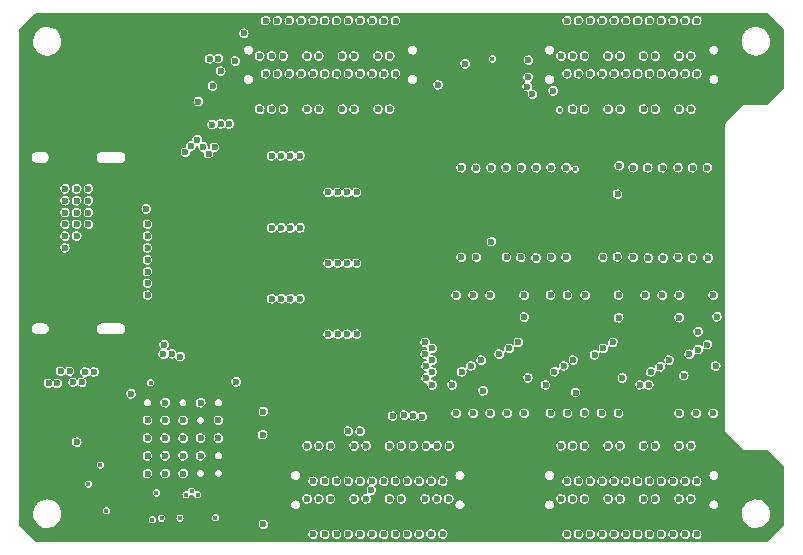
<source format=gbr>
G04 #@! TF.GenerationSoftware,KiCad,Pcbnew,(5.99.0-3349-gc9824bbd9)*
G04 #@! TF.CreationDate,2020-09-22T10:32:07-07:00*
G04 #@! TF.ProjectId,Alchitry_IO_Shield,416c6368-6974-4727-995f-494f5f536869,rev?*
G04 #@! TF.SameCoordinates,Original*
G04 #@! TF.FileFunction,Copper,L3,Inr*
G04 #@! TF.FilePolarity,Positive*
%FSLAX46Y46*%
G04 Gerber Fmt 4.6, Leading zero omitted, Abs format (unit mm)*
G04 Created by KiCad (PCBNEW (5.99.0-3349-gc9824bbd9)) date 2020-09-22 10:32:07*
%MOMM*%
%LPD*%
G01*
G04 APERTURE LIST*
G04 #@! TA.AperFunction,ComponentPad*
%ADD10C,0.600000*%
G04 #@! TD*
G04 #@! TA.AperFunction,ViaPad*
%ADD11C,0.600000*%
G04 #@! TD*
G04 #@! TA.AperFunction,ViaPad*
%ADD12C,0.400000*%
G04 #@! TD*
G04 #@! TA.AperFunction,Conductor*
%ADD13C,0.127000*%
G04 #@! TD*
G04 APERTURE END LIST*
D10*
X23000000Y-51100000D03*
X29000000Y-46600000D03*
X26000000Y-48100000D03*
X27500000Y-48100000D03*
X29000000Y-48100000D03*
X23000000Y-48100000D03*
X24500000Y-51100000D03*
X27500000Y-49600000D03*
X24500000Y-49600000D03*
X23000000Y-49600000D03*
X24500000Y-46600000D03*
X24500000Y-45100000D03*
X27500000Y-45100000D03*
X26000000Y-46600000D03*
X23000000Y-46600000D03*
X26000000Y-51100000D03*
X24500000Y-48100000D03*
X26000000Y-49600000D03*
D11*
X65500000Y-51750000D03*
X17000000Y-31000000D03*
X47000000Y-56217768D03*
X40000000Y-17250000D03*
X62500000Y-51750000D03*
X62500000Y-12750000D03*
X38000000Y-56250000D03*
X68510000Y-51750000D03*
X68500000Y-56250000D03*
X43000000Y-12750000D03*
X16000000Y-27000000D03*
X43000000Y-17250000D03*
X17000000Y-48450000D03*
X65500000Y-17250000D03*
X18000000Y-30000000D03*
X16000000Y-29000000D03*
X34000000Y-12750000D03*
X23000000Y-34000000D03*
X34000000Y-17250000D03*
X59500000Y-56250000D03*
X23000000Y-36000000D03*
X17000000Y-28000000D03*
X17000000Y-30000000D03*
X32800000Y-55400000D03*
X38000000Y-51750000D03*
X37000000Y-17250000D03*
X17000000Y-27000000D03*
X41000000Y-56250000D03*
X23000000Y-32000000D03*
X23000000Y-33000000D03*
X23000000Y-35000000D03*
X18000000Y-28000000D03*
X59500000Y-12750000D03*
X59500000Y-17250000D03*
X44000000Y-56250000D03*
X32800000Y-45850000D03*
X30500000Y-43340000D03*
X41000000Y-47509426D03*
X16000000Y-28000000D03*
X68500000Y-12750000D03*
X18000000Y-27000000D03*
X44000000Y-51750000D03*
X62500000Y-56250000D03*
X32751936Y-47801936D03*
X41000000Y-51750000D03*
X37000000Y-12750000D03*
X40000000Y-12750000D03*
D12*
X18000000Y-52000000D03*
D11*
X16000000Y-32000000D03*
X17000000Y-29000000D03*
X47000000Y-51750000D03*
X16000000Y-31000000D03*
X62500000Y-17250000D03*
X23000000Y-31000000D03*
X21600000Y-44350000D03*
X68500000Y-17250000D03*
X65500000Y-56250000D03*
X23000000Y-30000000D03*
X18000000Y-29000000D03*
X59500000Y-51750000D03*
X16000000Y-30000000D03*
X65500000Y-12750000D03*
X14613661Y-43469702D03*
X15366061Y-43469702D03*
X15645461Y-42451451D03*
X16397861Y-42451451D03*
X16677261Y-43376184D03*
X17429661Y-43376184D03*
X17723800Y-42500000D03*
X18476200Y-42500000D03*
X35500000Y-20250000D03*
X39500000Y-53250000D03*
X50800000Y-29000000D03*
X64000000Y-48750000D03*
D12*
X21650000Y-45650000D03*
D11*
X60998552Y-20248552D03*
X45500000Y-53250000D03*
X55600000Y-29000000D03*
X44500000Y-15750000D03*
X70000000Y-53250000D03*
X51600000Y-29000000D03*
X42500000Y-48750000D03*
X54800000Y-29000000D03*
X56400000Y-29000000D03*
X53200000Y-29000000D03*
D12*
X21491906Y-48373494D03*
D11*
X50530000Y-14500000D03*
X63600000Y-29000000D03*
X66800000Y-29000000D03*
X42500000Y-53250000D03*
X64000000Y-20250000D03*
X61000000Y-53250000D03*
X54060000Y-16590000D03*
X44500000Y-20250000D03*
X64400000Y-29000000D03*
X65200000Y-29000000D03*
X64000000Y-53250000D03*
X30350000Y-53750000D03*
X50398922Y-18193054D03*
X35500000Y-15750000D03*
X67000000Y-20250000D03*
X41500000Y-15750000D03*
D12*
X18450000Y-51350000D03*
X23750000Y-27600000D03*
D11*
X61000000Y-15750000D03*
X67000000Y-48750000D03*
X64000000Y-15750000D03*
X70000000Y-15750000D03*
X61000000Y-48750000D03*
X41500000Y-20250000D03*
X57200000Y-29000000D03*
X68400000Y-29000000D03*
X67000000Y-53250000D03*
D12*
X25778635Y-52514318D03*
D11*
X70000000Y-20250000D03*
X39500000Y-48750000D03*
X52400000Y-29000000D03*
X69200000Y-29000000D03*
X67600000Y-29000000D03*
X21300000Y-41575000D03*
D12*
X25000000Y-52650000D03*
D11*
X67000000Y-15750000D03*
X62800000Y-29000000D03*
X38500000Y-15750000D03*
X70000000Y-48750000D03*
X22900000Y-26512500D03*
X38500000Y-20250000D03*
X32498157Y-20248157D03*
X22900000Y-28700000D03*
X32500000Y-15750000D03*
D12*
X26250000Y-52900000D03*
X26750042Y-52583348D03*
X27250000Y-52900000D03*
X23750000Y-52750000D03*
X19500000Y-54250000D03*
D11*
X48000000Y-56217764D03*
X47500000Y-53250000D03*
X46500000Y-53250000D03*
X46000000Y-56250000D03*
X40000000Y-47509425D03*
X40000000Y-51750000D03*
X40500000Y-48749992D03*
X41500000Y-48749994D03*
X41946979Y-52496694D03*
X42000000Y-51750000D03*
X47994844Y-51744844D03*
X46242998Y-46274404D03*
X45482485Y-46207564D03*
X47500000Y-48749988D03*
X46600000Y-48749992D03*
X44738342Y-46156914D03*
X46000000Y-51750000D03*
X43750000Y-46250000D03*
X24400000Y-40200000D03*
X45000000Y-51750008D03*
X24312442Y-40981231D03*
X44500000Y-48749994D03*
X43500000Y-48750000D03*
X25040665Y-40946694D03*
X43000000Y-51750000D03*
X25767674Y-41198532D03*
X68000000Y-20250000D03*
X33500000Y-24200000D03*
X67500000Y-17250000D03*
X40700000Y-39300000D03*
X66500000Y-17250000D03*
X39900000Y-39300000D03*
X66000000Y-20250000D03*
X39100000Y-39300000D03*
X65000000Y-20250000D03*
X38300000Y-39300000D03*
X64500000Y-17250000D03*
X35900000Y-36300000D03*
X63500000Y-17250000D03*
X35100000Y-36300000D03*
X63000000Y-20250000D03*
X34300000Y-36300000D03*
X62000000Y-20250000D03*
X33500000Y-36300000D03*
X61500000Y-17250000D03*
X40700000Y-33300000D03*
X60500000Y-17250000D03*
X39900000Y-33300000D03*
X60000000Y-20250000D03*
X39100000Y-33300000D03*
X59000000Y-20250000D03*
X38300000Y-33300000D03*
X58500000Y-17250000D03*
X35900000Y-30300000D03*
X44000000Y-17250000D03*
X35100000Y-30300000D03*
X43500000Y-20250000D03*
X34300000Y-30300000D03*
X42500000Y-20250000D03*
X33500000Y-30300000D03*
X42000000Y-17250000D03*
X40700000Y-27300000D03*
X41000000Y-17250000D03*
X39900000Y-27300000D03*
X40500000Y-20250000D03*
X39100000Y-27300000D03*
X39500000Y-20250000D03*
X38300000Y-27300000D03*
X39000000Y-17250000D03*
X35900000Y-24200000D03*
X38000000Y-17250000D03*
X35100000Y-24200000D03*
X37500000Y-20250000D03*
X34300000Y-24200000D03*
D12*
X23250000Y-43400000D03*
X19000000Y-50400000D03*
X28750000Y-54850000D03*
X23400000Y-55000000D03*
X24200000Y-54900000D03*
X25750000Y-54900000D03*
D11*
X66600000Y-25200000D03*
X67900000Y-25200000D03*
X69150000Y-25200000D03*
X70400000Y-25200000D03*
X62800000Y-27450000D03*
X62918686Y-25031314D03*
X64100000Y-25200000D03*
X65350000Y-25200000D03*
X54650000Y-25200000D03*
X55900000Y-25200000D03*
X70450000Y-32850000D03*
X68000000Y-15750000D03*
X67500000Y-12750000D03*
X69150000Y-32850000D03*
X67900000Y-32800000D03*
X66500000Y-12750000D03*
X66650000Y-32850000D03*
X66000000Y-15750000D03*
X65000000Y-15750000D03*
X65400000Y-32850000D03*
X64500000Y-12750000D03*
X64100000Y-32800000D03*
X62800000Y-32750000D03*
X63500000Y-12750000D03*
X63000000Y-15750000D03*
X61550000Y-32800000D03*
X58450000Y-32800000D03*
X62000000Y-15750000D03*
X57200000Y-32800000D03*
X61500000Y-12750000D03*
X55585989Y-18999999D03*
X55135800Y-18330326D03*
X55900000Y-32850000D03*
X60500000Y-12750000D03*
X54600000Y-32800000D03*
X55220841Y-17551613D03*
X60000000Y-15750000D03*
X59000000Y-15750000D03*
X53400000Y-32800000D03*
X55253164Y-16103164D03*
X58500000Y-12750000D03*
X52120000Y-31460000D03*
X44000000Y-12750000D03*
X50850000Y-32800000D03*
X49550000Y-32800000D03*
X43500000Y-15750000D03*
X42500000Y-15750000D03*
X42000000Y-12750000D03*
X41000000Y-12750000D03*
X40500000Y-15750000D03*
X39500000Y-15750000D03*
X39000000Y-12750000D03*
X38000000Y-12750000D03*
X37500000Y-15750000D03*
X57150000Y-25200000D03*
X58450000Y-25200000D03*
X49550000Y-25200000D03*
X50800000Y-25250000D03*
X52100000Y-25200000D03*
X53350000Y-25200000D03*
X57340000Y-18700000D03*
X58000000Y-15750000D03*
X36500000Y-53250000D03*
X37000000Y-56249994D03*
X37500000Y-53250000D03*
X38500000Y-53250004D03*
X39000000Y-56250000D03*
X40000000Y-56250000D03*
X40500000Y-53250000D03*
X41500000Y-53250000D03*
X29197744Y-21494510D03*
X60850009Y-41050000D03*
X46500000Y-41000000D03*
X34500000Y-15750000D03*
X68850009Y-40994158D03*
X29190000Y-17040000D03*
X27681948Y-23436801D03*
X52778374Y-40990510D03*
X36500000Y-20250000D03*
X64700000Y-43600000D03*
X47100000Y-43600000D03*
X56700000Y-43600000D03*
X33000000Y-12750000D03*
X48800000Y-43600000D03*
X28250000Y-15970000D03*
X27300000Y-19600000D03*
X28172448Y-24010000D03*
X69600000Y-40600000D03*
X53600000Y-40500000D03*
X29924747Y-21494510D03*
X47100000Y-40500000D03*
X33500000Y-15750000D03*
X61600000Y-40500000D03*
X30430000Y-16169500D03*
X49890000Y-16410000D03*
X36500000Y-15750000D03*
X42000000Y-56250000D03*
X26690500Y-23360902D03*
X66400000Y-42050000D03*
X50393439Y-41990510D03*
X58250000Y-41990510D03*
X33500000Y-20250000D03*
X46571619Y-41999344D03*
X27191448Y-22831448D03*
X47100000Y-41500000D03*
X51250000Y-41500000D03*
X31150000Y-13820000D03*
X67156764Y-41490707D03*
X28500000Y-18300000D03*
X59050000Y-41481020D03*
X29000000Y-15960000D03*
X28472866Y-21550031D03*
X35000000Y-12750000D03*
X43000000Y-56250000D03*
X43500000Y-53250000D03*
X44500000Y-53250000D03*
X28681086Y-23490559D03*
X54400000Y-40000000D03*
X35000000Y-17250000D03*
X62400000Y-40000000D03*
X46500000Y-40000000D03*
X70400000Y-40181011D03*
X36000000Y-12750000D03*
X26200000Y-23900000D03*
X49600000Y-42481012D03*
X33000000Y-17250000D03*
X57450000Y-42481011D03*
X47100000Y-42500000D03*
X65606006Y-42481020D03*
X45000000Y-56250000D03*
X48500000Y-53253210D03*
X34500000Y-20250000D03*
X71100000Y-42000000D03*
X55200000Y-43000000D03*
X46585925Y-43014075D03*
X63200000Y-43000000D03*
X47600000Y-18200000D03*
X36000000Y-17250000D03*
X69500000Y-17250000D03*
X69000000Y-20250000D03*
X69000000Y-15750000D03*
X69500000Y-12750000D03*
X48550000Y-48750000D03*
X45500000Y-48750000D03*
X39000000Y-51750000D03*
X36500000Y-48750000D03*
X58000000Y-53250000D03*
X58500000Y-56250000D03*
X59000000Y-53250000D03*
X60000000Y-53250000D03*
X60500000Y-56250000D03*
X61500000Y-56250000D03*
X62000000Y-53250000D03*
X63000000Y-53250000D03*
X63500000Y-56250000D03*
X64500000Y-56250000D03*
X65000000Y-53250000D03*
X66000000Y-53250000D03*
X37000000Y-51750000D03*
X66500000Y-56250000D03*
X67500000Y-56250000D03*
X38500000Y-48750008D03*
X68000000Y-53250000D03*
X69000000Y-53250000D03*
X69500000Y-56250000D03*
X69500000Y-51750000D03*
X69000000Y-48750000D03*
X37500000Y-48750008D03*
X68000000Y-48750000D03*
X67500000Y-51750000D03*
X66500000Y-51750000D03*
X66000000Y-48750000D03*
X65427011Y-43600473D03*
X68400000Y-42800000D03*
D12*
X57888155Y-20311845D03*
X52200000Y-16000000D03*
D11*
X68000000Y-46000000D03*
X68000000Y-37900000D03*
X68000000Y-36000000D03*
X69600000Y-39100000D03*
X69440000Y-46000000D03*
X70880000Y-46000000D03*
X70880000Y-36000000D03*
X71200000Y-37827040D03*
X66560000Y-36000000D03*
X65120000Y-36000000D03*
X57120000Y-46000000D03*
X58560000Y-46000000D03*
D12*
X59209500Y-25323487D03*
D11*
X60000000Y-45950000D03*
X60050000Y-36000000D03*
X59238468Y-44239261D03*
X61440000Y-46000000D03*
X62880000Y-46000000D03*
X62880000Y-36000000D03*
X62890510Y-37900000D03*
X58560000Y-36000000D03*
X57120000Y-36000000D03*
X49120000Y-46000000D03*
X50560000Y-46000000D03*
X52000000Y-46000000D03*
X51400000Y-44100000D03*
X52000000Y-36000000D03*
X53440000Y-46000000D03*
X54880000Y-46000000D03*
X54880000Y-36000000D03*
X54900000Y-37850000D03*
X50560000Y-36000000D03*
X49120000Y-36000000D03*
X65000000Y-48750000D03*
X64500000Y-51750000D03*
X63500000Y-51750000D03*
X63000000Y-48750000D03*
X62000000Y-48750000D03*
X61500000Y-51750000D03*
X60500000Y-51750000D03*
X60000000Y-48750000D03*
X59000000Y-48750000D03*
X58500000Y-51749996D03*
X58000000Y-48750000D03*
D13*
X76810001Y-13578702D02*
X76810000Y-18421300D01*
X75421301Y-19810000D01*
X73533420Y-19810000D01*
X73514475Y-19802898D01*
X73481486Y-19810000D01*
X73473978Y-19810000D01*
X73453277Y-19816073D01*
X73410292Y-19825326D01*
X73402893Y-19830854D01*
X73393230Y-19833689D01*
X73364487Y-19866813D01*
X71889284Y-21342017D01*
X71870863Y-21350392D01*
X71852555Y-21378746D01*
X71847249Y-21384051D01*
X71836913Y-21402972D01*
X71813059Y-21439913D01*
X71811733Y-21449058D01*
X71806903Y-21457900D01*
X71810001Y-21501652D01*
X71810000Y-47466579D01*
X71802897Y-47485525D01*
X71810000Y-47518518D01*
X71810000Y-47526021D01*
X71816070Y-47546711D01*
X71825323Y-47589692D01*
X71830852Y-47597100D01*
X71833689Y-47606770D01*
X71866813Y-47635513D01*
X73342017Y-49110718D01*
X73350391Y-49129138D01*
X73378745Y-49147446D01*
X73384049Y-49152750D01*
X73402967Y-49163086D01*
X73439913Y-49186942D01*
X73449058Y-49188268D01*
X73457898Y-49193097D01*
X73501636Y-49190000D01*
X75421300Y-49190000D01*
X76810001Y-50578702D01*
X76810000Y-55421300D01*
X75421301Y-56810000D01*
X13578700Y-56810000D01*
X13088539Y-56319839D01*
X36509243Y-56319839D01*
X36551475Y-56461054D01*
X36633364Y-56583608D01*
X36747667Y-56676666D01*
X36884281Y-56732000D01*
X37031125Y-56744719D01*
X37175219Y-56713696D01*
X37303819Y-56641676D01*
X37405559Y-56535026D01*
X37471441Y-56403175D01*
X37485311Y-56319845D01*
X37509243Y-56319845D01*
X37551475Y-56461060D01*
X37633364Y-56583614D01*
X37747667Y-56676672D01*
X37884281Y-56732006D01*
X38031125Y-56744725D01*
X38175219Y-56713702D01*
X38303819Y-56641682D01*
X38405559Y-56535032D01*
X38471441Y-56403181D01*
X38485312Y-56319845D01*
X38509243Y-56319845D01*
X38551475Y-56461060D01*
X38633364Y-56583614D01*
X38747667Y-56676672D01*
X38884281Y-56732006D01*
X39031125Y-56744725D01*
X39175219Y-56713702D01*
X39303819Y-56641682D01*
X39405559Y-56535032D01*
X39471441Y-56403181D01*
X39485312Y-56319845D01*
X39509243Y-56319845D01*
X39551475Y-56461060D01*
X39633364Y-56583614D01*
X39747667Y-56676672D01*
X39884281Y-56732006D01*
X40031125Y-56744725D01*
X40175219Y-56713702D01*
X40303819Y-56641682D01*
X40405559Y-56535032D01*
X40471441Y-56403181D01*
X40485312Y-56319845D01*
X40509243Y-56319845D01*
X40551475Y-56461060D01*
X40633364Y-56583614D01*
X40747667Y-56676672D01*
X40884281Y-56732006D01*
X41031125Y-56744725D01*
X41175219Y-56713702D01*
X41303819Y-56641682D01*
X41405559Y-56535032D01*
X41471441Y-56403181D01*
X41485312Y-56319845D01*
X41509243Y-56319845D01*
X41551475Y-56461060D01*
X41633364Y-56583614D01*
X41747667Y-56676672D01*
X41884281Y-56732006D01*
X42031125Y-56744725D01*
X42175219Y-56713702D01*
X42303819Y-56641682D01*
X42405559Y-56535032D01*
X42471441Y-56403181D01*
X42485312Y-56319845D01*
X42509243Y-56319845D01*
X42551475Y-56461060D01*
X42633364Y-56583614D01*
X42747667Y-56676672D01*
X42884281Y-56732006D01*
X43031125Y-56744725D01*
X43175219Y-56713702D01*
X43303819Y-56641682D01*
X43405559Y-56535032D01*
X43471441Y-56403181D01*
X43485312Y-56319845D01*
X43509243Y-56319845D01*
X43551475Y-56461060D01*
X43633364Y-56583614D01*
X43747667Y-56676672D01*
X43884281Y-56732006D01*
X44031125Y-56744725D01*
X44175219Y-56713702D01*
X44303819Y-56641682D01*
X44405559Y-56535032D01*
X44471441Y-56403181D01*
X44485312Y-56319845D01*
X44509243Y-56319845D01*
X44551475Y-56461060D01*
X44633364Y-56583614D01*
X44747667Y-56676672D01*
X44884281Y-56732006D01*
X45031125Y-56744725D01*
X45175219Y-56713702D01*
X45303819Y-56641682D01*
X45405559Y-56535032D01*
X45471441Y-56403181D01*
X45485312Y-56319845D01*
X45509243Y-56319845D01*
X45551475Y-56461060D01*
X45633364Y-56583614D01*
X45747667Y-56676672D01*
X45884281Y-56732006D01*
X46031125Y-56744725D01*
X46175219Y-56713702D01*
X46303819Y-56641682D01*
X46405559Y-56535032D01*
X46471441Y-56403181D01*
X46490677Y-56287613D01*
X46509243Y-56287613D01*
X46551475Y-56428828D01*
X46633364Y-56551382D01*
X46747667Y-56644440D01*
X46884281Y-56699774D01*
X47031125Y-56712493D01*
X47175219Y-56681470D01*
X47303819Y-56609450D01*
X47405559Y-56502800D01*
X47471441Y-56370949D01*
X47485312Y-56287609D01*
X47509243Y-56287609D01*
X47551475Y-56428824D01*
X47633364Y-56551378D01*
X47747667Y-56644436D01*
X47884281Y-56699770D01*
X48031125Y-56712489D01*
X48175219Y-56681466D01*
X48303819Y-56609446D01*
X48405559Y-56502796D01*
X48471441Y-56370945D01*
X48479946Y-56319845D01*
X58009243Y-56319845D01*
X58051475Y-56461060D01*
X58133364Y-56583614D01*
X58247667Y-56676672D01*
X58384281Y-56732006D01*
X58531125Y-56744725D01*
X58675219Y-56713702D01*
X58803819Y-56641682D01*
X58905559Y-56535032D01*
X58971441Y-56403181D01*
X58985312Y-56319845D01*
X59009243Y-56319845D01*
X59051475Y-56461060D01*
X59133364Y-56583614D01*
X59247667Y-56676672D01*
X59384281Y-56732006D01*
X59531125Y-56744725D01*
X59675219Y-56713702D01*
X59803819Y-56641682D01*
X59905559Y-56535032D01*
X59971441Y-56403181D01*
X59985312Y-56319845D01*
X60009243Y-56319845D01*
X60051475Y-56461060D01*
X60133364Y-56583614D01*
X60247667Y-56676672D01*
X60384281Y-56732006D01*
X60531125Y-56744725D01*
X60675219Y-56713702D01*
X60803819Y-56641682D01*
X60905559Y-56535032D01*
X60971441Y-56403181D01*
X60985312Y-56319845D01*
X61009243Y-56319845D01*
X61051475Y-56461060D01*
X61133364Y-56583614D01*
X61247667Y-56676672D01*
X61384281Y-56732006D01*
X61531125Y-56744725D01*
X61675219Y-56713702D01*
X61803819Y-56641682D01*
X61905559Y-56535032D01*
X61971441Y-56403181D01*
X61985312Y-56319845D01*
X62009243Y-56319845D01*
X62051475Y-56461060D01*
X62133364Y-56583614D01*
X62247667Y-56676672D01*
X62384281Y-56732006D01*
X62531125Y-56744725D01*
X62675219Y-56713702D01*
X62803819Y-56641682D01*
X62905559Y-56535032D01*
X62971441Y-56403181D01*
X62985312Y-56319845D01*
X63009243Y-56319845D01*
X63051475Y-56461060D01*
X63133364Y-56583614D01*
X63247667Y-56676672D01*
X63384281Y-56732006D01*
X63531125Y-56744725D01*
X63675219Y-56713702D01*
X63803819Y-56641682D01*
X63905559Y-56535032D01*
X63971441Y-56403181D01*
X63985312Y-56319845D01*
X64009243Y-56319845D01*
X64051475Y-56461060D01*
X64133364Y-56583614D01*
X64247667Y-56676672D01*
X64384281Y-56732006D01*
X64531125Y-56744725D01*
X64675219Y-56713702D01*
X64803819Y-56641682D01*
X64905559Y-56535032D01*
X64971441Y-56403181D01*
X64985312Y-56319845D01*
X65009243Y-56319845D01*
X65051475Y-56461060D01*
X65133364Y-56583614D01*
X65247667Y-56676672D01*
X65384281Y-56732006D01*
X65531125Y-56744725D01*
X65675219Y-56713702D01*
X65803819Y-56641682D01*
X65905559Y-56535032D01*
X65971441Y-56403181D01*
X65985312Y-56319845D01*
X66009243Y-56319845D01*
X66051475Y-56461060D01*
X66133364Y-56583614D01*
X66247667Y-56676672D01*
X66384281Y-56732006D01*
X66531125Y-56744725D01*
X66675219Y-56713702D01*
X66803819Y-56641682D01*
X66905559Y-56535032D01*
X66971441Y-56403181D01*
X66985312Y-56319845D01*
X67009243Y-56319845D01*
X67051475Y-56461060D01*
X67133364Y-56583614D01*
X67247667Y-56676672D01*
X67384281Y-56732006D01*
X67531125Y-56744725D01*
X67675219Y-56713702D01*
X67803819Y-56641682D01*
X67905559Y-56535032D01*
X67971441Y-56403181D01*
X67985312Y-56319845D01*
X68009243Y-56319845D01*
X68051475Y-56461060D01*
X68133364Y-56583614D01*
X68247667Y-56676672D01*
X68384281Y-56732006D01*
X68531125Y-56744725D01*
X68675219Y-56713702D01*
X68803819Y-56641682D01*
X68905559Y-56535032D01*
X68971441Y-56403181D01*
X68985312Y-56319845D01*
X69009243Y-56319845D01*
X69051475Y-56461060D01*
X69133364Y-56583614D01*
X69247667Y-56676672D01*
X69384281Y-56732006D01*
X69531125Y-56744725D01*
X69675219Y-56713702D01*
X69803819Y-56641682D01*
X69905559Y-56535032D01*
X69971441Y-56403181D01*
X69994907Y-56262201D01*
X69995036Y-56245570D01*
X69973788Y-56104244D01*
X69909986Y-55971374D01*
X69809934Y-55863139D01*
X69682481Y-55789108D01*
X69538893Y-55755825D01*
X69391866Y-55766236D01*
X69254400Y-55819417D01*
X69138648Y-55910668D01*
X69054845Y-56031921D01*
X69010401Y-56172455D01*
X69009243Y-56319845D01*
X68985312Y-56319845D01*
X68994907Y-56262201D01*
X68995036Y-56245570D01*
X68973788Y-56104244D01*
X68909986Y-55971374D01*
X68809934Y-55863139D01*
X68682481Y-55789108D01*
X68538893Y-55755825D01*
X68391866Y-55766236D01*
X68254400Y-55819417D01*
X68138648Y-55910668D01*
X68054845Y-56031921D01*
X68010401Y-56172455D01*
X68009243Y-56319845D01*
X67985312Y-56319845D01*
X67994907Y-56262201D01*
X67995036Y-56245570D01*
X67973788Y-56104244D01*
X67909986Y-55971374D01*
X67809934Y-55863139D01*
X67682481Y-55789108D01*
X67538893Y-55755825D01*
X67391866Y-55766236D01*
X67254400Y-55819417D01*
X67138648Y-55910668D01*
X67054845Y-56031921D01*
X67010401Y-56172455D01*
X67009243Y-56319845D01*
X66985312Y-56319845D01*
X66994907Y-56262201D01*
X66995036Y-56245570D01*
X66973788Y-56104244D01*
X66909986Y-55971374D01*
X66809934Y-55863139D01*
X66682481Y-55789108D01*
X66538893Y-55755825D01*
X66391866Y-55766236D01*
X66254400Y-55819417D01*
X66138648Y-55910668D01*
X66054845Y-56031921D01*
X66010401Y-56172455D01*
X66009243Y-56319845D01*
X65985312Y-56319845D01*
X65994907Y-56262201D01*
X65995036Y-56245570D01*
X65973788Y-56104244D01*
X65909986Y-55971374D01*
X65809934Y-55863139D01*
X65682481Y-55789108D01*
X65538893Y-55755825D01*
X65391866Y-55766236D01*
X65254400Y-55819417D01*
X65138648Y-55910668D01*
X65054845Y-56031921D01*
X65010401Y-56172455D01*
X65009243Y-56319845D01*
X64985312Y-56319845D01*
X64994907Y-56262201D01*
X64995036Y-56245570D01*
X64973788Y-56104244D01*
X64909986Y-55971374D01*
X64809934Y-55863139D01*
X64682481Y-55789108D01*
X64538893Y-55755825D01*
X64391866Y-55766236D01*
X64254400Y-55819417D01*
X64138648Y-55910668D01*
X64054845Y-56031921D01*
X64010401Y-56172455D01*
X64009243Y-56319845D01*
X63985312Y-56319845D01*
X63994907Y-56262201D01*
X63995036Y-56245570D01*
X63973788Y-56104244D01*
X63909986Y-55971374D01*
X63809934Y-55863139D01*
X63682481Y-55789108D01*
X63538893Y-55755825D01*
X63391866Y-55766236D01*
X63254400Y-55819417D01*
X63138648Y-55910668D01*
X63054845Y-56031921D01*
X63010401Y-56172455D01*
X63009243Y-56319845D01*
X62985312Y-56319845D01*
X62994907Y-56262201D01*
X62995036Y-56245570D01*
X62973788Y-56104244D01*
X62909986Y-55971374D01*
X62809934Y-55863139D01*
X62682481Y-55789108D01*
X62538893Y-55755825D01*
X62391866Y-55766236D01*
X62254400Y-55819417D01*
X62138648Y-55910668D01*
X62054845Y-56031921D01*
X62010401Y-56172455D01*
X62009243Y-56319845D01*
X61985312Y-56319845D01*
X61994907Y-56262201D01*
X61995036Y-56245570D01*
X61973788Y-56104244D01*
X61909986Y-55971374D01*
X61809934Y-55863139D01*
X61682481Y-55789108D01*
X61538893Y-55755825D01*
X61391866Y-55766236D01*
X61254400Y-55819417D01*
X61138648Y-55910668D01*
X61054845Y-56031921D01*
X61010401Y-56172455D01*
X61009243Y-56319845D01*
X60985312Y-56319845D01*
X60994907Y-56262201D01*
X60995036Y-56245570D01*
X60973788Y-56104244D01*
X60909986Y-55971374D01*
X60809934Y-55863139D01*
X60682481Y-55789108D01*
X60538893Y-55755825D01*
X60391866Y-55766236D01*
X60254400Y-55819417D01*
X60138648Y-55910668D01*
X60054845Y-56031921D01*
X60010401Y-56172455D01*
X60009243Y-56319845D01*
X59985312Y-56319845D01*
X59994907Y-56262201D01*
X59995036Y-56245570D01*
X59973788Y-56104244D01*
X59909986Y-55971374D01*
X59809934Y-55863139D01*
X59682481Y-55789108D01*
X59538893Y-55755825D01*
X59391866Y-55766236D01*
X59254400Y-55819417D01*
X59138648Y-55910668D01*
X59054845Y-56031921D01*
X59010401Y-56172455D01*
X59009243Y-56319845D01*
X58985312Y-56319845D01*
X58994907Y-56262201D01*
X58995036Y-56245570D01*
X58973788Y-56104244D01*
X58909986Y-55971374D01*
X58809934Y-55863139D01*
X58682481Y-55789108D01*
X58538893Y-55755825D01*
X58391866Y-55766236D01*
X58254400Y-55819417D01*
X58138648Y-55910668D01*
X58054845Y-56031921D01*
X58010401Y-56172455D01*
X58009243Y-56319845D01*
X48479946Y-56319845D01*
X48494907Y-56229965D01*
X48495036Y-56213334D01*
X48473788Y-56072008D01*
X48409986Y-55939138D01*
X48309934Y-55830903D01*
X48182481Y-55756872D01*
X48038893Y-55723589D01*
X47891866Y-55734000D01*
X47754400Y-55787181D01*
X47638648Y-55878432D01*
X47554845Y-55999685D01*
X47510401Y-56140219D01*
X47509243Y-56287609D01*
X47485312Y-56287609D01*
X47494907Y-56229969D01*
X47495036Y-56213338D01*
X47473788Y-56072012D01*
X47409986Y-55939142D01*
X47309934Y-55830907D01*
X47182481Y-55756876D01*
X47038893Y-55723593D01*
X46891866Y-55734004D01*
X46754400Y-55787185D01*
X46638648Y-55878436D01*
X46554845Y-55999689D01*
X46510401Y-56140223D01*
X46509243Y-56287613D01*
X46490677Y-56287613D01*
X46494907Y-56262201D01*
X46495036Y-56245570D01*
X46473788Y-56104244D01*
X46409986Y-55971374D01*
X46309934Y-55863139D01*
X46182481Y-55789108D01*
X46038893Y-55755825D01*
X45891866Y-55766236D01*
X45754400Y-55819417D01*
X45638648Y-55910668D01*
X45554845Y-56031921D01*
X45510401Y-56172455D01*
X45509243Y-56319845D01*
X45485312Y-56319845D01*
X45494907Y-56262201D01*
X45495036Y-56245570D01*
X45473788Y-56104244D01*
X45409986Y-55971374D01*
X45309934Y-55863139D01*
X45182481Y-55789108D01*
X45038893Y-55755825D01*
X44891866Y-55766236D01*
X44754400Y-55819417D01*
X44638648Y-55910668D01*
X44554845Y-56031921D01*
X44510401Y-56172455D01*
X44509243Y-56319845D01*
X44485312Y-56319845D01*
X44494907Y-56262201D01*
X44495036Y-56245570D01*
X44473788Y-56104244D01*
X44409986Y-55971374D01*
X44309934Y-55863139D01*
X44182481Y-55789108D01*
X44038893Y-55755825D01*
X43891866Y-55766236D01*
X43754400Y-55819417D01*
X43638648Y-55910668D01*
X43554845Y-56031921D01*
X43510401Y-56172455D01*
X43509243Y-56319845D01*
X43485312Y-56319845D01*
X43494907Y-56262201D01*
X43495036Y-56245570D01*
X43473788Y-56104244D01*
X43409986Y-55971374D01*
X43309934Y-55863139D01*
X43182481Y-55789108D01*
X43038893Y-55755825D01*
X42891866Y-55766236D01*
X42754400Y-55819417D01*
X42638648Y-55910668D01*
X42554845Y-56031921D01*
X42510401Y-56172455D01*
X42509243Y-56319845D01*
X42485312Y-56319845D01*
X42494907Y-56262201D01*
X42495036Y-56245570D01*
X42473788Y-56104244D01*
X42409986Y-55971374D01*
X42309934Y-55863139D01*
X42182481Y-55789108D01*
X42038893Y-55755825D01*
X41891866Y-55766236D01*
X41754400Y-55819417D01*
X41638648Y-55910668D01*
X41554845Y-56031921D01*
X41510401Y-56172455D01*
X41509243Y-56319845D01*
X41485312Y-56319845D01*
X41494907Y-56262201D01*
X41495036Y-56245570D01*
X41473788Y-56104244D01*
X41409986Y-55971374D01*
X41309934Y-55863139D01*
X41182481Y-55789108D01*
X41038893Y-55755825D01*
X40891866Y-55766236D01*
X40754400Y-55819417D01*
X40638648Y-55910668D01*
X40554845Y-56031921D01*
X40510401Y-56172455D01*
X40509243Y-56319845D01*
X40485312Y-56319845D01*
X40494907Y-56262201D01*
X40495036Y-56245570D01*
X40473788Y-56104244D01*
X40409986Y-55971374D01*
X40309934Y-55863139D01*
X40182481Y-55789108D01*
X40038893Y-55755825D01*
X39891866Y-55766236D01*
X39754400Y-55819417D01*
X39638648Y-55910668D01*
X39554845Y-56031921D01*
X39510401Y-56172455D01*
X39509243Y-56319845D01*
X39485312Y-56319845D01*
X39494907Y-56262201D01*
X39495036Y-56245570D01*
X39473788Y-56104244D01*
X39409986Y-55971374D01*
X39309934Y-55863139D01*
X39182481Y-55789108D01*
X39038893Y-55755825D01*
X38891866Y-55766236D01*
X38754400Y-55819417D01*
X38638648Y-55910668D01*
X38554845Y-56031921D01*
X38510401Y-56172455D01*
X38509243Y-56319845D01*
X38485312Y-56319845D01*
X38494907Y-56262201D01*
X38495036Y-56245570D01*
X38473788Y-56104244D01*
X38409986Y-55971374D01*
X38309934Y-55863139D01*
X38182481Y-55789108D01*
X38038893Y-55755825D01*
X37891866Y-55766236D01*
X37754400Y-55819417D01*
X37638648Y-55910668D01*
X37554845Y-56031921D01*
X37510401Y-56172455D01*
X37509243Y-56319845D01*
X37485311Y-56319845D01*
X37494907Y-56262195D01*
X37495036Y-56245564D01*
X37473788Y-56104238D01*
X37409986Y-55971368D01*
X37309934Y-55863133D01*
X37182481Y-55789102D01*
X37038893Y-55755819D01*
X36891866Y-55766230D01*
X36754400Y-55819411D01*
X36638648Y-55910662D01*
X36554845Y-56031915D01*
X36510401Y-56172449D01*
X36509243Y-56319839D01*
X13088539Y-56319839D01*
X12190000Y-55421301D01*
X12190000Y-54581298D01*
X13207806Y-54581298D01*
X13242626Y-54808841D01*
X13317188Y-55026622D01*
X13429139Y-55227757D01*
X13574938Y-55405888D01*
X13749977Y-55555385D01*
X13948723Y-55671523D01*
X14164895Y-55750631D01*
X14391658Y-55790207D01*
X14621846Y-55789002D01*
X14848183Y-55747053D01*
X15063515Y-55665687D01*
X15261034Y-55547473D01*
X15350020Y-55469845D01*
X32309243Y-55469845D01*
X32351475Y-55611060D01*
X32433364Y-55733614D01*
X32547667Y-55826672D01*
X32684281Y-55882006D01*
X32831125Y-55894725D01*
X32975219Y-55863702D01*
X33103819Y-55791682D01*
X33205559Y-55685032D01*
X33271441Y-55553181D01*
X33294907Y-55412201D01*
X33295036Y-55395570D01*
X33273788Y-55254244D01*
X33209986Y-55121374D01*
X33109934Y-55013139D01*
X32982481Y-54939108D01*
X32838893Y-54905825D01*
X32691866Y-54916236D01*
X32554400Y-54969417D01*
X32438648Y-55060668D01*
X32354845Y-55181921D01*
X32310401Y-55322455D01*
X32309243Y-55469845D01*
X15350020Y-55469845D01*
X15434498Y-55396151D01*
X15578423Y-55216502D01*
X15688262Y-55014206D01*
X15692960Y-55000000D01*
X23004036Y-55000000D01*
X23027915Y-55135428D01*
X23096674Y-55254521D01*
X23202018Y-55342914D01*
X23331241Y-55389949D01*
X23468759Y-55389949D01*
X23597982Y-55342914D01*
X23703326Y-55254521D01*
X23772085Y-55135428D01*
X23795964Y-55000000D01*
X23778332Y-54900000D01*
X23804036Y-54900000D01*
X23827915Y-55035428D01*
X23896674Y-55154521D01*
X24002018Y-55242914D01*
X24131241Y-55289949D01*
X24268759Y-55289949D01*
X24397982Y-55242914D01*
X24503326Y-55154521D01*
X24572085Y-55035428D01*
X24595964Y-54900000D01*
X25354036Y-54900000D01*
X25377915Y-55035428D01*
X25446674Y-55154521D01*
X25552018Y-55242914D01*
X25681241Y-55289949D01*
X25818759Y-55289949D01*
X25947982Y-55242914D01*
X26053326Y-55154521D01*
X26122085Y-55035428D01*
X26145964Y-54900000D01*
X26137148Y-54850000D01*
X28354036Y-54850000D01*
X28377915Y-54985428D01*
X28446674Y-55104521D01*
X28552018Y-55192914D01*
X28681241Y-55239949D01*
X28818759Y-55239949D01*
X28947982Y-55192914D01*
X29053326Y-55104521D01*
X29122085Y-54985428D01*
X29145964Y-54850000D01*
X29122085Y-54714572D01*
X29053326Y-54595479D01*
X29036426Y-54581298D01*
X73207806Y-54581298D01*
X73242626Y-54808841D01*
X73317188Y-55026622D01*
X73429139Y-55227757D01*
X73574938Y-55405888D01*
X73749977Y-55555385D01*
X73948723Y-55671523D01*
X74164895Y-55750631D01*
X74391658Y-55790207D01*
X74621846Y-55789002D01*
X74848183Y-55747053D01*
X75063515Y-55665687D01*
X75261034Y-55547473D01*
X75434498Y-55396151D01*
X75578423Y-55216502D01*
X75688262Y-55014206D01*
X75760540Y-54795657D01*
X75792696Y-54569716D01*
X75794573Y-54498033D01*
X75774286Y-54270720D01*
X75713544Y-54048687D01*
X75614444Y-53840919D01*
X75480118Y-53653985D01*
X75314812Y-53493791D01*
X75123750Y-53365403D01*
X74912972Y-53272878D01*
X74689140Y-53219141D01*
X74459331Y-53205891D01*
X74230807Y-53233545D01*
X74010791Y-53301230D01*
X73806239Y-53406808D01*
X73623616Y-53546939D01*
X73468694Y-53717196D01*
X73346371Y-53912197D01*
X73260512Y-54125777D01*
X73213832Y-54351185D01*
X73207806Y-54581298D01*
X29036426Y-54581298D01*
X28947982Y-54507086D01*
X28818759Y-54460051D01*
X28681241Y-54460051D01*
X28552018Y-54507086D01*
X28446674Y-54595479D01*
X28377915Y-54714572D01*
X28354036Y-54850000D01*
X26137148Y-54850000D01*
X26122085Y-54764572D01*
X26053326Y-54645479D01*
X25947982Y-54557086D01*
X25818759Y-54510051D01*
X25681241Y-54510051D01*
X25552018Y-54557086D01*
X25446674Y-54645479D01*
X25377915Y-54764572D01*
X25354036Y-54900000D01*
X24595964Y-54900000D01*
X24572085Y-54764572D01*
X24503326Y-54645479D01*
X24397982Y-54557086D01*
X24268759Y-54510051D01*
X24131241Y-54510051D01*
X24002018Y-54557086D01*
X23896674Y-54645479D01*
X23827915Y-54764572D01*
X23804036Y-54900000D01*
X23778332Y-54900000D01*
X23772085Y-54864572D01*
X23703326Y-54745479D01*
X23597982Y-54657086D01*
X23468759Y-54610051D01*
X23331241Y-54610051D01*
X23202018Y-54657086D01*
X23096674Y-54745479D01*
X23027915Y-54864572D01*
X23004036Y-55000000D01*
X15692960Y-55000000D01*
X15760540Y-54795657D01*
X15792696Y-54569716D01*
X15794573Y-54498033D01*
X15774286Y-54270720D01*
X15768618Y-54250000D01*
X19104036Y-54250000D01*
X19127915Y-54385428D01*
X19196674Y-54504521D01*
X19302018Y-54592914D01*
X19431241Y-54639949D01*
X19568759Y-54639949D01*
X19697982Y-54592914D01*
X19803326Y-54504521D01*
X19872085Y-54385428D01*
X19895964Y-54250000D01*
X19872085Y-54114572D01*
X19803326Y-53995479D01*
X19697982Y-53907086D01*
X19568759Y-53860051D01*
X19431241Y-53860051D01*
X19302018Y-53907086D01*
X19196674Y-53995479D01*
X19127915Y-54114572D01*
X19104036Y-54250000D01*
X15768618Y-54250000D01*
X15713544Y-54048687D01*
X15614444Y-53840919D01*
X15549112Y-53750000D01*
X35079721Y-53750000D01*
X35102738Y-53895324D01*
X35169536Y-54026423D01*
X35273577Y-54130464D01*
X35404676Y-54197262D01*
X35550000Y-54220279D01*
X35695324Y-54197262D01*
X35826423Y-54130464D01*
X35930464Y-54026423D01*
X35997262Y-53895324D01*
X36020279Y-53750000D01*
X48979721Y-53750000D01*
X49002738Y-53895324D01*
X49069536Y-54026423D01*
X49173577Y-54130464D01*
X49304676Y-54197262D01*
X49450000Y-54220279D01*
X49595324Y-54197262D01*
X49726423Y-54130464D01*
X49830464Y-54026423D01*
X49897262Y-53895324D01*
X49920279Y-53750000D01*
X56579721Y-53750000D01*
X56602738Y-53895324D01*
X56669536Y-54026423D01*
X56773577Y-54130464D01*
X56904676Y-54197262D01*
X57050000Y-54220279D01*
X57195324Y-54197262D01*
X57326423Y-54130464D01*
X57430464Y-54026423D01*
X57497262Y-53895324D01*
X57520279Y-53750000D01*
X70479721Y-53750000D01*
X70502738Y-53895324D01*
X70569536Y-54026423D01*
X70673577Y-54130464D01*
X70804676Y-54197262D01*
X70950000Y-54220279D01*
X71095324Y-54197262D01*
X71226423Y-54130464D01*
X71330464Y-54026423D01*
X71397262Y-53895324D01*
X71420279Y-53750000D01*
X71397262Y-53604676D01*
X71330464Y-53473577D01*
X71226423Y-53369536D01*
X71095324Y-53302738D01*
X70950000Y-53279721D01*
X70804676Y-53302738D01*
X70673577Y-53369536D01*
X70569536Y-53473577D01*
X70502738Y-53604676D01*
X70479721Y-53750000D01*
X57520279Y-53750000D01*
X57497262Y-53604676D01*
X57430464Y-53473577D01*
X57326423Y-53369536D01*
X57228899Y-53319845D01*
X57509243Y-53319845D01*
X57551475Y-53461060D01*
X57633364Y-53583614D01*
X57747667Y-53676672D01*
X57884281Y-53732006D01*
X58031125Y-53744725D01*
X58175219Y-53713702D01*
X58303819Y-53641682D01*
X58405559Y-53535032D01*
X58471441Y-53403181D01*
X58485312Y-53319845D01*
X58509243Y-53319845D01*
X58551475Y-53461060D01*
X58633364Y-53583614D01*
X58747667Y-53676672D01*
X58884281Y-53732006D01*
X59031125Y-53744725D01*
X59175219Y-53713702D01*
X59303819Y-53641682D01*
X59405559Y-53535032D01*
X59471441Y-53403181D01*
X59485312Y-53319845D01*
X59509243Y-53319845D01*
X59551475Y-53461060D01*
X59633364Y-53583614D01*
X59747667Y-53676672D01*
X59884281Y-53732006D01*
X60031125Y-53744725D01*
X60175219Y-53713702D01*
X60303819Y-53641682D01*
X60405559Y-53535032D01*
X60471441Y-53403181D01*
X60485312Y-53319845D01*
X61509243Y-53319845D01*
X61551475Y-53461060D01*
X61633364Y-53583614D01*
X61747667Y-53676672D01*
X61884281Y-53732006D01*
X62031125Y-53744725D01*
X62175219Y-53713702D01*
X62303819Y-53641682D01*
X62405559Y-53535032D01*
X62471441Y-53403181D01*
X62485312Y-53319845D01*
X62509243Y-53319845D01*
X62551475Y-53461060D01*
X62633364Y-53583614D01*
X62747667Y-53676672D01*
X62884281Y-53732006D01*
X63031125Y-53744725D01*
X63175219Y-53713702D01*
X63303819Y-53641682D01*
X63405559Y-53535032D01*
X63471441Y-53403181D01*
X63485312Y-53319845D01*
X64509243Y-53319845D01*
X64551475Y-53461060D01*
X64633364Y-53583614D01*
X64747667Y-53676672D01*
X64884281Y-53732006D01*
X65031125Y-53744725D01*
X65175219Y-53713702D01*
X65303819Y-53641682D01*
X65405559Y-53535032D01*
X65471441Y-53403181D01*
X65485312Y-53319845D01*
X65509243Y-53319845D01*
X65551475Y-53461060D01*
X65633364Y-53583614D01*
X65747667Y-53676672D01*
X65884281Y-53732006D01*
X66031125Y-53744725D01*
X66175219Y-53713702D01*
X66303819Y-53641682D01*
X66405559Y-53535032D01*
X66471441Y-53403181D01*
X66485312Y-53319845D01*
X67509243Y-53319845D01*
X67551475Y-53461060D01*
X67633364Y-53583614D01*
X67747667Y-53676672D01*
X67884281Y-53732006D01*
X68031125Y-53744725D01*
X68175219Y-53713702D01*
X68303819Y-53641682D01*
X68405559Y-53535032D01*
X68471441Y-53403181D01*
X68485312Y-53319845D01*
X68509243Y-53319845D01*
X68551475Y-53461060D01*
X68633364Y-53583614D01*
X68747667Y-53676672D01*
X68884281Y-53732006D01*
X69031125Y-53744725D01*
X69175219Y-53713702D01*
X69303819Y-53641682D01*
X69405559Y-53535032D01*
X69471441Y-53403181D01*
X69494907Y-53262201D01*
X69495036Y-53245570D01*
X69473788Y-53104244D01*
X69409986Y-52971374D01*
X69309934Y-52863139D01*
X69182481Y-52789108D01*
X69038893Y-52755825D01*
X68891866Y-52766236D01*
X68754400Y-52819417D01*
X68638648Y-52910668D01*
X68554845Y-53031921D01*
X68510401Y-53172455D01*
X68509243Y-53319845D01*
X68485312Y-53319845D01*
X68494907Y-53262201D01*
X68495036Y-53245570D01*
X68473788Y-53104244D01*
X68409986Y-52971374D01*
X68309934Y-52863139D01*
X68182481Y-52789108D01*
X68038893Y-52755825D01*
X67891866Y-52766236D01*
X67754400Y-52819417D01*
X67638648Y-52910668D01*
X67554845Y-53031921D01*
X67510401Y-53172455D01*
X67509243Y-53319845D01*
X66485312Y-53319845D01*
X66494907Y-53262201D01*
X66495036Y-53245570D01*
X66473788Y-53104244D01*
X66409986Y-52971374D01*
X66309934Y-52863139D01*
X66182481Y-52789108D01*
X66038893Y-52755825D01*
X65891866Y-52766236D01*
X65754400Y-52819417D01*
X65638648Y-52910668D01*
X65554845Y-53031921D01*
X65510401Y-53172455D01*
X65509243Y-53319845D01*
X65485312Y-53319845D01*
X65494907Y-53262201D01*
X65495036Y-53245570D01*
X65473788Y-53104244D01*
X65409986Y-52971374D01*
X65309934Y-52863139D01*
X65182481Y-52789108D01*
X65038893Y-52755825D01*
X64891866Y-52766236D01*
X64754400Y-52819417D01*
X64638648Y-52910668D01*
X64554845Y-53031921D01*
X64510401Y-53172455D01*
X64509243Y-53319845D01*
X63485312Y-53319845D01*
X63494907Y-53262201D01*
X63495036Y-53245570D01*
X63473788Y-53104244D01*
X63409986Y-52971374D01*
X63309934Y-52863139D01*
X63182481Y-52789108D01*
X63038893Y-52755825D01*
X62891866Y-52766236D01*
X62754400Y-52819417D01*
X62638648Y-52910668D01*
X62554845Y-53031921D01*
X62510401Y-53172455D01*
X62509243Y-53319845D01*
X62485312Y-53319845D01*
X62494907Y-53262201D01*
X62495036Y-53245570D01*
X62473788Y-53104244D01*
X62409986Y-52971374D01*
X62309934Y-52863139D01*
X62182481Y-52789108D01*
X62038893Y-52755825D01*
X61891866Y-52766236D01*
X61754400Y-52819417D01*
X61638648Y-52910668D01*
X61554845Y-53031921D01*
X61510401Y-53172455D01*
X61509243Y-53319845D01*
X60485312Y-53319845D01*
X60494907Y-53262201D01*
X60495036Y-53245570D01*
X60473788Y-53104244D01*
X60409986Y-52971374D01*
X60309934Y-52863139D01*
X60182481Y-52789108D01*
X60038893Y-52755825D01*
X59891866Y-52766236D01*
X59754400Y-52819417D01*
X59638648Y-52910668D01*
X59554845Y-53031921D01*
X59510401Y-53172455D01*
X59509243Y-53319845D01*
X59485312Y-53319845D01*
X59494907Y-53262201D01*
X59495036Y-53245570D01*
X59473788Y-53104244D01*
X59409986Y-52971374D01*
X59309934Y-52863139D01*
X59182481Y-52789108D01*
X59038893Y-52755825D01*
X58891866Y-52766236D01*
X58754400Y-52819417D01*
X58638648Y-52910668D01*
X58554845Y-53031921D01*
X58510401Y-53172455D01*
X58509243Y-53319845D01*
X58485312Y-53319845D01*
X58494907Y-53262201D01*
X58495036Y-53245570D01*
X58473788Y-53104244D01*
X58409986Y-52971374D01*
X58309934Y-52863139D01*
X58182481Y-52789108D01*
X58038893Y-52755825D01*
X57891866Y-52766236D01*
X57754400Y-52819417D01*
X57638648Y-52910668D01*
X57554845Y-53031921D01*
X57510401Y-53172455D01*
X57509243Y-53319845D01*
X57228899Y-53319845D01*
X57195324Y-53302738D01*
X57050000Y-53279721D01*
X56904676Y-53302738D01*
X56773577Y-53369536D01*
X56669536Y-53473577D01*
X56602738Y-53604676D01*
X56579721Y-53750000D01*
X49920279Y-53750000D01*
X49897262Y-53604676D01*
X49830464Y-53473577D01*
X49726423Y-53369536D01*
X49595324Y-53302738D01*
X49450000Y-53279721D01*
X49304676Y-53302738D01*
X49173577Y-53369536D01*
X49069536Y-53473577D01*
X49002738Y-53604676D01*
X48979721Y-53750000D01*
X36020279Y-53750000D01*
X35997262Y-53604676D01*
X35930464Y-53473577D01*
X35826423Y-53369536D01*
X35728899Y-53319845D01*
X36009243Y-53319845D01*
X36051475Y-53461060D01*
X36133364Y-53583614D01*
X36247667Y-53676672D01*
X36384281Y-53732006D01*
X36531125Y-53744725D01*
X36675219Y-53713702D01*
X36803819Y-53641682D01*
X36905559Y-53535032D01*
X36971441Y-53403181D01*
X36985312Y-53319845D01*
X37009243Y-53319845D01*
X37051475Y-53461060D01*
X37133364Y-53583614D01*
X37247667Y-53676672D01*
X37384281Y-53732006D01*
X37531125Y-53744725D01*
X37675219Y-53713702D01*
X37803819Y-53641682D01*
X37905559Y-53535032D01*
X37971441Y-53403181D01*
X37985311Y-53319849D01*
X38009243Y-53319849D01*
X38051475Y-53461064D01*
X38133364Y-53583618D01*
X38247667Y-53676676D01*
X38384281Y-53732010D01*
X38531125Y-53744729D01*
X38675219Y-53713706D01*
X38803819Y-53641686D01*
X38905559Y-53535036D01*
X38971441Y-53403185D01*
X38985312Y-53319845D01*
X40009243Y-53319845D01*
X40051475Y-53461060D01*
X40133364Y-53583614D01*
X40247667Y-53676672D01*
X40384281Y-53732006D01*
X40531125Y-53744725D01*
X40675219Y-53713702D01*
X40803819Y-53641682D01*
X40905559Y-53535032D01*
X40971441Y-53403181D01*
X40985312Y-53319845D01*
X41009243Y-53319845D01*
X41051475Y-53461060D01*
X41133364Y-53583614D01*
X41247667Y-53676672D01*
X41384281Y-53732006D01*
X41531125Y-53744725D01*
X41675219Y-53713702D01*
X41803819Y-53641682D01*
X41905559Y-53535032D01*
X41971441Y-53403181D01*
X41985312Y-53319845D01*
X43009243Y-53319845D01*
X43051475Y-53461060D01*
X43133364Y-53583614D01*
X43247667Y-53676672D01*
X43384281Y-53732006D01*
X43531125Y-53744725D01*
X43675219Y-53713702D01*
X43803819Y-53641682D01*
X43905559Y-53535032D01*
X43971441Y-53403181D01*
X43985312Y-53319845D01*
X44009243Y-53319845D01*
X44051475Y-53461060D01*
X44133364Y-53583614D01*
X44247667Y-53676672D01*
X44384281Y-53732006D01*
X44531125Y-53744725D01*
X44675219Y-53713702D01*
X44803819Y-53641682D01*
X44905559Y-53535032D01*
X44971441Y-53403181D01*
X44985312Y-53319845D01*
X46009243Y-53319845D01*
X46051475Y-53461060D01*
X46133364Y-53583614D01*
X46247667Y-53676672D01*
X46384281Y-53732006D01*
X46531125Y-53744725D01*
X46675219Y-53713702D01*
X46803819Y-53641682D01*
X46905559Y-53535032D01*
X46971441Y-53403181D01*
X46985312Y-53319845D01*
X47009243Y-53319845D01*
X47051475Y-53461060D01*
X47133364Y-53583614D01*
X47247667Y-53676672D01*
X47384281Y-53732006D01*
X47531125Y-53744725D01*
X47675219Y-53713702D01*
X47803819Y-53641682D01*
X47905559Y-53535032D01*
X47971441Y-53403181D01*
X47984777Y-53323055D01*
X48009243Y-53323055D01*
X48051475Y-53464270D01*
X48133364Y-53586824D01*
X48247667Y-53679882D01*
X48384281Y-53735216D01*
X48531125Y-53747935D01*
X48675219Y-53716912D01*
X48803819Y-53644892D01*
X48905559Y-53538242D01*
X48971441Y-53406391D01*
X48994907Y-53265411D01*
X48995036Y-53248780D01*
X48973788Y-53107454D01*
X48909986Y-52974584D01*
X48809934Y-52866349D01*
X48682481Y-52792318D01*
X48538893Y-52759035D01*
X48391866Y-52769446D01*
X48254400Y-52822627D01*
X48138648Y-52913878D01*
X48054845Y-53035131D01*
X48010401Y-53175665D01*
X48009243Y-53323055D01*
X47984777Y-53323055D01*
X47994907Y-53262201D01*
X47995036Y-53245570D01*
X47973788Y-53104244D01*
X47909986Y-52971374D01*
X47809934Y-52863139D01*
X47682481Y-52789108D01*
X47538893Y-52755825D01*
X47391866Y-52766236D01*
X47254400Y-52819417D01*
X47138648Y-52910668D01*
X47054845Y-53031921D01*
X47010401Y-53172455D01*
X47009243Y-53319845D01*
X46985312Y-53319845D01*
X46994907Y-53262201D01*
X46995036Y-53245570D01*
X46973788Y-53104244D01*
X46909986Y-52971374D01*
X46809934Y-52863139D01*
X46682481Y-52789108D01*
X46538893Y-52755825D01*
X46391866Y-52766236D01*
X46254400Y-52819417D01*
X46138648Y-52910668D01*
X46054845Y-53031921D01*
X46010401Y-53172455D01*
X46009243Y-53319845D01*
X44985312Y-53319845D01*
X44994907Y-53262201D01*
X44995036Y-53245570D01*
X44973788Y-53104244D01*
X44909986Y-52971374D01*
X44809934Y-52863139D01*
X44682481Y-52789108D01*
X44538893Y-52755825D01*
X44391866Y-52766236D01*
X44254400Y-52819417D01*
X44138648Y-52910668D01*
X44054845Y-53031921D01*
X44010401Y-53172455D01*
X44009243Y-53319845D01*
X43985312Y-53319845D01*
X43994907Y-53262201D01*
X43995036Y-53245570D01*
X43973788Y-53104244D01*
X43909986Y-52971374D01*
X43809934Y-52863139D01*
X43682481Y-52789108D01*
X43538893Y-52755825D01*
X43391866Y-52766236D01*
X43254400Y-52819417D01*
X43138648Y-52910668D01*
X43054845Y-53031921D01*
X43010401Y-53172455D01*
X43009243Y-53319845D01*
X41985312Y-53319845D01*
X41994907Y-53262201D01*
X41995036Y-53245570D01*
X41973788Y-53104244D01*
X41917073Y-52986133D01*
X41978104Y-52991419D01*
X42122198Y-52960396D01*
X42250798Y-52888376D01*
X42352538Y-52781726D01*
X42418420Y-52649875D01*
X42441886Y-52508895D01*
X42442015Y-52492264D01*
X42420767Y-52350938D01*
X42356965Y-52218068D01*
X42292311Y-52148127D01*
X42303819Y-52141682D01*
X42405559Y-52035032D01*
X42471441Y-51903181D01*
X42485312Y-51819845D01*
X42509243Y-51819845D01*
X42551475Y-51961060D01*
X42633364Y-52083614D01*
X42747667Y-52176672D01*
X42884281Y-52232006D01*
X43031125Y-52244725D01*
X43175219Y-52213702D01*
X43303819Y-52141682D01*
X43405559Y-52035032D01*
X43471441Y-51903181D01*
X43485312Y-51819845D01*
X43509243Y-51819845D01*
X43551475Y-51961060D01*
X43633364Y-52083614D01*
X43747667Y-52176672D01*
X43884281Y-52232006D01*
X44031125Y-52244725D01*
X44175219Y-52213702D01*
X44303819Y-52141682D01*
X44405559Y-52035032D01*
X44471441Y-51903181D01*
X44485310Y-51819853D01*
X44509243Y-51819853D01*
X44551475Y-51961068D01*
X44633364Y-52083622D01*
X44747667Y-52176680D01*
X44884281Y-52232014D01*
X45031125Y-52244733D01*
X45175219Y-52213710D01*
X45303819Y-52141690D01*
X45405559Y-52035040D01*
X45471441Y-51903189D01*
X45485313Y-51819845D01*
X45509243Y-51819845D01*
X45551475Y-51961060D01*
X45633364Y-52083614D01*
X45747667Y-52176672D01*
X45884281Y-52232006D01*
X46031125Y-52244725D01*
X46175219Y-52213702D01*
X46303819Y-52141682D01*
X46405559Y-52035032D01*
X46471441Y-51903181D01*
X46485312Y-51819845D01*
X46509243Y-51819845D01*
X46551475Y-51961060D01*
X46633364Y-52083614D01*
X46747667Y-52176672D01*
X46884281Y-52232006D01*
X47031125Y-52244725D01*
X47175219Y-52213702D01*
X47303819Y-52141682D01*
X47405559Y-52035032D01*
X47471441Y-51903181D01*
X47486170Y-51814689D01*
X47504087Y-51814689D01*
X47546319Y-51955904D01*
X47628208Y-52078458D01*
X47742511Y-52171516D01*
X47879125Y-52226850D01*
X48025969Y-52239569D01*
X48170063Y-52208546D01*
X48298663Y-52136526D01*
X48400403Y-52029876D01*
X48466285Y-51898025D01*
X48479298Y-51819841D01*
X58009243Y-51819841D01*
X58051475Y-51961056D01*
X58133364Y-52083610D01*
X58247667Y-52176668D01*
X58384281Y-52232002D01*
X58531125Y-52244721D01*
X58675219Y-52213698D01*
X58803819Y-52141678D01*
X58905559Y-52035028D01*
X58971441Y-51903177D01*
X58985311Y-51819845D01*
X59009243Y-51819845D01*
X59051475Y-51961060D01*
X59133364Y-52083614D01*
X59247667Y-52176672D01*
X59384281Y-52232006D01*
X59531125Y-52244725D01*
X59675219Y-52213702D01*
X59803819Y-52141682D01*
X59905559Y-52035032D01*
X59971441Y-51903181D01*
X59985312Y-51819845D01*
X60009243Y-51819845D01*
X60051475Y-51961060D01*
X60133364Y-52083614D01*
X60247667Y-52176672D01*
X60384281Y-52232006D01*
X60531125Y-52244725D01*
X60675219Y-52213702D01*
X60803819Y-52141682D01*
X60905559Y-52035032D01*
X60971441Y-51903181D01*
X60985312Y-51819845D01*
X61009243Y-51819845D01*
X61051475Y-51961060D01*
X61133364Y-52083614D01*
X61247667Y-52176672D01*
X61384281Y-52232006D01*
X61531125Y-52244725D01*
X61675219Y-52213702D01*
X61803819Y-52141682D01*
X61905559Y-52035032D01*
X61971441Y-51903181D01*
X61985312Y-51819845D01*
X62009243Y-51819845D01*
X62051475Y-51961060D01*
X62133364Y-52083614D01*
X62247667Y-52176672D01*
X62384281Y-52232006D01*
X62531125Y-52244725D01*
X62675219Y-52213702D01*
X62803819Y-52141682D01*
X62905559Y-52035032D01*
X62971441Y-51903181D01*
X62985312Y-51819845D01*
X63009243Y-51819845D01*
X63051475Y-51961060D01*
X63133364Y-52083614D01*
X63247667Y-52176672D01*
X63384281Y-52232006D01*
X63531125Y-52244725D01*
X63675219Y-52213702D01*
X63803819Y-52141682D01*
X63905559Y-52035032D01*
X63971441Y-51903181D01*
X63985312Y-51819845D01*
X64009243Y-51819845D01*
X64051475Y-51961060D01*
X64133364Y-52083614D01*
X64247667Y-52176672D01*
X64384281Y-52232006D01*
X64531125Y-52244725D01*
X64675219Y-52213702D01*
X64803819Y-52141682D01*
X64905559Y-52035032D01*
X64971441Y-51903181D01*
X64985312Y-51819845D01*
X65009243Y-51819845D01*
X65051475Y-51961060D01*
X65133364Y-52083614D01*
X65247667Y-52176672D01*
X65384281Y-52232006D01*
X65531125Y-52244725D01*
X65675219Y-52213702D01*
X65803819Y-52141682D01*
X65905559Y-52035032D01*
X65971441Y-51903181D01*
X65985312Y-51819845D01*
X66009243Y-51819845D01*
X66051475Y-51961060D01*
X66133364Y-52083614D01*
X66247667Y-52176672D01*
X66384281Y-52232006D01*
X66531125Y-52244725D01*
X66675219Y-52213702D01*
X66803819Y-52141682D01*
X66905559Y-52035032D01*
X66971441Y-51903181D01*
X66985312Y-51819845D01*
X67009243Y-51819845D01*
X67051475Y-51961060D01*
X67133364Y-52083614D01*
X67247667Y-52176672D01*
X67384281Y-52232006D01*
X67531125Y-52244725D01*
X67675219Y-52213702D01*
X67803819Y-52141682D01*
X67905559Y-52035032D01*
X67971441Y-51903181D01*
X67985312Y-51819845D01*
X68019243Y-51819845D01*
X68061475Y-51961060D01*
X68143364Y-52083614D01*
X68257667Y-52176672D01*
X68394281Y-52232006D01*
X68541125Y-52244725D01*
X68685219Y-52213702D01*
X68813819Y-52141682D01*
X68915559Y-52035032D01*
X68981441Y-51903181D01*
X68995312Y-51819845D01*
X69009243Y-51819845D01*
X69051475Y-51961060D01*
X69133364Y-52083614D01*
X69247667Y-52176672D01*
X69384281Y-52232006D01*
X69531125Y-52244725D01*
X69675219Y-52213702D01*
X69803819Y-52141682D01*
X69905559Y-52035032D01*
X69971441Y-51903181D01*
X69994907Y-51762201D01*
X69995036Y-51745570D01*
X69973788Y-51604244D01*
X69909986Y-51471374D01*
X69809934Y-51363139D01*
X69682481Y-51289108D01*
X69538893Y-51255825D01*
X69391866Y-51266236D01*
X69254400Y-51319417D01*
X69138648Y-51410668D01*
X69054845Y-51531921D01*
X69010401Y-51672455D01*
X69009243Y-51819845D01*
X68995312Y-51819845D01*
X69004907Y-51762201D01*
X69005036Y-51745570D01*
X68983788Y-51604244D01*
X68919986Y-51471374D01*
X68819934Y-51363139D01*
X68692481Y-51289108D01*
X68548893Y-51255825D01*
X68401866Y-51266236D01*
X68264400Y-51319417D01*
X68148648Y-51410668D01*
X68064845Y-51531921D01*
X68020401Y-51672455D01*
X68019243Y-51819845D01*
X67985312Y-51819845D01*
X67994907Y-51762201D01*
X67995036Y-51745570D01*
X67973788Y-51604244D01*
X67909986Y-51471374D01*
X67809934Y-51363139D01*
X67682481Y-51289108D01*
X67538893Y-51255825D01*
X67391866Y-51266236D01*
X67254400Y-51319417D01*
X67138648Y-51410668D01*
X67054845Y-51531921D01*
X67010401Y-51672455D01*
X67009243Y-51819845D01*
X66985312Y-51819845D01*
X66994907Y-51762201D01*
X66995036Y-51745570D01*
X66973788Y-51604244D01*
X66909986Y-51471374D01*
X66809934Y-51363139D01*
X66682481Y-51289108D01*
X66538893Y-51255825D01*
X66391866Y-51266236D01*
X66254400Y-51319417D01*
X66138648Y-51410668D01*
X66054845Y-51531921D01*
X66010401Y-51672455D01*
X66009243Y-51819845D01*
X65985312Y-51819845D01*
X65994907Y-51762201D01*
X65995036Y-51745570D01*
X65973788Y-51604244D01*
X65909986Y-51471374D01*
X65809934Y-51363139D01*
X65682481Y-51289108D01*
X65538893Y-51255825D01*
X65391866Y-51266236D01*
X65254400Y-51319417D01*
X65138648Y-51410668D01*
X65054845Y-51531921D01*
X65010401Y-51672455D01*
X65009243Y-51819845D01*
X64985312Y-51819845D01*
X64994907Y-51762201D01*
X64995036Y-51745570D01*
X64973788Y-51604244D01*
X64909986Y-51471374D01*
X64809934Y-51363139D01*
X64682481Y-51289108D01*
X64538893Y-51255825D01*
X64391866Y-51266236D01*
X64254400Y-51319417D01*
X64138648Y-51410668D01*
X64054845Y-51531921D01*
X64010401Y-51672455D01*
X64009243Y-51819845D01*
X63985312Y-51819845D01*
X63994907Y-51762201D01*
X63995036Y-51745570D01*
X63973788Y-51604244D01*
X63909986Y-51471374D01*
X63809934Y-51363139D01*
X63682481Y-51289108D01*
X63538893Y-51255825D01*
X63391866Y-51266236D01*
X63254400Y-51319417D01*
X63138648Y-51410668D01*
X63054845Y-51531921D01*
X63010401Y-51672455D01*
X63009243Y-51819845D01*
X62985312Y-51819845D01*
X62994907Y-51762201D01*
X62995036Y-51745570D01*
X62973788Y-51604244D01*
X62909986Y-51471374D01*
X62809934Y-51363139D01*
X62682481Y-51289108D01*
X62538893Y-51255825D01*
X62391866Y-51266236D01*
X62254400Y-51319417D01*
X62138648Y-51410668D01*
X62054845Y-51531921D01*
X62010401Y-51672455D01*
X62009243Y-51819845D01*
X61985312Y-51819845D01*
X61994907Y-51762201D01*
X61995036Y-51745570D01*
X61973788Y-51604244D01*
X61909986Y-51471374D01*
X61809934Y-51363139D01*
X61682481Y-51289108D01*
X61538893Y-51255825D01*
X61391866Y-51266236D01*
X61254400Y-51319417D01*
X61138648Y-51410668D01*
X61054845Y-51531921D01*
X61010401Y-51672455D01*
X61009243Y-51819845D01*
X60985312Y-51819845D01*
X60994907Y-51762201D01*
X60995036Y-51745570D01*
X60973788Y-51604244D01*
X60909986Y-51471374D01*
X60809934Y-51363139D01*
X60682481Y-51289108D01*
X60538893Y-51255825D01*
X60391866Y-51266236D01*
X60254400Y-51319417D01*
X60138648Y-51410668D01*
X60054845Y-51531921D01*
X60010401Y-51672455D01*
X60009243Y-51819845D01*
X59985312Y-51819845D01*
X59994907Y-51762201D01*
X59995036Y-51745570D01*
X59973788Y-51604244D01*
X59909986Y-51471374D01*
X59809934Y-51363139D01*
X59682481Y-51289108D01*
X59538893Y-51255825D01*
X59391866Y-51266236D01*
X59254400Y-51319417D01*
X59138648Y-51410668D01*
X59054845Y-51531921D01*
X59010401Y-51672455D01*
X59009243Y-51819845D01*
X58985311Y-51819845D01*
X58994907Y-51762197D01*
X58995036Y-51745566D01*
X58973788Y-51604240D01*
X58909986Y-51471370D01*
X58809934Y-51363135D01*
X58682481Y-51289104D01*
X58538893Y-51255821D01*
X58391866Y-51266232D01*
X58254400Y-51319413D01*
X58138648Y-51410664D01*
X58054845Y-51531917D01*
X58010401Y-51672451D01*
X58009243Y-51819841D01*
X48479298Y-51819841D01*
X48489751Y-51757045D01*
X48489880Y-51740414D01*
X48468632Y-51599088D01*
X48404830Y-51466218D01*
X48304778Y-51357983D01*
X48177325Y-51283952D01*
X48033737Y-51250669D01*
X47886710Y-51261080D01*
X47749244Y-51314261D01*
X47633492Y-51405512D01*
X47549689Y-51526765D01*
X47505245Y-51667299D01*
X47504087Y-51814689D01*
X47486170Y-51814689D01*
X47494907Y-51762201D01*
X47495036Y-51745570D01*
X47473788Y-51604244D01*
X47409986Y-51471374D01*
X47309934Y-51363139D01*
X47182481Y-51289108D01*
X47038893Y-51255825D01*
X46891866Y-51266236D01*
X46754400Y-51319417D01*
X46638648Y-51410668D01*
X46554845Y-51531921D01*
X46510401Y-51672455D01*
X46509243Y-51819845D01*
X46485312Y-51819845D01*
X46494907Y-51762201D01*
X46495036Y-51745570D01*
X46473788Y-51604244D01*
X46409986Y-51471374D01*
X46309934Y-51363139D01*
X46182481Y-51289108D01*
X46038893Y-51255825D01*
X45891866Y-51266236D01*
X45754400Y-51319417D01*
X45638648Y-51410668D01*
X45554845Y-51531921D01*
X45510401Y-51672455D01*
X45509243Y-51819845D01*
X45485313Y-51819845D01*
X45494907Y-51762209D01*
X45495036Y-51745578D01*
X45473788Y-51604252D01*
X45409986Y-51471382D01*
X45309934Y-51363147D01*
X45182481Y-51289116D01*
X45038893Y-51255833D01*
X44891866Y-51266244D01*
X44754400Y-51319425D01*
X44638648Y-51410676D01*
X44554845Y-51531929D01*
X44510401Y-51672463D01*
X44509243Y-51819853D01*
X44485310Y-51819853D01*
X44494907Y-51762201D01*
X44495036Y-51745570D01*
X44473788Y-51604244D01*
X44409986Y-51471374D01*
X44309934Y-51363139D01*
X44182481Y-51289108D01*
X44038893Y-51255825D01*
X43891866Y-51266236D01*
X43754400Y-51319417D01*
X43638648Y-51410668D01*
X43554845Y-51531921D01*
X43510401Y-51672455D01*
X43509243Y-51819845D01*
X43485312Y-51819845D01*
X43494907Y-51762201D01*
X43495036Y-51745570D01*
X43473788Y-51604244D01*
X43409986Y-51471374D01*
X43309934Y-51363139D01*
X43182481Y-51289108D01*
X43038893Y-51255825D01*
X42891866Y-51266236D01*
X42754400Y-51319417D01*
X42638648Y-51410668D01*
X42554845Y-51531921D01*
X42510401Y-51672455D01*
X42509243Y-51819845D01*
X42485312Y-51819845D01*
X42494907Y-51762201D01*
X42495036Y-51745570D01*
X42473788Y-51604244D01*
X42409986Y-51471374D01*
X42309934Y-51363139D01*
X42182481Y-51289108D01*
X42038893Y-51255825D01*
X41891866Y-51266236D01*
X41754400Y-51319417D01*
X41638648Y-51410668D01*
X41554845Y-51531921D01*
X41510401Y-51672455D01*
X41509243Y-51819845D01*
X41551475Y-51961060D01*
X41633364Y-52083614D01*
X41655901Y-52101962D01*
X41585627Y-52157362D01*
X41501824Y-52278615D01*
X41457380Y-52419149D01*
X41456222Y-52566539D01*
X41498454Y-52707754D01*
X41530950Y-52756387D01*
X41391866Y-52766236D01*
X41254400Y-52819417D01*
X41138648Y-52910668D01*
X41054845Y-53031921D01*
X41010401Y-53172455D01*
X41009243Y-53319845D01*
X40985312Y-53319845D01*
X40994907Y-53262201D01*
X40995036Y-53245570D01*
X40973788Y-53104244D01*
X40909986Y-52971374D01*
X40809934Y-52863139D01*
X40682481Y-52789108D01*
X40538893Y-52755825D01*
X40391866Y-52766236D01*
X40254400Y-52819417D01*
X40138648Y-52910668D01*
X40054845Y-53031921D01*
X40010401Y-53172455D01*
X40009243Y-53319845D01*
X38985312Y-53319845D01*
X38994907Y-53262205D01*
X38995036Y-53245574D01*
X38973788Y-53104248D01*
X38909986Y-52971378D01*
X38809934Y-52863143D01*
X38682481Y-52789112D01*
X38538893Y-52755829D01*
X38391866Y-52766240D01*
X38254400Y-52819421D01*
X38138648Y-52910672D01*
X38054845Y-53031925D01*
X38010401Y-53172459D01*
X38009243Y-53319849D01*
X37985311Y-53319849D01*
X37994907Y-53262201D01*
X37995036Y-53245570D01*
X37973788Y-53104244D01*
X37909986Y-52971374D01*
X37809934Y-52863139D01*
X37682481Y-52789108D01*
X37538893Y-52755825D01*
X37391866Y-52766236D01*
X37254400Y-52819417D01*
X37138648Y-52910668D01*
X37054845Y-53031921D01*
X37010401Y-53172455D01*
X37009243Y-53319845D01*
X36985312Y-53319845D01*
X36994907Y-53262201D01*
X36995036Y-53245570D01*
X36973788Y-53104244D01*
X36909986Y-52971374D01*
X36809934Y-52863139D01*
X36682481Y-52789108D01*
X36538893Y-52755825D01*
X36391866Y-52766236D01*
X36254400Y-52819417D01*
X36138648Y-52910668D01*
X36054845Y-53031921D01*
X36010401Y-53172455D01*
X36009243Y-53319845D01*
X35728899Y-53319845D01*
X35695324Y-53302738D01*
X35550000Y-53279721D01*
X35404676Y-53302738D01*
X35273577Y-53369536D01*
X35169536Y-53473577D01*
X35102738Y-53604676D01*
X35079721Y-53750000D01*
X15549112Y-53750000D01*
X15480118Y-53653985D01*
X15314812Y-53493791D01*
X15123750Y-53365403D01*
X14912972Y-53272878D01*
X14689140Y-53219141D01*
X14459331Y-53205891D01*
X14230807Y-53233545D01*
X14010791Y-53301230D01*
X13806239Y-53406808D01*
X13623616Y-53546939D01*
X13468694Y-53717196D01*
X13346371Y-53912197D01*
X13260512Y-54125777D01*
X13213832Y-54351185D01*
X13207806Y-54581298D01*
X12190000Y-54581298D01*
X12190000Y-52750000D01*
X23354036Y-52750000D01*
X23377915Y-52885428D01*
X23446674Y-53004521D01*
X23552018Y-53092914D01*
X23681241Y-53139949D01*
X23818759Y-53139949D01*
X23947982Y-53092914D01*
X24053326Y-53004521D01*
X24113671Y-52900000D01*
X25854036Y-52900000D01*
X25877915Y-53035428D01*
X25946674Y-53154521D01*
X26052018Y-53242914D01*
X26181241Y-53289949D01*
X26318759Y-53289949D01*
X26447982Y-53242914D01*
X26553326Y-53154521D01*
X26622085Y-53035428D01*
X26635950Y-52956796D01*
X26681283Y-52973297D01*
X26818801Y-52973297D01*
X26864056Y-52956825D01*
X26877915Y-53035428D01*
X26946674Y-53154521D01*
X27052018Y-53242914D01*
X27181241Y-53289949D01*
X27318759Y-53289949D01*
X27447982Y-53242914D01*
X27553326Y-53154521D01*
X27622085Y-53035428D01*
X27645964Y-52900000D01*
X27622085Y-52764572D01*
X27553326Y-52645479D01*
X27447982Y-52557086D01*
X27318759Y-52510051D01*
X27181241Y-52510051D01*
X27135986Y-52526523D01*
X27122127Y-52447920D01*
X27053368Y-52328827D01*
X26948024Y-52240434D01*
X26818801Y-52193399D01*
X26681283Y-52193399D01*
X26552060Y-52240434D01*
X26446716Y-52328827D01*
X26377957Y-52447920D01*
X26364092Y-52526552D01*
X26318759Y-52510051D01*
X26181241Y-52510051D01*
X26052018Y-52557086D01*
X25946674Y-52645479D01*
X25877915Y-52764572D01*
X25854036Y-52900000D01*
X24113671Y-52900000D01*
X24122085Y-52885428D01*
X24145964Y-52750000D01*
X24122085Y-52614572D01*
X24053326Y-52495479D01*
X23947982Y-52407086D01*
X23818759Y-52360051D01*
X23681241Y-52360051D01*
X23552018Y-52407086D01*
X23446674Y-52495479D01*
X23377915Y-52614572D01*
X23354036Y-52750000D01*
X12190000Y-52750000D01*
X12190000Y-52000000D01*
X17604036Y-52000000D01*
X17627915Y-52135428D01*
X17696674Y-52254521D01*
X17802018Y-52342914D01*
X17931241Y-52389949D01*
X18068759Y-52389949D01*
X18197982Y-52342914D01*
X18303326Y-52254521D01*
X18372085Y-52135428D01*
X18395964Y-52000000D01*
X18372085Y-51864572D01*
X18346262Y-51819845D01*
X36509243Y-51819845D01*
X36551475Y-51961060D01*
X36633364Y-52083614D01*
X36747667Y-52176672D01*
X36884281Y-52232006D01*
X37031125Y-52244725D01*
X37175219Y-52213702D01*
X37303819Y-52141682D01*
X37405559Y-52035032D01*
X37471441Y-51903181D01*
X37485312Y-51819845D01*
X37509243Y-51819845D01*
X37551475Y-51961060D01*
X37633364Y-52083614D01*
X37747667Y-52176672D01*
X37884281Y-52232006D01*
X38031125Y-52244725D01*
X38175219Y-52213702D01*
X38303819Y-52141682D01*
X38405559Y-52035032D01*
X38471441Y-51903181D01*
X38485312Y-51819845D01*
X38509243Y-51819845D01*
X38551475Y-51961060D01*
X38633364Y-52083614D01*
X38747667Y-52176672D01*
X38884281Y-52232006D01*
X39031125Y-52244725D01*
X39175219Y-52213702D01*
X39303819Y-52141682D01*
X39405559Y-52035032D01*
X39471441Y-51903181D01*
X39485312Y-51819845D01*
X39509243Y-51819845D01*
X39551475Y-51961060D01*
X39633364Y-52083614D01*
X39747667Y-52176672D01*
X39884281Y-52232006D01*
X40031125Y-52244725D01*
X40175219Y-52213702D01*
X40303819Y-52141682D01*
X40405559Y-52035032D01*
X40471441Y-51903181D01*
X40485312Y-51819845D01*
X40509243Y-51819845D01*
X40551475Y-51961060D01*
X40633364Y-52083614D01*
X40747667Y-52176672D01*
X40884281Y-52232006D01*
X41031125Y-52244725D01*
X41175219Y-52213702D01*
X41303819Y-52141682D01*
X41405559Y-52035032D01*
X41471441Y-51903181D01*
X41494907Y-51762201D01*
X41495036Y-51745570D01*
X41473788Y-51604244D01*
X41409986Y-51471374D01*
X41309934Y-51363139D01*
X41182481Y-51289108D01*
X41038893Y-51255825D01*
X40891866Y-51266236D01*
X40754400Y-51319417D01*
X40638648Y-51410668D01*
X40554845Y-51531921D01*
X40510401Y-51672455D01*
X40509243Y-51819845D01*
X40485312Y-51819845D01*
X40494907Y-51762201D01*
X40495036Y-51745570D01*
X40473788Y-51604244D01*
X40409986Y-51471374D01*
X40309934Y-51363139D01*
X40182481Y-51289108D01*
X40038893Y-51255825D01*
X39891866Y-51266236D01*
X39754400Y-51319417D01*
X39638648Y-51410668D01*
X39554845Y-51531921D01*
X39510401Y-51672455D01*
X39509243Y-51819845D01*
X39485312Y-51819845D01*
X39494907Y-51762201D01*
X39495036Y-51745570D01*
X39473788Y-51604244D01*
X39409986Y-51471374D01*
X39309934Y-51363139D01*
X39182481Y-51289108D01*
X39038893Y-51255825D01*
X38891866Y-51266236D01*
X38754400Y-51319417D01*
X38638648Y-51410668D01*
X38554845Y-51531921D01*
X38510401Y-51672455D01*
X38509243Y-51819845D01*
X38485312Y-51819845D01*
X38494907Y-51762201D01*
X38495036Y-51745570D01*
X38473788Y-51604244D01*
X38409986Y-51471374D01*
X38309934Y-51363139D01*
X38182481Y-51289108D01*
X38038893Y-51255825D01*
X37891866Y-51266236D01*
X37754400Y-51319417D01*
X37638648Y-51410668D01*
X37554845Y-51531921D01*
X37510401Y-51672455D01*
X37509243Y-51819845D01*
X37485312Y-51819845D01*
X37494907Y-51762201D01*
X37495036Y-51745570D01*
X37473788Y-51604244D01*
X37409986Y-51471374D01*
X37309934Y-51363139D01*
X37182481Y-51289108D01*
X37038893Y-51255825D01*
X36891866Y-51266236D01*
X36754400Y-51319417D01*
X36638648Y-51410668D01*
X36554845Y-51531921D01*
X36510401Y-51672455D01*
X36509243Y-51819845D01*
X18346262Y-51819845D01*
X18303326Y-51745479D01*
X18197982Y-51657086D01*
X18068759Y-51610051D01*
X17931241Y-51610051D01*
X17802018Y-51657086D01*
X17696674Y-51745479D01*
X17627915Y-51864572D01*
X17604036Y-52000000D01*
X12190000Y-52000000D01*
X12190000Y-51169774D01*
X22509738Y-51169774D01*
X22551928Y-51310847D01*
X22633732Y-51433277D01*
X22747921Y-51526242D01*
X22884398Y-51581520D01*
X23031095Y-51594226D01*
X23175042Y-51563234D01*
X23303513Y-51491287D01*
X23405150Y-51384744D01*
X23470965Y-51253026D01*
X23484822Y-51169774D01*
X24009738Y-51169774D01*
X24051928Y-51310847D01*
X24133732Y-51433277D01*
X24247921Y-51526242D01*
X24384398Y-51581520D01*
X24531095Y-51594226D01*
X24675042Y-51563234D01*
X24803513Y-51491287D01*
X24905150Y-51384744D01*
X24970965Y-51253026D01*
X24984822Y-51169774D01*
X25509738Y-51169774D01*
X25551928Y-51310847D01*
X25633732Y-51433277D01*
X25747921Y-51526242D01*
X25884398Y-51581520D01*
X26031095Y-51594226D01*
X26175042Y-51563234D01*
X26303513Y-51491287D01*
X26405150Y-51384744D01*
X26470965Y-51253026D01*
X26494407Y-51112194D01*
X26494501Y-51100000D01*
X27119536Y-51100000D01*
X27142480Y-51230126D01*
X27208548Y-51344558D01*
X27309768Y-51429492D01*
X27433934Y-51474684D01*
X27566066Y-51474684D01*
X27690232Y-51429492D01*
X27791452Y-51344558D01*
X27857520Y-51230126D01*
X27880464Y-51100000D01*
X28619536Y-51100000D01*
X28642480Y-51230126D01*
X28708548Y-51344558D01*
X28809768Y-51429492D01*
X28933934Y-51474684D01*
X29066066Y-51474684D01*
X29190232Y-51429492D01*
X29291452Y-51344558D01*
X29346045Y-51250000D01*
X35079721Y-51250000D01*
X35102738Y-51395324D01*
X35169536Y-51526423D01*
X35273577Y-51630464D01*
X35404676Y-51697262D01*
X35550000Y-51720279D01*
X35695324Y-51697262D01*
X35826423Y-51630464D01*
X35930464Y-51526423D01*
X35997262Y-51395324D01*
X36020279Y-51250000D01*
X48979721Y-51250000D01*
X49002738Y-51395324D01*
X49069536Y-51526423D01*
X49173577Y-51630464D01*
X49304676Y-51697262D01*
X49450000Y-51720279D01*
X49595324Y-51697262D01*
X49726423Y-51630464D01*
X49830464Y-51526423D01*
X49897262Y-51395324D01*
X49920279Y-51250000D01*
X56579721Y-51250000D01*
X56602738Y-51395324D01*
X56669536Y-51526423D01*
X56773577Y-51630464D01*
X56904676Y-51697262D01*
X57050000Y-51720279D01*
X57195324Y-51697262D01*
X57326423Y-51630464D01*
X57430464Y-51526423D01*
X57497262Y-51395324D01*
X57520279Y-51250000D01*
X70479721Y-51250000D01*
X70502738Y-51395324D01*
X70569536Y-51526423D01*
X70673577Y-51630464D01*
X70804676Y-51697262D01*
X70950000Y-51720279D01*
X71095324Y-51697262D01*
X71226423Y-51630464D01*
X71330464Y-51526423D01*
X71397262Y-51395324D01*
X71420279Y-51250000D01*
X71397262Y-51104676D01*
X71330464Y-50973577D01*
X71226423Y-50869536D01*
X71095324Y-50802738D01*
X70950000Y-50779721D01*
X70804676Y-50802738D01*
X70673577Y-50869536D01*
X70569536Y-50973577D01*
X70502738Y-51104676D01*
X70479721Y-51250000D01*
X57520279Y-51250000D01*
X57497262Y-51104676D01*
X57430464Y-50973577D01*
X57326423Y-50869536D01*
X57195324Y-50802738D01*
X57050000Y-50779721D01*
X56904676Y-50802738D01*
X56773577Y-50869536D01*
X56669536Y-50973577D01*
X56602738Y-51104676D01*
X56579721Y-51250000D01*
X49920279Y-51250000D01*
X49897262Y-51104676D01*
X49830464Y-50973577D01*
X49726423Y-50869536D01*
X49595324Y-50802738D01*
X49450000Y-50779721D01*
X49304676Y-50802738D01*
X49173577Y-50869536D01*
X49069536Y-50973577D01*
X49002738Y-51104676D01*
X48979721Y-51250000D01*
X36020279Y-51250000D01*
X35997262Y-51104676D01*
X35930464Y-50973577D01*
X35826423Y-50869536D01*
X35695324Y-50802738D01*
X35550000Y-50779721D01*
X35404676Y-50802738D01*
X35273577Y-50869536D01*
X35169536Y-50973577D01*
X35102738Y-51104676D01*
X35079721Y-51250000D01*
X29346045Y-51250000D01*
X29357520Y-51230126D01*
X29380464Y-51100000D01*
X29357520Y-50969874D01*
X29291452Y-50855442D01*
X29190232Y-50770508D01*
X29066066Y-50725316D01*
X28933934Y-50725316D01*
X28809768Y-50770508D01*
X28708548Y-50855442D01*
X28642480Y-50969874D01*
X28619536Y-51100000D01*
X27880464Y-51100000D01*
X27857520Y-50969874D01*
X27791452Y-50855442D01*
X27690232Y-50770508D01*
X27566066Y-50725316D01*
X27433934Y-50725316D01*
X27309768Y-50770508D01*
X27208548Y-50855442D01*
X27142480Y-50969874D01*
X27119536Y-51100000D01*
X26494501Y-51100000D01*
X26494536Y-51095571D01*
X26473311Y-50954391D01*
X26409572Y-50821655D01*
X26309622Y-50713529D01*
X26182296Y-50639573D01*
X26038853Y-50606324D01*
X25891975Y-50616724D01*
X25754648Y-50669851D01*
X25639014Y-50761011D01*
X25555295Y-50882141D01*
X25510895Y-51022533D01*
X25509738Y-51169774D01*
X24984822Y-51169774D01*
X24994407Y-51112194D01*
X24994536Y-51095571D01*
X24973311Y-50954391D01*
X24909572Y-50821655D01*
X24809622Y-50713529D01*
X24682296Y-50639573D01*
X24538853Y-50606324D01*
X24391975Y-50616724D01*
X24254648Y-50669851D01*
X24139014Y-50761011D01*
X24055295Y-50882141D01*
X24010895Y-51022533D01*
X24009738Y-51169774D01*
X23484822Y-51169774D01*
X23494407Y-51112194D01*
X23494536Y-51095571D01*
X23473311Y-50954391D01*
X23409572Y-50821655D01*
X23309622Y-50713529D01*
X23182296Y-50639573D01*
X23038853Y-50606324D01*
X22891975Y-50616724D01*
X22754648Y-50669851D01*
X22639014Y-50761011D01*
X22555295Y-50882141D01*
X22510895Y-51022533D01*
X22509738Y-51169774D01*
X12190000Y-51169774D01*
X12190000Y-50400000D01*
X18604036Y-50400000D01*
X18627915Y-50535428D01*
X18696674Y-50654521D01*
X18802018Y-50742914D01*
X18931241Y-50789949D01*
X19068759Y-50789949D01*
X19197982Y-50742914D01*
X19303326Y-50654521D01*
X19372085Y-50535428D01*
X19395964Y-50400000D01*
X19372085Y-50264572D01*
X19303326Y-50145479D01*
X19197982Y-50057086D01*
X19068759Y-50010051D01*
X18931241Y-50010051D01*
X18802018Y-50057086D01*
X18696674Y-50145479D01*
X18627915Y-50264572D01*
X18604036Y-50400000D01*
X12190000Y-50400000D01*
X12190000Y-49669774D01*
X22509738Y-49669774D01*
X22551928Y-49810847D01*
X22633732Y-49933277D01*
X22747921Y-50026242D01*
X22884398Y-50081520D01*
X23031095Y-50094226D01*
X23175042Y-50063234D01*
X23303513Y-49991287D01*
X23405150Y-49884744D01*
X23470965Y-49753026D01*
X23484822Y-49669774D01*
X24009738Y-49669774D01*
X24051928Y-49810847D01*
X24133732Y-49933277D01*
X24247921Y-50026242D01*
X24384398Y-50081520D01*
X24531095Y-50094226D01*
X24675042Y-50063234D01*
X24803513Y-49991287D01*
X24905150Y-49884744D01*
X24970965Y-49753026D01*
X24984822Y-49669774D01*
X25509738Y-49669774D01*
X25551928Y-49810847D01*
X25633732Y-49933277D01*
X25747921Y-50026242D01*
X25884398Y-50081520D01*
X26031095Y-50094226D01*
X26175042Y-50063234D01*
X26303513Y-49991287D01*
X26405150Y-49884744D01*
X26470965Y-49753026D01*
X26484822Y-49669774D01*
X27009738Y-49669774D01*
X27051928Y-49810847D01*
X27133732Y-49933277D01*
X27247921Y-50026242D01*
X27384398Y-50081520D01*
X27531095Y-50094226D01*
X27675042Y-50063234D01*
X27803513Y-49991287D01*
X27905150Y-49884744D01*
X27970965Y-49753026D01*
X27994407Y-49612194D01*
X27994501Y-49600000D01*
X28619536Y-49600000D01*
X28642480Y-49730126D01*
X28708548Y-49844558D01*
X28809768Y-49929492D01*
X28933934Y-49974684D01*
X29066066Y-49974684D01*
X29190232Y-49929492D01*
X29291452Y-49844558D01*
X29357520Y-49730126D01*
X29380464Y-49600000D01*
X29357520Y-49469874D01*
X29291452Y-49355442D01*
X29190232Y-49270508D01*
X29066066Y-49225316D01*
X28933934Y-49225316D01*
X28809768Y-49270508D01*
X28708548Y-49355442D01*
X28642480Y-49469874D01*
X28619536Y-49600000D01*
X27994501Y-49600000D01*
X27994536Y-49595571D01*
X27973311Y-49454391D01*
X27909572Y-49321655D01*
X27809622Y-49213529D01*
X27682296Y-49139573D01*
X27538853Y-49106324D01*
X27391975Y-49116724D01*
X27254648Y-49169851D01*
X27139014Y-49261011D01*
X27055295Y-49382141D01*
X27010895Y-49522533D01*
X27009738Y-49669774D01*
X26484822Y-49669774D01*
X26494407Y-49612194D01*
X26494536Y-49595571D01*
X26473311Y-49454391D01*
X26409572Y-49321655D01*
X26309622Y-49213529D01*
X26182296Y-49139573D01*
X26038853Y-49106324D01*
X25891975Y-49116724D01*
X25754648Y-49169851D01*
X25639014Y-49261011D01*
X25555295Y-49382141D01*
X25510895Y-49522533D01*
X25509738Y-49669774D01*
X24984822Y-49669774D01*
X24994407Y-49612194D01*
X24994536Y-49595571D01*
X24973311Y-49454391D01*
X24909572Y-49321655D01*
X24809622Y-49213529D01*
X24682296Y-49139573D01*
X24538853Y-49106324D01*
X24391975Y-49116724D01*
X24254648Y-49169851D01*
X24139014Y-49261011D01*
X24055295Y-49382141D01*
X24010895Y-49522533D01*
X24009738Y-49669774D01*
X23484822Y-49669774D01*
X23494407Y-49612194D01*
X23494536Y-49595571D01*
X23473311Y-49454391D01*
X23409572Y-49321655D01*
X23309622Y-49213529D01*
X23182296Y-49139573D01*
X23038853Y-49106324D01*
X22891975Y-49116724D01*
X22754648Y-49169851D01*
X22639014Y-49261011D01*
X22555295Y-49382141D01*
X22510895Y-49522533D01*
X22509738Y-49669774D01*
X12190000Y-49669774D01*
X12190000Y-48519845D01*
X16509243Y-48519845D01*
X16551475Y-48661060D01*
X16633364Y-48783614D01*
X16747667Y-48876672D01*
X16884281Y-48932006D01*
X17031125Y-48944725D01*
X17175219Y-48913702D01*
X17303819Y-48841682D01*
X17324650Y-48819845D01*
X36009243Y-48819845D01*
X36051475Y-48961060D01*
X36133364Y-49083614D01*
X36247667Y-49176672D01*
X36384281Y-49232006D01*
X36531125Y-49244725D01*
X36675219Y-49213702D01*
X36803819Y-49141682D01*
X36905559Y-49035032D01*
X36971441Y-48903181D01*
X36985310Y-48819853D01*
X37009243Y-48819853D01*
X37051475Y-48961068D01*
X37133364Y-49083622D01*
X37247667Y-49176680D01*
X37384281Y-49232014D01*
X37531125Y-49244733D01*
X37675219Y-49213710D01*
X37803819Y-49141690D01*
X37905559Y-49035040D01*
X37971441Y-48903189D01*
X37985312Y-48819853D01*
X38009243Y-48819853D01*
X38051475Y-48961068D01*
X38133364Y-49083622D01*
X38247667Y-49176680D01*
X38384281Y-49232014D01*
X38531125Y-49244733D01*
X38675219Y-49213710D01*
X38803819Y-49141690D01*
X38905559Y-49035040D01*
X38971441Y-48903189D01*
X38985314Y-48819837D01*
X40009243Y-48819837D01*
X40051475Y-48961052D01*
X40133364Y-49083606D01*
X40247667Y-49176664D01*
X40384281Y-49231998D01*
X40531125Y-49244717D01*
X40675219Y-49213694D01*
X40803819Y-49141674D01*
X40905559Y-49035024D01*
X40971441Y-48903173D01*
X40985311Y-48819839D01*
X41009243Y-48819839D01*
X41051475Y-48961054D01*
X41133364Y-49083608D01*
X41247667Y-49176666D01*
X41384281Y-49232000D01*
X41531125Y-49244719D01*
X41675219Y-49213696D01*
X41803819Y-49141676D01*
X41905559Y-49035026D01*
X41971441Y-48903175D01*
X41985311Y-48819845D01*
X43009243Y-48819845D01*
X43051475Y-48961060D01*
X43133364Y-49083614D01*
X43247667Y-49176672D01*
X43384281Y-49232006D01*
X43531125Y-49244725D01*
X43675219Y-49213702D01*
X43803819Y-49141682D01*
X43905559Y-49035032D01*
X43971441Y-48903181D01*
X43985313Y-48819839D01*
X44009243Y-48819839D01*
X44051475Y-48961054D01*
X44133364Y-49083608D01*
X44247667Y-49176666D01*
X44384281Y-49232000D01*
X44531125Y-49244719D01*
X44675219Y-49213696D01*
X44803819Y-49141676D01*
X44905559Y-49035026D01*
X44971441Y-48903175D01*
X44985311Y-48819845D01*
X45009243Y-48819845D01*
X45051475Y-48961060D01*
X45133364Y-49083614D01*
X45247667Y-49176672D01*
X45384281Y-49232006D01*
X45531125Y-49244725D01*
X45675219Y-49213702D01*
X45803819Y-49141682D01*
X45905559Y-49035032D01*
X45971441Y-48903181D01*
X45985313Y-48819837D01*
X46109243Y-48819837D01*
X46151475Y-48961052D01*
X46233364Y-49083606D01*
X46347667Y-49176664D01*
X46484281Y-49231998D01*
X46631125Y-49244717D01*
X46775219Y-49213694D01*
X46903819Y-49141674D01*
X47005559Y-49035024D01*
X47048123Y-48949840D01*
X47051475Y-48961048D01*
X47133364Y-49083602D01*
X47247667Y-49176660D01*
X47384281Y-49231994D01*
X47531125Y-49244713D01*
X47675219Y-49213690D01*
X47803819Y-49141670D01*
X47905559Y-49035020D01*
X47971441Y-48903169D01*
X47985310Y-48819845D01*
X48059243Y-48819845D01*
X48101475Y-48961060D01*
X48183364Y-49083614D01*
X48297667Y-49176672D01*
X48434281Y-49232006D01*
X48581125Y-49244725D01*
X48725219Y-49213702D01*
X48853819Y-49141682D01*
X48955559Y-49035032D01*
X49021441Y-48903181D01*
X49035312Y-48819845D01*
X57509243Y-48819845D01*
X57551475Y-48961060D01*
X57633364Y-49083614D01*
X57747667Y-49176672D01*
X57884281Y-49232006D01*
X58031125Y-49244725D01*
X58175219Y-49213702D01*
X58303819Y-49141682D01*
X58405559Y-49035032D01*
X58471441Y-48903181D01*
X58485312Y-48819845D01*
X58509243Y-48819845D01*
X58551475Y-48961060D01*
X58633364Y-49083614D01*
X58747667Y-49176672D01*
X58884281Y-49232006D01*
X59031125Y-49244725D01*
X59175219Y-49213702D01*
X59303819Y-49141682D01*
X59405559Y-49035032D01*
X59471441Y-48903181D01*
X59485312Y-48819845D01*
X59509243Y-48819845D01*
X59551475Y-48961060D01*
X59633364Y-49083614D01*
X59747667Y-49176672D01*
X59884281Y-49232006D01*
X60031125Y-49244725D01*
X60175219Y-49213702D01*
X60303819Y-49141682D01*
X60405559Y-49035032D01*
X60471441Y-48903181D01*
X60485312Y-48819845D01*
X61509243Y-48819845D01*
X61551475Y-48961060D01*
X61633364Y-49083614D01*
X61747667Y-49176672D01*
X61884281Y-49232006D01*
X62031125Y-49244725D01*
X62175219Y-49213702D01*
X62303819Y-49141682D01*
X62405559Y-49035032D01*
X62471441Y-48903181D01*
X62485312Y-48819845D01*
X62509243Y-48819845D01*
X62551475Y-48961060D01*
X62633364Y-49083614D01*
X62747667Y-49176672D01*
X62884281Y-49232006D01*
X63031125Y-49244725D01*
X63175219Y-49213702D01*
X63303819Y-49141682D01*
X63405559Y-49035032D01*
X63471441Y-48903181D01*
X63485312Y-48819845D01*
X64509243Y-48819845D01*
X64551475Y-48961060D01*
X64633364Y-49083614D01*
X64747667Y-49176672D01*
X64884281Y-49232006D01*
X65031125Y-49244725D01*
X65175219Y-49213702D01*
X65303819Y-49141682D01*
X65405559Y-49035032D01*
X65471441Y-48903181D01*
X65485312Y-48819845D01*
X65509243Y-48819845D01*
X65551475Y-48961060D01*
X65633364Y-49083614D01*
X65747667Y-49176672D01*
X65884281Y-49232006D01*
X66031125Y-49244725D01*
X66175219Y-49213702D01*
X66303819Y-49141682D01*
X66405559Y-49035032D01*
X66471441Y-48903181D01*
X66485312Y-48819845D01*
X67509243Y-48819845D01*
X67551475Y-48961060D01*
X67633364Y-49083614D01*
X67747667Y-49176672D01*
X67884281Y-49232006D01*
X68031125Y-49244725D01*
X68175219Y-49213702D01*
X68303819Y-49141682D01*
X68405559Y-49035032D01*
X68471441Y-48903181D01*
X68485312Y-48819845D01*
X68509243Y-48819845D01*
X68551475Y-48961060D01*
X68633364Y-49083614D01*
X68747667Y-49176672D01*
X68884281Y-49232006D01*
X69031125Y-49244725D01*
X69175219Y-49213702D01*
X69303819Y-49141682D01*
X69405559Y-49035032D01*
X69471441Y-48903181D01*
X69494907Y-48762201D01*
X69495036Y-48745570D01*
X69473788Y-48604244D01*
X69409986Y-48471374D01*
X69309934Y-48363139D01*
X69182481Y-48289108D01*
X69038893Y-48255825D01*
X68891866Y-48266236D01*
X68754400Y-48319417D01*
X68638648Y-48410668D01*
X68554845Y-48531921D01*
X68510401Y-48672455D01*
X68509243Y-48819845D01*
X68485312Y-48819845D01*
X68494907Y-48762201D01*
X68495036Y-48745570D01*
X68473788Y-48604244D01*
X68409986Y-48471374D01*
X68309934Y-48363139D01*
X68182481Y-48289108D01*
X68038893Y-48255825D01*
X67891866Y-48266236D01*
X67754400Y-48319417D01*
X67638648Y-48410668D01*
X67554845Y-48531921D01*
X67510401Y-48672455D01*
X67509243Y-48819845D01*
X66485312Y-48819845D01*
X66494907Y-48762201D01*
X66495036Y-48745570D01*
X66473788Y-48604244D01*
X66409986Y-48471374D01*
X66309934Y-48363139D01*
X66182481Y-48289108D01*
X66038893Y-48255825D01*
X65891866Y-48266236D01*
X65754400Y-48319417D01*
X65638648Y-48410668D01*
X65554845Y-48531921D01*
X65510401Y-48672455D01*
X65509243Y-48819845D01*
X65485312Y-48819845D01*
X65494907Y-48762201D01*
X65495036Y-48745570D01*
X65473788Y-48604244D01*
X65409986Y-48471374D01*
X65309934Y-48363139D01*
X65182481Y-48289108D01*
X65038893Y-48255825D01*
X64891866Y-48266236D01*
X64754400Y-48319417D01*
X64638648Y-48410668D01*
X64554845Y-48531921D01*
X64510401Y-48672455D01*
X64509243Y-48819845D01*
X63485312Y-48819845D01*
X63494907Y-48762201D01*
X63495036Y-48745570D01*
X63473788Y-48604244D01*
X63409986Y-48471374D01*
X63309934Y-48363139D01*
X63182481Y-48289108D01*
X63038893Y-48255825D01*
X62891866Y-48266236D01*
X62754400Y-48319417D01*
X62638648Y-48410668D01*
X62554845Y-48531921D01*
X62510401Y-48672455D01*
X62509243Y-48819845D01*
X62485312Y-48819845D01*
X62494907Y-48762201D01*
X62495036Y-48745570D01*
X62473788Y-48604244D01*
X62409986Y-48471374D01*
X62309934Y-48363139D01*
X62182481Y-48289108D01*
X62038893Y-48255825D01*
X61891866Y-48266236D01*
X61754400Y-48319417D01*
X61638648Y-48410668D01*
X61554845Y-48531921D01*
X61510401Y-48672455D01*
X61509243Y-48819845D01*
X60485312Y-48819845D01*
X60494907Y-48762201D01*
X60495036Y-48745570D01*
X60473788Y-48604244D01*
X60409986Y-48471374D01*
X60309934Y-48363139D01*
X60182481Y-48289108D01*
X60038893Y-48255825D01*
X59891866Y-48266236D01*
X59754400Y-48319417D01*
X59638648Y-48410668D01*
X59554845Y-48531921D01*
X59510401Y-48672455D01*
X59509243Y-48819845D01*
X59485312Y-48819845D01*
X59494907Y-48762201D01*
X59495036Y-48745570D01*
X59473788Y-48604244D01*
X59409986Y-48471374D01*
X59309934Y-48363139D01*
X59182481Y-48289108D01*
X59038893Y-48255825D01*
X58891866Y-48266236D01*
X58754400Y-48319417D01*
X58638648Y-48410668D01*
X58554845Y-48531921D01*
X58510401Y-48672455D01*
X58509243Y-48819845D01*
X58485312Y-48819845D01*
X58494907Y-48762201D01*
X58495036Y-48745570D01*
X58473788Y-48604244D01*
X58409986Y-48471374D01*
X58309934Y-48363139D01*
X58182481Y-48289108D01*
X58038893Y-48255825D01*
X57891866Y-48266236D01*
X57754400Y-48319417D01*
X57638648Y-48410668D01*
X57554845Y-48531921D01*
X57510401Y-48672455D01*
X57509243Y-48819845D01*
X49035312Y-48819845D01*
X49044907Y-48762201D01*
X49045036Y-48745570D01*
X49023788Y-48604244D01*
X48959986Y-48471374D01*
X48859934Y-48363139D01*
X48732481Y-48289108D01*
X48588893Y-48255825D01*
X48441866Y-48266236D01*
X48304400Y-48319417D01*
X48188648Y-48410668D01*
X48104845Y-48531921D01*
X48060401Y-48672455D01*
X48059243Y-48819845D01*
X47985310Y-48819845D01*
X47994907Y-48762189D01*
X47995036Y-48745558D01*
X47973788Y-48604232D01*
X47909986Y-48471362D01*
X47809934Y-48363127D01*
X47682481Y-48289096D01*
X47538893Y-48255813D01*
X47391866Y-48266224D01*
X47254400Y-48319405D01*
X47138648Y-48410656D01*
X47054845Y-48531909D01*
X47048576Y-48551731D01*
X47009986Y-48471366D01*
X46909934Y-48363131D01*
X46782481Y-48289100D01*
X46638893Y-48255817D01*
X46491866Y-48266228D01*
X46354400Y-48319409D01*
X46238648Y-48410660D01*
X46154845Y-48531913D01*
X46110401Y-48672447D01*
X46109243Y-48819837D01*
X45985313Y-48819837D01*
X45994907Y-48762201D01*
X45995036Y-48745570D01*
X45973788Y-48604244D01*
X45909986Y-48471374D01*
X45809934Y-48363139D01*
X45682481Y-48289108D01*
X45538893Y-48255825D01*
X45391866Y-48266236D01*
X45254400Y-48319417D01*
X45138648Y-48410668D01*
X45054845Y-48531921D01*
X45010401Y-48672455D01*
X45009243Y-48819845D01*
X44985311Y-48819845D01*
X44994907Y-48762195D01*
X44995036Y-48745564D01*
X44973788Y-48604238D01*
X44909986Y-48471368D01*
X44809934Y-48363133D01*
X44682481Y-48289102D01*
X44538893Y-48255819D01*
X44391866Y-48266230D01*
X44254400Y-48319411D01*
X44138648Y-48410662D01*
X44054845Y-48531915D01*
X44010401Y-48672449D01*
X44009243Y-48819839D01*
X43985313Y-48819839D01*
X43994907Y-48762201D01*
X43995036Y-48745570D01*
X43973788Y-48604244D01*
X43909986Y-48471374D01*
X43809934Y-48363139D01*
X43682481Y-48289108D01*
X43538893Y-48255825D01*
X43391866Y-48266236D01*
X43254400Y-48319417D01*
X43138648Y-48410668D01*
X43054845Y-48531921D01*
X43010401Y-48672455D01*
X43009243Y-48819845D01*
X41985311Y-48819845D01*
X41994907Y-48762195D01*
X41995036Y-48745564D01*
X41973788Y-48604238D01*
X41909986Y-48471368D01*
X41809934Y-48363133D01*
X41682481Y-48289102D01*
X41538893Y-48255819D01*
X41391866Y-48266230D01*
X41254400Y-48319411D01*
X41138648Y-48410662D01*
X41054845Y-48531915D01*
X41010401Y-48672449D01*
X41009243Y-48819839D01*
X40985311Y-48819839D01*
X40994907Y-48762193D01*
X40995036Y-48745562D01*
X40973788Y-48604236D01*
X40909986Y-48471366D01*
X40809934Y-48363131D01*
X40682481Y-48289100D01*
X40538893Y-48255817D01*
X40391866Y-48266228D01*
X40254400Y-48319409D01*
X40138648Y-48410660D01*
X40054845Y-48531913D01*
X40010401Y-48672447D01*
X40009243Y-48819837D01*
X38985314Y-48819837D01*
X38994907Y-48762209D01*
X38995036Y-48745578D01*
X38973788Y-48604252D01*
X38909986Y-48471382D01*
X38809934Y-48363147D01*
X38682481Y-48289116D01*
X38538893Y-48255833D01*
X38391866Y-48266244D01*
X38254400Y-48319425D01*
X38138648Y-48410676D01*
X38054845Y-48531929D01*
X38010401Y-48672463D01*
X38009243Y-48819853D01*
X37985312Y-48819853D01*
X37994907Y-48762209D01*
X37995036Y-48745578D01*
X37973788Y-48604252D01*
X37909986Y-48471382D01*
X37809934Y-48363147D01*
X37682481Y-48289116D01*
X37538893Y-48255833D01*
X37391866Y-48266244D01*
X37254400Y-48319425D01*
X37138648Y-48410676D01*
X37054845Y-48531929D01*
X37010401Y-48672463D01*
X37009243Y-48819853D01*
X36985310Y-48819853D01*
X36994907Y-48762201D01*
X36995036Y-48745570D01*
X36973788Y-48604244D01*
X36909986Y-48471374D01*
X36809934Y-48363139D01*
X36682481Y-48289108D01*
X36538893Y-48255825D01*
X36391866Y-48266236D01*
X36254400Y-48319417D01*
X36138648Y-48410668D01*
X36054845Y-48531921D01*
X36010401Y-48672455D01*
X36009243Y-48819845D01*
X17324650Y-48819845D01*
X17405559Y-48735032D01*
X17471441Y-48603181D01*
X17494907Y-48462201D01*
X17495036Y-48445570D01*
X17473788Y-48304244D01*
X17409986Y-48171374D01*
X17408507Y-48169774D01*
X22509738Y-48169774D01*
X22551928Y-48310847D01*
X22633732Y-48433277D01*
X22747921Y-48526242D01*
X22884398Y-48581520D01*
X23031095Y-48594226D01*
X23175042Y-48563234D01*
X23303513Y-48491287D01*
X23405150Y-48384744D01*
X23470965Y-48253026D01*
X23484822Y-48169774D01*
X24009738Y-48169774D01*
X24051928Y-48310847D01*
X24133732Y-48433277D01*
X24247921Y-48526242D01*
X24384398Y-48581520D01*
X24531095Y-48594226D01*
X24675042Y-48563234D01*
X24803513Y-48491287D01*
X24905150Y-48384744D01*
X24970965Y-48253026D01*
X24984822Y-48169774D01*
X25509738Y-48169774D01*
X25551928Y-48310847D01*
X25633732Y-48433277D01*
X25747921Y-48526242D01*
X25884398Y-48581520D01*
X26031095Y-48594226D01*
X26175042Y-48563234D01*
X26303513Y-48491287D01*
X26405150Y-48384744D01*
X26470965Y-48253026D01*
X26484822Y-48169774D01*
X27009738Y-48169774D01*
X27051928Y-48310847D01*
X27133732Y-48433277D01*
X27247921Y-48526242D01*
X27384398Y-48581520D01*
X27531095Y-48594226D01*
X27675042Y-48563234D01*
X27803513Y-48491287D01*
X27905150Y-48384744D01*
X27970965Y-48253026D01*
X27984822Y-48169774D01*
X28509738Y-48169774D01*
X28551928Y-48310847D01*
X28633732Y-48433277D01*
X28747921Y-48526242D01*
X28884398Y-48581520D01*
X29031095Y-48594226D01*
X29175042Y-48563234D01*
X29303513Y-48491287D01*
X29405150Y-48384744D01*
X29470965Y-48253026D01*
X29494407Y-48112194D01*
X29494536Y-48095571D01*
X29473311Y-47954391D01*
X29433643Y-47871781D01*
X32261179Y-47871781D01*
X32303411Y-48012996D01*
X32385300Y-48135550D01*
X32499603Y-48228608D01*
X32636217Y-48283942D01*
X32783061Y-48296661D01*
X32927155Y-48265638D01*
X33055755Y-48193618D01*
X33157495Y-48086968D01*
X33223377Y-47955117D01*
X33246843Y-47814137D01*
X33246972Y-47797506D01*
X33225724Y-47656180D01*
X33188794Y-47579270D01*
X39509243Y-47579270D01*
X39551475Y-47720485D01*
X39633364Y-47843039D01*
X39747667Y-47936097D01*
X39884281Y-47991431D01*
X40031125Y-48004150D01*
X40175219Y-47973127D01*
X40303819Y-47901107D01*
X40405559Y-47794457D01*
X40471441Y-47662606D01*
X40485312Y-47579271D01*
X40509243Y-47579271D01*
X40551475Y-47720486D01*
X40633364Y-47843040D01*
X40747667Y-47936098D01*
X40884281Y-47991432D01*
X41031125Y-48004151D01*
X41175219Y-47973128D01*
X41303819Y-47901108D01*
X41405559Y-47794458D01*
X41471441Y-47662607D01*
X41494907Y-47521627D01*
X41495036Y-47504996D01*
X41473788Y-47363670D01*
X41409986Y-47230800D01*
X41309934Y-47122565D01*
X41182481Y-47048534D01*
X41038893Y-47015251D01*
X40891866Y-47025662D01*
X40754400Y-47078843D01*
X40638648Y-47170094D01*
X40554845Y-47291347D01*
X40510401Y-47431881D01*
X40509243Y-47579271D01*
X40485312Y-47579271D01*
X40494907Y-47521626D01*
X40495036Y-47504995D01*
X40473788Y-47363669D01*
X40409986Y-47230799D01*
X40309934Y-47122564D01*
X40182481Y-47048533D01*
X40038893Y-47015250D01*
X39891866Y-47025661D01*
X39754400Y-47078842D01*
X39638648Y-47170093D01*
X39554845Y-47291346D01*
X39510401Y-47431880D01*
X39509243Y-47579270D01*
X33188794Y-47579270D01*
X33161922Y-47523310D01*
X33061870Y-47415075D01*
X32934417Y-47341044D01*
X32790829Y-47307761D01*
X32643802Y-47318172D01*
X32506336Y-47371353D01*
X32390584Y-47462604D01*
X32306781Y-47583857D01*
X32262337Y-47724391D01*
X32261179Y-47871781D01*
X29433643Y-47871781D01*
X29409572Y-47821655D01*
X29309622Y-47713529D01*
X29182296Y-47639573D01*
X29038853Y-47606324D01*
X28891975Y-47616724D01*
X28754648Y-47669851D01*
X28639014Y-47761011D01*
X28555295Y-47882141D01*
X28510895Y-48022533D01*
X28509738Y-48169774D01*
X27984822Y-48169774D01*
X27994407Y-48112194D01*
X27994536Y-48095571D01*
X27973311Y-47954391D01*
X27909572Y-47821655D01*
X27809622Y-47713529D01*
X27682296Y-47639573D01*
X27538853Y-47606324D01*
X27391975Y-47616724D01*
X27254648Y-47669851D01*
X27139014Y-47761011D01*
X27055295Y-47882141D01*
X27010895Y-48022533D01*
X27009738Y-48169774D01*
X26484822Y-48169774D01*
X26494407Y-48112194D01*
X26494536Y-48095571D01*
X26473311Y-47954391D01*
X26409572Y-47821655D01*
X26309622Y-47713529D01*
X26182296Y-47639573D01*
X26038853Y-47606324D01*
X25891975Y-47616724D01*
X25754648Y-47669851D01*
X25639014Y-47761011D01*
X25555295Y-47882141D01*
X25510895Y-48022533D01*
X25509738Y-48169774D01*
X24984822Y-48169774D01*
X24994407Y-48112194D01*
X24994536Y-48095571D01*
X24973311Y-47954391D01*
X24909572Y-47821655D01*
X24809622Y-47713529D01*
X24682296Y-47639573D01*
X24538853Y-47606324D01*
X24391975Y-47616724D01*
X24254648Y-47669851D01*
X24139014Y-47761011D01*
X24055295Y-47882141D01*
X24010895Y-48022533D01*
X24009738Y-48169774D01*
X23484822Y-48169774D01*
X23494407Y-48112194D01*
X23494536Y-48095571D01*
X23473311Y-47954391D01*
X23409572Y-47821655D01*
X23309622Y-47713529D01*
X23182296Y-47639573D01*
X23038853Y-47606324D01*
X22891975Y-47616724D01*
X22754648Y-47669851D01*
X22639014Y-47761011D01*
X22555295Y-47882141D01*
X22510895Y-48022533D01*
X22509738Y-48169774D01*
X17408507Y-48169774D01*
X17309934Y-48063139D01*
X17182481Y-47989108D01*
X17038893Y-47955825D01*
X16891866Y-47966236D01*
X16754400Y-48019417D01*
X16638648Y-48110668D01*
X16554845Y-48231921D01*
X16510401Y-48372455D01*
X16509243Y-48519845D01*
X12190000Y-48519845D01*
X12190000Y-46669774D01*
X22509738Y-46669774D01*
X22551928Y-46810847D01*
X22633732Y-46933277D01*
X22747921Y-47026242D01*
X22884398Y-47081520D01*
X23031095Y-47094226D01*
X23175042Y-47063234D01*
X23303513Y-46991287D01*
X23405150Y-46884744D01*
X23470965Y-46753026D01*
X23484822Y-46669774D01*
X24009738Y-46669774D01*
X24051928Y-46810847D01*
X24133732Y-46933277D01*
X24247921Y-47026242D01*
X24384398Y-47081520D01*
X24531095Y-47094226D01*
X24675042Y-47063234D01*
X24803513Y-46991287D01*
X24905150Y-46884744D01*
X24970965Y-46753026D01*
X24984822Y-46669774D01*
X25509738Y-46669774D01*
X25551928Y-46810847D01*
X25633732Y-46933277D01*
X25747921Y-47026242D01*
X25884398Y-47081520D01*
X26031095Y-47094226D01*
X26175042Y-47063234D01*
X26303513Y-46991287D01*
X26405150Y-46884744D01*
X26470965Y-46753026D01*
X26494407Y-46612194D01*
X26494501Y-46600000D01*
X27119536Y-46600000D01*
X27142480Y-46730126D01*
X27208548Y-46844558D01*
X27309768Y-46929492D01*
X27433934Y-46974684D01*
X27566066Y-46974684D01*
X27690232Y-46929492D01*
X27791452Y-46844558D01*
X27857520Y-46730126D01*
X27868161Y-46669774D01*
X28509738Y-46669774D01*
X28551928Y-46810847D01*
X28633732Y-46933277D01*
X28747921Y-47026242D01*
X28884398Y-47081520D01*
X29031095Y-47094226D01*
X29175042Y-47063234D01*
X29303513Y-46991287D01*
X29405150Y-46884744D01*
X29470965Y-46753026D01*
X29494407Y-46612194D01*
X29494536Y-46595571D01*
X29473311Y-46454391D01*
X29409572Y-46321655D01*
X29309622Y-46213529D01*
X29182296Y-46139573D01*
X29038853Y-46106324D01*
X28891975Y-46116724D01*
X28754648Y-46169851D01*
X28639014Y-46261011D01*
X28555295Y-46382141D01*
X28510895Y-46522533D01*
X28509738Y-46669774D01*
X27868161Y-46669774D01*
X27880464Y-46600000D01*
X27857520Y-46469874D01*
X27791452Y-46355442D01*
X27690232Y-46270508D01*
X27566066Y-46225316D01*
X27433934Y-46225316D01*
X27309768Y-46270508D01*
X27208548Y-46355442D01*
X27142480Y-46469874D01*
X27119536Y-46600000D01*
X26494501Y-46600000D01*
X26494536Y-46595571D01*
X26473311Y-46454391D01*
X26409572Y-46321655D01*
X26309622Y-46213529D01*
X26182296Y-46139573D01*
X26038853Y-46106324D01*
X25891975Y-46116724D01*
X25754648Y-46169851D01*
X25639014Y-46261011D01*
X25555295Y-46382141D01*
X25510895Y-46522533D01*
X25509738Y-46669774D01*
X24984822Y-46669774D01*
X24994407Y-46612194D01*
X24994536Y-46595571D01*
X24973311Y-46454391D01*
X24909572Y-46321655D01*
X24809622Y-46213529D01*
X24682296Y-46139573D01*
X24538853Y-46106324D01*
X24391975Y-46116724D01*
X24254648Y-46169851D01*
X24139014Y-46261011D01*
X24055295Y-46382141D01*
X24010895Y-46522533D01*
X24009738Y-46669774D01*
X23484822Y-46669774D01*
X23494407Y-46612194D01*
X23494536Y-46595571D01*
X23473311Y-46454391D01*
X23409572Y-46321655D01*
X23309622Y-46213529D01*
X23182296Y-46139573D01*
X23038853Y-46106324D01*
X22891975Y-46116724D01*
X22754648Y-46169851D01*
X22639014Y-46261011D01*
X22555295Y-46382141D01*
X22510895Y-46522533D01*
X22509738Y-46669774D01*
X12190000Y-46669774D01*
X12190000Y-45919845D01*
X32309243Y-45919845D01*
X32351475Y-46061060D01*
X32433364Y-46183614D01*
X32547667Y-46276672D01*
X32684281Y-46332006D01*
X32831125Y-46344725D01*
X32946686Y-46319845D01*
X43259243Y-46319845D01*
X43301475Y-46461060D01*
X43383364Y-46583614D01*
X43497667Y-46676672D01*
X43634281Y-46732006D01*
X43781125Y-46744725D01*
X43925219Y-46713702D01*
X44053819Y-46641682D01*
X44155559Y-46535032D01*
X44221441Y-46403181D01*
X44244907Y-46262201D01*
X44245036Y-46245570D01*
X44242208Y-46226759D01*
X44247585Y-46226759D01*
X44289817Y-46367974D01*
X44371706Y-46490528D01*
X44486009Y-46583586D01*
X44622623Y-46638920D01*
X44769467Y-46651639D01*
X44913561Y-46620616D01*
X45042161Y-46548596D01*
X45088411Y-46500114D01*
X45115849Y-46541178D01*
X45230152Y-46634236D01*
X45366766Y-46689570D01*
X45513610Y-46702289D01*
X45657704Y-46671266D01*
X45786304Y-46599246D01*
X45835819Y-46547342D01*
X45876362Y-46608018D01*
X45990665Y-46701076D01*
X46127279Y-46756410D01*
X46274123Y-46769129D01*
X46418217Y-46738106D01*
X46546817Y-46666086D01*
X46648557Y-46559436D01*
X46714439Y-46427585D01*
X46737905Y-46286605D01*
X46738034Y-46269974D01*
X46716786Y-46128648D01*
X46688550Y-46069845D01*
X48629243Y-46069845D01*
X48671475Y-46211060D01*
X48753364Y-46333614D01*
X48867667Y-46426672D01*
X49004281Y-46482006D01*
X49151125Y-46494725D01*
X49295219Y-46463702D01*
X49423819Y-46391682D01*
X49525559Y-46285032D01*
X49591441Y-46153181D01*
X49605312Y-46069845D01*
X50069243Y-46069845D01*
X50111475Y-46211060D01*
X50193364Y-46333614D01*
X50307667Y-46426672D01*
X50444281Y-46482006D01*
X50591125Y-46494725D01*
X50735219Y-46463702D01*
X50863819Y-46391682D01*
X50965559Y-46285032D01*
X51031441Y-46153181D01*
X51045312Y-46069845D01*
X51509243Y-46069845D01*
X51551475Y-46211060D01*
X51633364Y-46333614D01*
X51747667Y-46426672D01*
X51884281Y-46482006D01*
X52031125Y-46494725D01*
X52175219Y-46463702D01*
X52303819Y-46391682D01*
X52405559Y-46285032D01*
X52471441Y-46153181D01*
X52485312Y-46069845D01*
X52949243Y-46069845D01*
X52991475Y-46211060D01*
X53073364Y-46333614D01*
X53187667Y-46426672D01*
X53324281Y-46482006D01*
X53471125Y-46494725D01*
X53615219Y-46463702D01*
X53743819Y-46391682D01*
X53845559Y-46285032D01*
X53911441Y-46153181D01*
X53925312Y-46069845D01*
X54389243Y-46069845D01*
X54431475Y-46211060D01*
X54513364Y-46333614D01*
X54627667Y-46426672D01*
X54764281Y-46482006D01*
X54911125Y-46494725D01*
X55055219Y-46463702D01*
X55183819Y-46391682D01*
X55285559Y-46285032D01*
X55351441Y-46153181D01*
X55365312Y-46069845D01*
X56629243Y-46069845D01*
X56671475Y-46211060D01*
X56753364Y-46333614D01*
X56867667Y-46426672D01*
X57004281Y-46482006D01*
X57151125Y-46494725D01*
X57295219Y-46463702D01*
X57423819Y-46391682D01*
X57525559Y-46285032D01*
X57591441Y-46153181D01*
X57605312Y-46069845D01*
X58069243Y-46069845D01*
X58111475Y-46211060D01*
X58193364Y-46333614D01*
X58307667Y-46426672D01*
X58444281Y-46482006D01*
X58591125Y-46494725D01*
X58735219Y-46463702D01*
X58863819Y-46391682D01*
X58965559Y-46285032D01*
X59031441Y-46153181D01*
X59053634Y-46019845D01*
X59509243Y-46019845D01*
X59551475Y-46161060D01*
X59633364Y-46283614D01*
X59747667Y-46376672D01*
X59884281Y-46432006D01*
X60031125Y-46444725D01*
X60175219Y-46413702D01*
X60303819Y-46341682D01*
X60405559Y-46235032D01*
X60471441Y-46103181D01*
X60476989Y-46069845D01*
X60949243Y-46069845D01*
X60991475Y-46211060D01*
X61073364Y-46333614D01*
X61187667Y-46426672D01*
X61324281Y-46482006D01*
X61471125Y-46494725D01*
X61615219Y-46463702D01*
X61743819Y-46391682D01*
X61845559Y-46285032D01*
X61911441Y-46153181D01*
X61925312Y-46069845D01*
X62389243Y-46069845D01*
X62431475Y-46211060D01*
X62513364Y-46333614D01*
X62627667Y-46426672D01*
X62764281Y-46482006D01*
X62911125Y-46494725D01*
X63055219Y-46463702D01*
X63183819Y-46391682D01*
X63285559Y-46285032D01*
X63351441Y-46153181D01*
X63365312Y-46069845D01*
X67509243Y-46069845D01*
X67551475Y-46211060D01*
X67633364Y-46333614D01*
X67747667Y-46426672D01*
X67884281Y-46482006D01*
X68031125Y-46494725D01*
X68175219Y-46463702D01*
X68303819Y-46391682D01*
X68405559Y-46285032D01*
X68471441Y-46153181D01*
X68485312Y-46069845D01*
X68949243Y-46069845D01*
X68991475Y-46211060D01*
X69073364Y-46333614D01*
X69187667Y-46426672D01*
X69324281Y-46482006D01*
X69471125Y-46494725D01*
X69615219Y-46463702D01*
X69743819Y-46391682D01*
X69845559Y-46285032D01*
X69911441Y-46153181D01*
X69925312Y-46069845D01*
X70389243Y-46069845D01*
X70431475Y-46211060D01*
X70513364Y-46333614D01*
X70627667Y-46426672D01*
X70764281Y-46482006D01*
X70911125Y-46494725D01*
X71055219Y-46463702D01*
X71183819Y-46391682D01*
X71285559Y-46285032D01*
X71351441Y-46153181D01*
X71374907Y-46012201D01*
X71375036Y-45995570D01*
X71353788Y-45854244D01*
X71289986Y-45721374D01*
X71189934Y-45613139D01*
X71062481Y-45539108D01*
X70918893Y-45505825D01*
X70771866Y-45516236D01*
X70634400Y-45569417D01*
X70518648Y-45660668D01*
X70434845Y-45781921D01*
X70390401Y-45922455D01*
X70389243Y-46069845D01*
X69925312Y-46069845D01*
X69934907Y-46012201D01*
X69935036Y-45995570D01*
X69913788Y-45854244D01*
X69849986Y-45721374D01*
X69749934Y-45613139D01*
X69622481Y-45539108D01*
X69478893Y-45505825D01*
X69331866Y-45516236D01*
X69194400Y-45569417D01*
X69078648Y-45660668D01*
X68994845Y-45781921D01*
X68950401Y-45922455D01*
X68949243Y-46069845D01*
X68485312Y-46069845D01*
X68494907Y-46012201D01*
X68495036Y-45995570D01*
X68473788Y-45854244D01*
X68409986Y-45721374D01*
X68309934Y-45613139D01*
X68182481Y-45539108D01*
X68038893Y-45505825D01*
X67891866Y-45516236D01*
X67754400Y-45569417D01*
X67638648Y-45660668D01*
X67554845Y-45781921D01*
X67510401Y-45922455D01*
X67509243Y-46069845D01*
X63365312Y-46069845D01*
X63374907Y-46012201D01*
X63375036Y-45995570D01*
X63353788Y-45854244D01*
X63289986Y-45721374D01*
X63189934Y-45613139D01*
X63062481Y-45539108D01*
X62918893Y-45505825D01*
X62771866Y-45516236D01*
X62634400Y-45569417D01*
X62518648Y-45660668D01*
X62434845Y-45781921D01*
X62390401Y-45922455D01*
X62389243Y-46069845D01*
X61925312Y-46069845D01*
X61934907Y-46012201D01*
X61935036Y-45995570D01*
X61913788Y-45854244D01*
X61849986Y-45721374D01*
X61749934Y-45613139D01*
X61622481Y-45539108D01*
X61478893Y-45505825D01*
X61331866Y-45516236D01*
X61194400Y-45569417D01*
X61078648Y-45660668D01*
X60994845Y-45781921D01*
X60950401Y-45922455D01*
X60949243Y-46069845D01*
X60476989Y-46069845D01*
X60494907Y-45962201D01*
X60495036Y-45945570D01*
X60473788Y-45804244D01*
X60409986Y-45671374D01*
X60309934Y-45563139D01*
X60182481Y-45489108D01*
X60038893Y-45455825D01*
X59891866Y-45466236D01*
X59754400Y-45519417D01*
X59638648Y-45610668D01*
X59554845Y-45731921D01*
X59510401Y-45872455D01*
X59509243Y-46019845D01*
X59053634Y-46019845D01*
X59054907Y-46012201D01*
X59055036Y-45995570D01*
X59033788Y-45854244D01*
X58969986Y-45721374D01*
X58869934Y-45613139D01*
X58742481Y-45539108D01*
X58598893Y-45505825D01*
X58451866Y-45516236D01*
X58314400Y-45569417D01*
X58198648Y-45660668D01*
X58114845Y-45781921D01*
X58070401Y-45922455D01*
X58069243Y-46069845D01*
X57605312Y-46069845D01*
X57614907Y-46012201D01*
X57615036Y-45995570D01*
X57593788Y-45854244D01*
X57529986Y-45721374D01*
X57429934Y-45613139D01*
X57302481Y-45539108D01*
X57158893Y-45505825D01*
X57011866Y-45516236D01*
X56874400Y-45569417D01*
X56758648Y-45660668D01*
X56674845Y-45781921D01*
X56630401Y-45922455D01*
X56629243Y-46069845D01*
X55365312Y-46069845D01*
X55374907Y-46012201D01*
X55375036Y-45995570D01*
X55353788Y-45854244D01*
X55289986Y-45721374D01*
X55189934Y-45613139D01*
X55062481Y-45539108D01*
X54918893Y-45505825D01*
X54771866Y-45516236D01*
X54634400Y-45569417D01*
X54518648Y-45660668D01*
X54434845Y-45781921D01*
X54390401Y-45922455D01*
X54389243Y-46069845D01*
X53925312Y-46069845D01*
X53934907Y-46012201D01*
X53935036Y-45995570D01*
X53913788Y-45854244D01*
X53849986Y-45721374D01*
X53749934Y-45613139D01*
X53622481Y-45539108D01*
X53478893Y-45505825D01*
X53331866Y-45516236D01*
X53194400Y-45569417D01*
X53078648Y-45660668D01*
X52994845Y-45781921D01*
X52950401Y-45922455D01*
X52949243Y-46069845D01*
X52485312Y-46069845D01*
X52494907Y-46012201D01*
X52495036Y-45995570D01*
X52473788Y-45854244D01*
X52409986Y-45721374D01*
X52309934Y-45613139D01*
X52182481Y-45539108D01*
X52038893Y-45505825D01*
X51891866Y-45516236D01*
X51754400Y-45569417D01*
X51638648Y-45660668D01*
X51554845Y-45781921D01*
X51510401Y-45922455D01*
X51509243Y-46069845D01*
X51045312Y-46069845D01*
X51054907Y-46012201D01*
X51055036Y-45995570D01*
X51033788Y-45854244D01*
X50969986Y-45721374D01*
X50869934Y-45613139D01*
X50742481Y-45539108D01*
X50598893Y-45505825D01*
X50451866Y-45516236D01*
X50314400Y-45569417D01*
X50198648Y-45660668D01*
X50114845Y-45781921D01*
X50070401Y-45922455D01*
X50069243Y-46069845D01*
X49605312Y-46069845D01*
X49614907Y-46012201D01*
X49615036Y-45995570D01*
X49593788Y-45854244D01*
X49529986Y-45721374D01*
X49429934Y-45613139D01*
X49302481Y-45539108D01*
X49158893Y-45505825D01*
X49011866Y-45516236D01*
X48874400Y-45569417D01*
X48758648Y-45660668D01*
X48674845Y-45781921D01*
X48630401Y-45922455D01*
X48629243Y-46069845D01*
X46688550Y-46069845D01*
X46652984Y-45995778D01*
X46552932Y-45887543D01*
X46425479Y-45813512D01*
X46281891Y-45780229D01*
X46134864Y-45790640D01*
X45997398Y-45843821D01*
X45891187Y-45927550D01*
X45792419Y-45820703D01*
X45664966Y-45746672D01*
X45521378Y-45713389D01*
X45374351Y-45723800D01*
X45236885Y-45776981D01*
X45131487Y-45860070D01*
X45048276Y-45770053D01*
X44920823Y-45696022D01*
X44777235Y-45662739D01*
X44630208Y-45673150D01*
X44492742Y-45726331D01*
X44376990Y-45817582D01*
X44293187Y-45938835D01*
X44248743Y-46079369D01*
X44247585Y-46226759D01*
X44242208Y-46226759D01*
X44223788Y-46104244D01*
X44159986Y-45971374D01*
X44059934Y-45863139D01*
X43932481Y-45789108D01*
X43788893Y-45755825D01*
X43641866Y-45766236D01*
X43504400Y-45819417D01*
X43388648Y-45910668D01*
X43304845Y-46031921D01*
X43260401Y-46172455D01*
X43259243Y-46319845D01*
X32946686Y-46319845D01*
X32975219Y-46313702D01*
X33103819Y-46241682D01*
X33205559Y-46135032D01*
X33271441Y-46003181D01*
X33294907Y-45862201D01*
X33295036Y-45845570D01*
X33273788Y-45704244D01*
X33209986Y-45571374D01*
X33109934Y-45463139D01*
X32982481Y-45389108D01*
X32838893Y-45355825D01*
X32691866Y-45366236D01*
X32554400Y-45419417D01*
X32438648Y-45510668D01*
X32354845Y-45631921D01*
X32310401Y-45772455D01*
X32309243Y-45919845D01*
X12190000Y-45919845D01*
X12190000Y-45100000D01*
X22619536Y-45100000D01*
X22642480Y-45230126D01*
X22708548Y-45344558D01*
X22809768Y-45429492D01*
X22933934Y-45474684D01*
X23066066Y-45474684D01*
X23190232Y-45429492D01*
X23291452Y-45344558D01*
X23357520Y-45230126D01*
X23368161Y-45169774D01*
X24009738Y-45169774D01*
X24051928Y-45310847D01*
X24133732Y-45433277D01*
X24247921Y-45526242D01*
X24384398Y-45581520D01*
X24531095Y-45594226D01*
X24675042Y-45563234D01*
X24803513Y-45491287D01*
X24905150Y-45384744D01*
X24970965Y-45253026D01*
X24994407Y-45112194D01*
X24994501Y-45100000D01*
X25619536Y-45100000D01*
X25642480Y-45230126D01*
X25708548Y-45344558D01*
X25809768Y-45429492D01*
X25933934Y-45474684D01*
X26066066Y-45474684D01*
X26190232Y-45429492D01*
X26291452Y-45344558D01*
X26357520Y-45230126D01*
X26368161Y-45169774D01*
X27009738Y-45169774D01*
X27051928Y-45310847D01*
X27133732Y-45433277D01*
X27247921Y-45526242D01*
X27384398Y-45581520D01*
X27531095Y-45594226D01*
X27675042Y-45563234D01*
X27803513Y-45491287D01*
X27905150Y-45384744D01*
X27970965Y-45253026D01*
X27994407Y-45112194D01*
X27994501Y-45100000D01*
X28619536Y-45100000D01*
X28642480Y-45230126D01*
X28708548Y-45344558D01*
X28809768Y-45429492D01*
X28933934Y-45474684D01*
X29066066Y-45474684D01*
X29190232Y-45429492D01*
X29291452Y-45344558D01*
X29357520Y-45230126D01*
X29380464Y-45100000D01*
X29357520Y-44969874D01*
X29291452Y-44855442D01*
X29190232Y-44770508D01*
X29066066Y-44725316D01*
X28933934Y-44725316D01*
X28809768Y-44770508D01*
X28708548Y-44855442D01*
X28642480Y-44969874D01*
X28619536Y-45100000D01*
X27994501Y-45100000D01*
X27994536Y-45095571D01*
X27973311Y-44954391D01*
X27909572Y-44821655D01*
X27809622Y-44713529D01*
X27682296Y-44639573D01*
X27538853Y-44606324D01*
X27391975Y-44616724D01*
X27254648Y-44669851D01*
X27139014Y-44761011D01*
X27055295Y-44882141D01*
X27010895Y-45022533D01*
X27009738Y-45169774D01*
X26368161Y-45169774D01*
X26380464Y-45100000D01*
X26357520Y-44969874D01*
X26291452Y-44855442D01*
X26190232Y-44770508D01*
X26066066Y-44725316D01*
X25933934Y-44725316D01*
X25809768Y-44770508D01*
X25708548Y-44855442D01*
X25642480Y-44969874D01*
X25619536Y-45100000D01*
X24994501Y-45100000D01*
X24994536Y-45095571D01*
X24973311Y-44954391D01*
X24909572Y-44821655D01*
X24809622Y-44713529D01*
X24682296Y-44639573D01*
X24538853Y-44606324D01*
X24391975Y-44616724D01*
X24254648Y-44669851D01*
X24139014Y-44761011D01*
X24055295Y-44882141D01*
X24010895Y-45022533D01*
X24009738Y-45169774D01*
X23368161Y-45169774D01*
X23380464Y-45100000D01*
X23357520Y-44969874D01*
X23291452Y-44855442D01*
X23190232Y-44770508D01*
X23066066Y-44725316D01*
X22933934Y-44725316D01*
X22809768Y-44770508D01*
X22708548Y-44855442D01*
X22642480Y-44969874D01*
X22619536Y-45100000D01*
X12190000Y-45100000D01*
X12190000Y-44419845D01*
X21109243Y-44419845D01*
X21151475Y-44561060D01*
X21233364Y-44683614D01*
X21347667Y-44776672D01*
X21484281Y-44832006D01*
X21631125Y-44844725D01*
X21775219Y-44813702D01*
X21903819Y-44741682D01*
X22005559Y-44635032D01*
X22071441Y-44503181D01*
X22094907Y-44362201D01*
X22095036Y-44345570D01*
X22073788Y-44204244D01*
X22057271Y-44169845D01*
X50909243Y-44169845D01*
X50951475Y-44311060D01*
X51033364Y-44433614D01*
X51147667Y-44526672D01*
X51284281Y-44582006D01*
X51431125Y-44594725D01*
X51575219Y-44563702D01*
X51703819Y-44491682D01*
X51805559Y-44385032D01*
X51843496Y-44309106D01*
X58747711Y-44309106D01*
X58789943Y-44450321D01*
X58871832Y-44572875D01*
X58986135Y-44665933D01*
X59122749Y-44721267D01*
X59269593Y-44733986D01*
X59413687Y-44702963D01*
X59542287Y-44630943D01*
X59644027Y-44524293D01*
X59709909Y-44392442D01*
X59733375Y-44251462D01*
X59733504Y-44234831D01*
X59712256Y-44093505D01*
X59648454Y-43960635D01*
X59548402Y-43852400D01*
X59420949Y-43778369D01*
X59277361Y-43745086D01*
X59130334Y-43755497D01*
X58992868Y-43808678D01*
X58877116Y-43899929D01*
X58793313Y-44021182D01*
X58748869Y-44161716D01*
X58747711Y-44309106D01*
X51843496Y-44309106D01*
X51871441Y-44253181D01*
X51894907Y-44112201D01*
X51895036Y-44095570D01*
X51873788Y-43954244D01*
X51809986Y-43821374D01*
X51709934Y-43713139D01*
X51635399Y-43669845D01*
X56209243Y-43669845D01*
X56251475Y-43811060D01*
X56333364Y-43933614D01*
X56447667Y-44026672D01*
X56584281Y-44082006D01*
X56731125Y-44094725D01*
X56875219Y-44063702D01*
X57003819Y-43991682D01*
X57105559Y-43885032D01*
X57171441Y-43753181D01*
X57185312Y-43669845D01*
X64209243Y-43669845D01*
X64251475Y-43811060D01*
X64333364Y-43933614D01*
X64447667Y-44026672D01*
X64584281Y-44082006D01*
X64731125Y-44094725D01*
X64875219Y-44063702D01*
X65003819Y-43991682D01*
X65059711Y-43933093D01*
X65060375Y-43934087D01*
X65174678Y-44027145D01*
X65311292Y-44082479D01*
X65458136Y-44095198D01*
X65602230Y-44064175D01*
X65730830Y-43992155D01*
X65832570Y-43885505D01*
X65898452Y-43753654D01*
X65921918Y-43612674D01*
X65922047Y-43596043D01*
X65900799Y-43454717D01*
X65836997Y-43321847D01*
X65736945Y-43213612D01*
X65609492Y-43139581D01*
X65465904Y-43106298D01*
X65318877Y-43116709D01*
X65181411Y-43169890D01*
X65065659Y-43261141D01*
X65060802Y-43268168D01*
X65009934Y-43213139D01*
X64882481Y-43139108D01*
X64738893Y-43105825D01*
X64591866Y-43116236D01*
X64454400Y-43169417D01*
X64338648Y-43260668D01*
X64254845Y-43381921D01*
X64210401Y-43522455D01*
X64209243Y-43669845D01*
X57185312Y-43669845D01*
X57194907Y-43612201D01*
X57195036Y-43595570D01*
X57173788Y-43454244D01*
X57109986Y-43321374D01*
X57009934Y-43213139D01*
X56882481Y-43139108D01*
X56738893Y-43105825D01*
X56591866Y-43116236D01*
X56454400Y-43169417D01*
X56338648Y-43260668D01*
X56254845Y-43381921D01*
X56210401Y-43522455D01*
X56209243Y-43669845D01*
X51635399Y-43669845D01*
X51582481Y-43639108D01*
X51438893Y-43605825D01*
X51291866Y-43616236D01*
X51154400Y-43669417D01*
X51038648Y-43760668D01*
X50954845Y-43881921D01*
X50910401Y-44022455D01*
X50909243Y-44169845D01*
X22057271Y-44169845D01*
X22009986Y-44071374D01*
X21909934Y-43963139D01*
X21782481Y-43889108D01*
X21638893Y-43855825D01*
X21491866Y-43866236D01*
X21354400Y-43919417D01*
X21238648Y-44010668D01*
X21154845Y-44131921D01*
X21110401Y-44272455D01*
X21109243Y-44419845D01*
X12190000Y-44419845D01*
X12190000Y-43539547D01*
X14122904Y-43539547D01*
X14165136Y-43680762D01*
X14247025Y-43803316D01*
X14361328Y-43896374D01*
X14497942Y-43951708D01*
X14644786Y-43964427D01*
X14788880Y-43933404D01*
X14917480Y-43861384D01*
X14988488Y-43786949D01*
X14999425Y-43803316D01*
X15113728Y-43896374D01*
X15250342Y-43951708D01*
X15397186Y-43964427D01*
X15541280Y-43933404D01*
X15669880Y-43861384D01*
X15771620Y-43754734D01*
X15837502Y-43622883D01*
X15860968Y-43481903D01*
X15861097Y-43465272D01*
X15839849Y-43323946D01*
X15776047Y-43191076D01*
X15675995Y-43082841D01*
X15548542Y-43008810D01*
X15404954Y-42975527D01*
X15257927Y-42985938D01*
X15120461Y-43039119D01*
X15004709Y-43130370D01*
X14988804Y-43153383D01*
X14923595Y-43082841D01*
X14796142Y-43008810D01*
X14652554Y-42975527D01*
X14505527Y-42985938D01*
X14368061Y-43039119D01*
X14252309Y-43130370D01*
X14168506Y-43251623D01*
X14124062Y-43392157D01*
X14122904Y-43539547D01*
X12190000Y-43539547D01*
X12190000Y-42521296D01*
X15154704Y-42521296D01*
X15196936Y-42662511D01*
X15278825Y-42785065D01*
X15393128Y-42878123D01*
X15529742Y-42933457D01*
X15676586Y-42946176D01*
X15820680Y-42915153D01*
X15949280Y-42843133D01*
X16020288Y-42768698D01*
X16031225Y-42785065D01*
X16145528Y-42878123D01*
X16282142Y-42933457D01*
X16428986Y-42946176D01*
X16431666Y-42945599D01*
X16431661Y-42945601D01*
X16315909Y-43036852D01*
X16232106Y-43158105D01*
X16187662Y-43298639D01*
X16186504Y-43446029D01*
X16228736Y-43587244D01*
X16310625Y-43709798D01*
X16424928Y-43802856D01*
X16561542Y-43858190D01*
X16708386Y-43870909D01*
X16852480Y-43839886D01*
X16981080Y-43767866D01*
X17052088Y-43693431D01*
X17063025Y-43709798D01*
X17177328Y-43802856D01*
X17313942Y-43858190D01*
X17460786Y-43870909D01*
X17604880Y-43839886D01*
X17733480Y-43767866D01*
X17835220Y-43661216D01*
X17901102Y-43529365D01*
X17922634Y-43400000D01*
X22854036Y-43400000D01*
X22877915Y-43535428D01*
X22946674Y-43654521D01*
X23052018Y-43742914D01*
X23181241Y-43789949D01*
X23318759Y-43789949D01*
X23447982Y-43742914D01*
X23553326Y-43654521D01*
X23622085Y-43535428D01*
X23644228Y-43409845D01*
X30009243Y-43409845D01*
X30051475Y-43551060D01*
X30133364Y-43673614D01*
X30247667Y-43766672D01*
X30384281Y-43822006D01*
X30531125Y-43834725D01*
X30675219Y-43803702D01*
X30803819Y-43731682D01*
X30905559Y-43625032D01*
X30971441Y-43493181D01*
X30994907Y-43352201D01*
X30995036Y-43335570D01*
X30973788Y-43194244D01*
X30909986Y-43061374D01*
X30809934Y-42953139D01*
X30682481Y-42879108D01*
X30538893Y-42845825D01*
X30391866Y-42856236D01*
X30254400Y-42909417D01*
X30138648Y-43000668D01*
X30054845Y-43121921D01*
X30010401Y-43262455D01*
X30009243Y-43409845D01*
X23644228Y-43409845D01*
X23645964Y-43400000D01*
X23622085Y-43264572D01*
X23553326Y-43145479D01*
X23447982Y-43057086D01*
X23318759Y-43010051D01*
X23181241Y-43010051D01*
X23052018Y-43057086D01*
X22946674Y-43145479D01*
X22877915Y-43264572D01*
X22854036Y-43400000D01*
X17922634Y-43400000D01*
X17924568Y-43388385D01*
X17924697Y-43371754D01*
X17903449Y-43230428D01*
X17839647Y-43097558D01*
X17743689Y-42993752D01*
X17754925Y-42994725D01*
X17899019Y-42963702D01*
X18027619Y-42891682D01*
X18098627Y-42817247D01*
X18109564Y-42833614D01*
X18223867Y-42926672D01*
X18360481Y-42982006D01*
X18507325Y-42994725D01*
X18651419Y-42963702D01*
X18780019Y-42891682D01*
X18881759Y-42785032D01*
X18947641Y-42653181D01*
X18971107Y-42512201D01*
X18971236Y-42495570D01*
X18949988Y-42354244D01*
X18886186Y-42221374D01*
X18786134Y-42113139D01*
X18658681Y-42039108D01*
X18515093Y-42005825D01*
X18368066Y-42016236D01*
X18230600Y-42069417D01*
X18114848Y-42160668D01*
X18098943Y-42183681D01*
X18033734Y-42113139D01*
X17906281Y-42039108D01*
X17762693Y-42005825D01*
X17615666Y-42016236D01*
X17478200Y-42069417D01*
X17362448Y-42160668D01*
X17278645Y-42281921D01*
X17234201Y-42422455D01*
X17233043Y-42569845D01*
X17275275Y-42711060D01*
X17357164Y-42833614D01*
X17420764Y-42885393D01*
X17321527Y-42892420D01*
X17184061Y-42945601D01*
X17068309Y-43036852D01*
X17052404Y-43059865D01*
X16987195Y-42989323D01*
X16859742Y-42915292D01*
X16716154Y-42882009D01*
X16620120Y-42888809D01*
X16701680Y-42843133D01*
X16803420Y-42736483D01*
X16869302Y-42604632D01*
X16892768Y-42463652D01*
X16892897Y-42447021D01*
X16871649Y-42305695D01*
X16807847Y-42172825D01*
X16707795Y-42064590D01*
X16580342Y-41990559D01*
X16436754Y-41957276D01*
X16289727Y-41967687D01*
X16152261Y-42020868D01*
X16036509Y-42112119D01*
X16020604Y-42135132D01*
X15955395Y-42064590D01*
X15827942Y-41990559D01*
X15684354Y-41957276D01*
X15537327Y-41967687D01*
X15399861Y-42020868D01*
X15284109Y-42112119D01*
X15200306Y-42233372D01*
X15155862Y-42373906D01*
X15154704Y-42521296D01*
X12190000Y-42521296D01*
X12190000Y-41051076D01*
X23821685Y-41051076D01*
X23863917Y-41192291D01*
X23945806Y-41314845D01*
X24060109Y-41407903D01*
X24196723Y-41463237D01*
X24343567Y-41475956D01*
X24487661Y-41444933D01*
X24616261Y-41372913D01*
X24691238Y-41294318D01*
X24788332Y-41373366D01*
X24924946Y-41428700D01*
X25071790Y-41441419D01*
X25215884Y-41410396D01*
X25304541Y-41360745D01*
X25319149Y-41409592D01*
X25401038Y-41532146D01*
X25515341Y-41625204D01*
X25651955Y-41680538D01*
X25798799Y-41693257D01*
X25942893Y-41662234D01*
X26071493Y-41590214D01*
X26173233Y-41483564D01*
X26239115Y-41351713D01*
X26262581Y-41210733D01*
X26262710Y-41194102D01*
X26241462Y-41052776D01*
X26177660Y-40919906D01*
X26077608Y-40811671D01*
X25950155Y-40737640D01*
X25806567Y-40704357D01*
X25659540Y-40714768D01*
X25522074Y-40767949D01*
X25505055Y-40781366D01*
X25450651Y-40668068D01*
X25350599Y-40559833D01*
X25223146Y-40485802D01*
X25079558Y-40452519D01*
X24932531Y-40462930D01*
X24795065Y-40516111D01*
X24717816Y-40577009D01*
X24805559Y-40485032D01*
X24871441Y-40353181D01*
X24894907Y-40212201D01*
X24895036Y-40195570D01*
X24876134Y-40069845D01*
X46009243Y-40069845D01*
X46051475Y-40211060D01*
X46133364Y-40333614D01*
X46247667Y-40426672D01*
X46384281Y-40482006D01*
X46531125Y-40494725D01*
X46609967Y-40477751D01*
X46609617Y-40522219D01*
X46538893Y-40505825D01*
X46391866Y-40516236D01*
X46254400Y-40569417D01*
X46138648Y-40660668D01*
X46054845Y-40781921D01*
X46010401Y-40922455D01*
X46009243Y-41069845D01*
X46051475Y-41211060D01*
X46133364Y-41333614D01*
X46247667Y-41426672D01*
X46384281Y-41482006D01*
X46531125Y-41494725D01*
X46609967Y-41477751D01*
X46609751Y-41505223D01*
X46463485Y-41515580D01*
X46326019Y-41568761D01*
X46210267Y-41660012D01*
X46126464Y-41781265D01*
X46082020Y-41921799D01*
X46080862Y-42069189D01*
X46123094Y-42210404D01*
X46204983Y-42332958D01*
X46319286Y-42426016D01*
X46455900Y-42481350D01*
X46602744Y-42494069D01*
X46609850Y-42492539D01*
X46609627Y-42520976D01*
X46477791Y-42530311D01*
X46340325Y-42583492D01*
X46224573Y-42674743D01*
X46140770Y-42795996D01*
X46096326Y-42936530D01*
X46095168Y-43083920D01*
X46137400Y-43225135D01*
X46219289Y-43347689D01*
X46333592Y-43440747D01*
X46470206Y-43496081D01*
X46614782Y-43508604D01*
X46610401Y-43522455D01*
X46609243Y-43669845D01*
X46651475Y-43811060D01*
X46733364Y-43933614D01*
X46847667Y-44026672D01*
X46984281Y-44082006D01*
X47131125Y-44094725D01*
X47275219Y-44063702D01*
X47403819Y-43991682D01*
X47505559Y-43885032D01*
X47571441Y-43753181D01*
X47585312Y-43669845D01*
X48309243Y-43669845D01*
X48351475Y-43811060D01*
X48433364Y-43933614D01*
X48547667Y-44026672D01*
X48684281Y-44082006D01*
X48831125Y-44094725D01*
X48975219Y-44063702D01*
X49103819Y-43991682D01*
X49205559Y-43885032D01*
X49271441Y-43753181D01*
X49294907Y-43612201D01*
X49295036Y-43595570D01*
X49273788Y-43454244D01*
X49209986Y-43321374D01*
X49109934Y-43213139D01*
X48982481Y-43139108D01*
X48838893Y-43105825D01*
X48691866Y-43116236D01*
X48554400Y-43169417D01*
X48438648Y-43260668D01*
X48354845Y-43381921D01*
X48310401Y-43522455D01*
X48309243Y-43669845D01*
X47585312Y-43669845D01*
X47594907Y-43612201D01*
X47595036Y-43595570D01*
X47573788Y-43454244D01*
X47509986Y-43321374D01*
X47409934Y-43213139D01*
X47282481Y-43139108D01*
X47138893Y-43105825D01*
X47066741Y-43110934D01*
X47073580Y-43069845D01*
X54709243Y-43069845D01*
X54751475Y-43211060D01*
X54833364Y-43333614D01*
X54947667Y-43426672D01*
X55084281Y-43482006D01*
X55231125Y-43494725D01*
X55375219Y-43463702D01*
X55503819Y-43391682D01*
X55605559Y-43285032D01*
X55671441Y-43153181D01*
X55685312Y-43069845D01*
X62709243Y-43069845D01*
X62751475Y-43211060D01*
X62833364Y-43333614D01*
X62947667Y-43426672D01*
X63084281Y-43482006D01*
X63231125Y-43494725D01*
X63375219Y-43463702D01*
X63503819Y-43391682D01*
X63605559Y-43285032D01*
X63671441Y-43153181D01*
X63694907Y-43012201D01*
X63695036Y-42995570D01*
X63673788Y-42854244D01*
X63609986Y-42721374D01*
X63509934Y-42613139D01*
X63402723Y-42550865D01*
X65115249Y-42550865D01*
X65157481Y-42692080D01*
X65239370Y-42814634D01*
X65353673Y-42907692D01*
X65490287Y-42963026D01*
X65637131Y-42975745D01*
X65781225Y-42944722D01*
X65909825Y-42872702D01*
X65912550Y-42869845D01*
X67909243Y-42869845D01*
X67951475Y-43011060D01*
X68033364Y-43133614D01*
X68147667Y-43226672D01*
X68284281Y-43282006D01*
X68431125Y-43294725D01*
X68575219Y-43263702D01*
X68703819Y-43191682D01*
X68805559Y-43085032D01*
X68871441Y-42953181D01*
X68894907Y-42812201D01*
X68895036Y-42795570D01*
X68873788Y-42654244D01*
X68809986Y-42521374D01*
X68709934Y-42413139D01*
X68582481Y-42339108D01*
X68438893Y-42305825D01*
X68291866Y-42316236D01*
X68154400Y-42369417D01*
X68038648Y-42460668D01*
X67954845Y-42581921D01*
X67910401Y-42722455D01*
X67909243Y-42869845D01*
X65912550Y-42869845D01*
X66011565Y-42766052D01*
X66077447Y-42634201D01*
X66100913Y-42493221D01*
X66101042Y-42476590D01*
X66094553Y-42433430D01*
X66147667Y-42476672D01*
X66284281Y-42532006D01*
X66431125Y-42544725D01*
X66575219Y-42513702D01*
X66703819Y-42441682D01*
X66805559Y-42335032D01*
X66871441Y-42203181D01*
X66893634Y-42069845D01*
X70609243Y-42069845D01*
X70651475Y-42211060D01*
X70733364Y-42333614D01*
X70847667Y-42426672D01*
X70984281Y-42482006D01*
X71131125Y-42494725D01*
X71275219Y-42463702D01*
X71403819Y-42391682D01*
X71505559Y-42285032D01*
X71571441Y-42153181D01*
X71594907Y-42012201D01*
X71595036Y-41995570D01*
X71573788Y-41854244D01*
X71509986Y-41721374D01*
X71409934Y-41613139D01*
X71282481Y-41539108D01*
X71138893Y-41505825D01*
X70991866Y-41516236D01*
X70854400Y-41569417D01*
X70738648Y-41660668D01*
X70654845Y-41781921D01*
X70610401Y-41922455D01*
X70609243Y-42069845D01*
X66893634Y-42069845D01*
X66894907Y-42062201D01*
X66895036Y-42045570D01*
X66873788Y-41904244D01*
X66864475Y-41884850D01*
X66904431Y-41917379D01*
X67041045Y-41972713D01*
X67187889Y-41985432D01*
X67331983Y-41954409D01*
X67460583Y-41882389D01*
X67562323Y-41775739D01*
X67628205Y-41643888D01*
X67651671Y-41502908D01*
X67651800Y-41486277D01*
X67630552Y-41344951D01*
X67566750Y-41212081D01*
X67466698Y-41103846D01*
X67398104Y-41064003D01*
X68359252Y-41064003D01*
X68401484Y-41205218D01*
X68483373Y-41327772D01*
X68597676Y-41420830D01*
X68734290Y-41476164D01*
X68881134Y-41488883D01*
X69025228Y-41457860D01*
X69153828Y-41385840D01*
X69255568Y-41279190D01*
X69321450Y-41147339D01*
X69342267Y-41022275D01*
X69347667Y-41026672D01*
X69484281Y-41082006D01*
X69631125Y-41094725D01*
X69775219Y-41063702D01*
X69903819Y-40991682D01*
X70005559Y-40885032D01*
X70071441Y-40753181D01*
X70094907Y-40612201D01*
X70095036Y-40595570D01*
X70089770Y-40560547D01*
X70147667Y-40607683D01*
X70284281Y-40663017D01*
X70431125Y-40675736D01*
X70575219Y-40644713D01*
X70703819Y-40572693D01*
X70805559Y-40466043D01*
X70871441Y-40334192D01*
X70894907Y-40193212D01*
X70895036Y-40176581D01*
X70873788Y-40035255D01*
X70809986Y-39902385D01*
X70709934Y-39794150D01*
X70582481Y-39720119D01*
X70438893Y-39686836D01*
X70291866Y-39697247D01*
X70154400Y-39750428D01*
X70038648Y-39841679D01*
X69954845Y-39962932D01*
X69910401Y-40103466D01*
X69909541Y-40212911D01*
X69782481Y-40139108D01*
X69638893Y-40105825D01*
X69491866Y-40116236D01*
X69354400Y-40169417D01*
X69238648Y-40260668D01*
X69154845Y-40381921D01*
X69110401Y-40522455D01*
X69109963Y-40578266D01*
X69032490Y-40533266D01*
X68888902Y-40499983D01*
X68741875Y-40510394D01*
X68604409Y-40563575D01*
X68488657Y-40654826D01*
X68404854Y-40776079D01*
X68360410Y-40916613D01*
X68359252Y-41064003D01*
X67398104Y-41064003D01*
X67339245Y-41029815D01*
X67195657Y-40996532D01*
X67048630Y-41006943D01*
X66911164Y-41060124D01*
X66795412Y-41151375D01*
X66711609Y-41272628D01*
X66667165Y-41413162D01*
X66666007Y-41560552D01*
X66693902Y-41653827D01*
X66582481Y-41589108D01*
X66438893Y-41555825D01*
X66291866Y-41566236D01*
X66154400Y-41619417D01*
X66038648Y-41710668D01*
X65954845Y-41831921D01*
X65910401Y-41972455D01*
X65909474Y-42090403D01*
X65788487Y-42020128D01*
X65644899Y-41986845D01*
X65497872Y-41997256D01*
X65360406Y-42050437D01*
X65244654Y-42141688D01*
X65160851Y-42262941D01*
X65116407Y-42403475D01*
X65115249Y-42550865D01*
X63402723Y-42550865D01*
X63382481Y-42539108D01*
X63238893Y-42505825D01*
X63091866Y-42516236D01*
X62954400Y-42569417D01*
X62838648Y-42660668D01*
X62754845Y-42781921D01*
X62710401Y-42922455D01*
X62709243Y-43069845D01*
X55685312Y-43069845D01*
X55694907Y-43012201D01*
X55695036Y-42995570D01*
X55673788Y-42854244D01*
X55609986Y-42721374D01*
X55509934Y-42613139D01*
X55402707Y-42550856D01*
X56959243Y-42550856D01*
X57001475Y-42692071D01*
X57083364Y-42814625D01*
X57197667Y-42907683D01*
X57334281Y-42963017D01*
X57481125Y-42975736D01*
X57625219Y-42944713D01*
X57753819Y-42872693D01*
X57855559Y-42766043D01*
X57921441Y-42634192D01*
X57944907Y-42493212D01*
X57945036Y-42476581D01*
X57927519Y-42360072D01*
X57997667Y-42417182D01*
X58134281Y-42472516D01*
X58281125Y-42485235D01*
X58425219Y-42454212D01*
X58553819Y-42382192D01*
X58655559Y-42275542D01*
X58721441Y-42143691D01*
X58744907Y-42002711D01*
X58745036Y-41986080D01*
X58724266Y-41847934D01*
X58797667Y-41907692D01*
X58934281Y-41963026D01*
X59081125Y-41975745D01*
X59225219Y-41944722D01*
X59353819Y-41872702D01*
X59455559Y-41766052D01*
X59521441Y-41634201D01*
X59544907Y-41493221D01*
X59545036Y-41476590D01*
X59523788Y-41335264D01*
X59459986Y-41202394D01*
X59383679Y-41119845D01*
X60359252Y-41119845D01*
X60401484Y-41261060D01*
X60483373Y-41383614D01*
X60597676Y-41476672D01*
X60734290Y-41532006D01*
X60881134Y-41544725D01*
X61025228Y-41513702D01*
X61153828Y-41441682D01*
X61255568Y-41335032D01*
X61321450Y-41203181D01*
X61344916Y-41062201D01*
X61345045Y-41045570D01*
X61324310Y-40907656D01*
X61347667Y-40926672D01*
X61484281Y-40982006D01*
X61631125Y-40994725D01*
X61775219Y-40963702D01*
X61903819Y-40891682D01*
X62005559Y-40785032D01*
X62071441Y-40653181D01*
X62094907Y-40512201D01*
X62095036Y-40495570D01*
X62075892Y-40368237D01*
X62147667Y-40426672D01*
X62284281Y-40482006D01*
X62431125Y-40494725D01*
X62575219Y-40463702D01*
X62703819Y-40391682D01*
X62805559Y-40285032D01*
X62871441Y-40153181D01*
X62894907Y-40012201D01*
X62895036Y-39995570D01*
X62873788Y-39854244D01*
X62809986Y-39721374D01*
X62709934Y-39613139D01*
X62582481Y-39539108D01*
X62438893Y-39505825D01*
X62291866Y-39516236D01*
X62154400Y-39569417D01*
X62038648Y-39660668D01*
X61954845Y-39781921D01*
X61910401Y-39922455D01*
X61909243Y-40069845D01*
X61928052Y-40132739D01*
X61909934Y-40113139D01*
X61782481Y-40039108D01*
X61638893Y-40005825D01*
X61491866Y-40016236D01*
X61354400Y-40069417D01*
X61238648Y-40160668D01*
X61154845Y-40281921D01*
X61110401Y-40422455D01*
X61109243Y-40569845D01*
X61132351Y-40647112D01*
X61032490Y-40589108D01*
X60888902Y-40555825D01*
X60741875Y-40566236D01*
X60604409Y-40619417D01*
X60488657Y-40710668D01*
X60404854Y-40831921D01*
X60360410Y-40972455D01*
X60359252Y-41119845D01*
X59383679Y-41119845D01*
X59359934Y-41094159D01*
X59232481Y-41020128D01*
X59088893Y-40986845D01*
X58941866Y-40997256D01*
X58804400Y-41050437D01*
X58688648Y-41141688D01*
X58604845Y-41262941D01*
X58560401Y-41403475D01*
X58559243Y-41550865D01*
X58582248Y-41627788D01*
X58559934Y-41603649D01*
X58432481Y-41529618D01*
X58288893Y-41496335D01*
X58141866Y-41506746D01*
X58004400Y-41559927D01*
X57888648Y-41651178D01*
X57804845Y-41772431D01*
X57760401Y-41912965D01*
X57759243Y-42060355D01*
X57773853Y-42109207D01*
X57759934Y-42094150D01*
X57632481Y-42020119D01*
X57488893Y-41986836D01*
X57341866Y-41997247D01*
X57204400Y-42050428D01*
X57088648Y-42141679D01*
X57004845Y-42262932D01*
X56960401Y-42403466D01*
X56959243Y-42550856D01*
X55402707Y-42550856D01*
X55382481Y-42539108D01*
X55238893Y-42505825D01*
X55091866Y-42516236D01*
X54954400Y-42569417D01*
X54838648Y-42660668D01*
X54754845Y-42781921D01*
X54710401Y-42922455D01*
X54709243Y-43069845D01*
X47073580Y-43069845D01*
X47080832Y-43026276D01*
X47080961Y-43009645D01*
X47078026Y-42990126D01*
X47131125Y-42994725D01*
X47275219Y-42963702D01*
X47403819Y-42891682D01*
X47505559Y-42785032D01*
X47571441Y-42653181D01*
X47588472Y-42550857D01*
X49109243Y-42550857D01*
X49151475Y-42692072D01*
X49233364Y-42814626D01*
X49347667Y-42907684D01*
X49484281Y-42963018D01*
X49631125Y-42975737D01*
X49775219Y-42944714D01*
X49903819Y-42872694D01*
X50005559Y-42766044D01*
X50071441Y-42634193D01*
X50094907Y-42493213D01*
X50095036Y-42476582D01*
X50078434Y-42366159D01*
X50141106Y-42417182D01*
X50277720Y-42472516D01*
X50424564Y-42485235D01*
X50568658Y-42454212D01*
X50697258Y-42382192D01*
X50798998Y-42275542D01*
X50864880Y-42143691D01*
X50888346Y-42002711D01*
X50888475Y-41986080D01*
X50867227Y-41844754D01*
X50806999Y-41719328D01*
X50883364Y-41833614D01*
X50997667Y-41926672D01*
X51134281Y-41982006D01*
X51281125Y-41994725D01*
X51425219Y-41963702D01*
X51553819Y-41891682D01*
X51655559Y-41785032D01*
X51721441Y-41653181D01*
X51744907Y-41512201D01*
X51745036Y-41495570D01*
X51723788Y-41354244D01*
X51659986Y-41221374D01*
X51559934Y-41113139D01*
X51469061Y-41060355D01*
X52287617Y-41060355D01*
X52329849Y-41201570D01*
X52411738Y-41324124D01*
X52526041Y-41417182D01*
X52662655Y-41472516D01*
X52809499Y-41485235D01*
X52953593Y-41454212D01*
X53082193Y-41382192D01*
X53183933Y-41275542D01*
X53249815Y-41143691D01*
X53273281Y-41002711D01*
X53273410Y-40986080D01*
X53252875Y-40849499D01*
X53347667Y-40926672D01*
X53484281Y-40982006D01*
X53631125Y-40994725D01*
X53775219Y-40963702D01*
X53903819Y-40891682D01*
X54005559Y-40785032D01*
X54071441Y-40653181D01*
X54094907Y-40512201D01*
X54095036Y-40495570D01*
X54075892Y-40368237D01*
X54147667Y-40426672D01*
X54284281Y-40482006D01*
X54431125Y-40494725D01*
X54575219Y-40463702D01*
X54703819Y-40391682D01*
X54805559Y-40285032D01*
X54871441Y-40153181D01*
X54894907Y-40012201D01*
X54895036Y-39995570D01*
X54873788Y-39854244D01*
X54809986Y-39721374D01*
X54709934Y-39613139D01*
X54582481Y-39539108D01*
X54438893Y-39505825D01*
X54291866Y-39516236D01*
X54154400Y-39569417D01*
X54038648Y-39660668D01*
X53954845Y-39781921D01*
X53910401Y-39922455D01*
X53909243Y-40069845D01*
X53928052Y-40132739D01*
X53909934Y-40113139D01*
X53782481Y-40039108D01*
X53638893Y-40005825D01*
X53491866Y-40016236D01*
X53354400Y-40069417D01*
X53238648Y-40160668D01*
X53154845Y-40281921D01*
X53110401Y-40422455D01*
X53109243Y-40569845D01*
X53134199Y-40653294D01*
X53088308Y-40603649D01*
X52960855Y-40529618D01*
X52817267Y-40496335D01*
X52670240Y-40506746D01*
X52532774Y-40559927D01*
X52417022Y-40651178D01*
X52333219Y-40772431D01*
X52288775Y-40912965D01*
X52287617Y-41060355D01*
X51469061Y-41060355D01*
X51432481Y-41039108D01*
X51288893Y-41005825D01*
X51141866Y-41016236D01*
X51004400Y-41069417D01*
X50888648Y-41160668D01*
X50804845Y-41281921D01*
X50760401Y-41422455D01*
X50759243Y-41569845D01*
X50800907Y-41709160D01*
X50703373Y-41603649D01*
X50575920Y-41529618D01*
X50432332Y-41496335D01*
X50285305Y-41506746D01*
X50147839Y-41559927D01*
X50032087Y-41651178D01*
X49948284Y-41772431D01*
X49903840Y-41912965D01*
X49902682Y-42060355D01*
X49914155Y-42098717D01*
X49909934Y-42094151D01*
X49782481Y-42020120D01*
X49638893Y-41986837D01*
X49491866Y-41997248D01*
X49354400Y-42050429D01*
X49238648Y-42141680D01*
X49154845Y-42262933D01*
X49110401Y-42403467D01*
X49109243Y-42550857D01*
X47588472Y-42550857D01*
X47594907Y-42512201D01*
X47595036Y-42495570D01*
X47573788Y-42354244D01*
X47509986Y-42221374D01*
X47409934Y-42113139D01*
X47282481Y-42039108D01*
X47138893Y-42005825D01*
X47066531Y-42010949D01*
X47066655Y-41994914D01*
X47065776Y-41989065D01*
X47131125Y-41994725D01*
X47275219Y-41963702D01*
X47403819Y-41891682D01*
X47505559Y-41785032D01*
X47571441Y-41653181D01*
X47594907Y-41512201D01*
X47595036Y-41495570D01*
X47573788Y-41354244D01*
X47509986Y-41221374D01*
X47409934Y-41113139D01*
X47282481Y-41039108D01*
X47138893Y-41005825D01*
X46994264Y-41016066D01*
X46994907Y-41012201D01*
X46995036Y-40995570D01*
X46993112Y-40982771D01*
X47131125Y-40994725D01*
X47275219Y-40963702D01*
X47403819Y-40891682D01*
X47505559Y-40785032D01*
X47571441Y-40653181D01*
X47594907Y-40512201D01*
X47595036Y-40495570D01*
X47573788Y-40354244D01*
X47509986Y-40221374D01*
X47409934Y-40113139D01*
X47282481Y-40039108D01*
X47138893Y-40005825D01*
X46994264Y-40016066D01*
X46994907Y-40012201D01*
X46995036Y-39995570D01*
X46973788Y-39854244D01*
X46909986Y-39721374D01*
X46809934Y-39613139D01*
X46682481Y-39539108D01*
X46538893Y-39505825D01*
X46391866Y-39516236D01*
X46254400Y-39569417D01*
X46138648Y-39660668D01*
X46054845Y-39781921D01*
X46010401Y-39922455D01*
X46009243Y-40069845D01*
X24876134Y-40069845D01*
X24873788Y-40054244D01*
X24809986Y-39921374D01*
X24709934Y-39813139D01*
X24582481Y-39739108D01*
X24438893Y-39705825D01*
X24291866Y-39716236D01*
X24154400Y-39769417D01*
X24038648Y-39860668D01*
X23954845Y-39981921D01*
X23910401Y-40122455D01*
X23909243Y-40269845D01*
X23951475Y-40411060D01*
X24033364Y-40533614D01*
X24060463Y-40555677D01*
X23951090Y-40641899D01*
X23867287Y-40763152D01*
X23822843Y-40903686D01*
X23821685Y-41051076D01*
X12190000Y-41051076D01*
X12190000Y-38925341D01*
X13099998Y-38925341D01*
X13143252Y-39076680D01*
X13227241Y-39209796D01*
X13345217Y-39313988D01*
X13487693Y-39380881D01*
X13607278Y-39399500D01*
X14189366Y-39399500D01*
X14305809Y-39382824D01*
X14449092Y-39317678D01*
X14568331Y-39214934D01*
X14653942Y-39082853D01*
X14699040Y-38932054D01*
X14699081Y-38925341D01*
X18599998Y-38925341D01*
X18643252Y-39076680D01*
X18727241Y-39209796D01*
X18845217Y-39313988D01*
X18987693Y-39380881D01*
X19107278Y-39399500D01*
X20689366Y-39399500D01*
X20805809Y-39382824D01*
X20834355Y-39369845D01*
X37809243Y-39369845D01*
X37851475Y-39511060D01*
X37933364Y-39633614D01*
X38047667Y-39726672D01*
X38184281Y-39782006D01*
X38331125Y-39794725D01*
X38475219Y-39763702D01*
X38603819Y-39691682D01*
X38702820Y-39587903D01*
X38733364Y-39633614D01*
X38847667Y-39726672D01*
X38984281Y-39782006D01*
X39131125Y-39794725D01*
X39275219Y-39763702D01*
X39403819Y-39691682D01*
X39502820Y-39587903D01*
X39533364Y-39633614D01*
X39647667Y-39726672D01*
X39784281Y-39782006D01*
X39931125Y-39794725D01*
X40075219Y-39763702D01*
X40203819Y-39691682D01*
X40302820Y-39587903D01*
X40333364Y-39633614D01*
X40447667Y-39726672D01*
X40584281Y-39782006D01*
X40731125Y-39794725D01*
X40875219Y-39763702D01*
X41003819Y-39691682D01*
X41105559Y-39585032D01*
X41171441Y-39453181D01*
X41194907Y-39312201D01*
X41195036Y-39295570D01*
X41176134Y-39169845D01*
X69109243Y-39169845D01*
X69151475Y-39311060D01*
X69233364Y-39433614D01*
X69347667Y-39526672D01*
X69484281Y-39582006D01*
X69631125Y-39594725D01*
X69775219Y-39563702D01*
X69903819Y-39491682D01*
X70005559Y-39385032D01*
X70071441Y-39253181D01*
X70094907Y-39112201D01*
X70095036Y-39095570D01*
X70073788Y-38954244D01*
X70009986Y-38821374D01*
X69909934Y-38713139D01*
X69782481Y-38639108D01*
X69638893Y-38605825D01*
X69491866Y-38616236D01*
X69354400Y-38669417D01*
X69238648Y-38760668D01*
X69154845Y-38881921D01*
X69110401Y-39022455D01*
X69109243Y-39169845D01*
X41176134Y-39169845D01*
X41173788Y-39154244D01*
X41109986Y-39021374D01*
X41009934Y-38913139D01*
X40882481Y-38839108D01*
X40738893Y-38805825D01*
X40591866Y-38816236D01*
X40454400Y-38869417D01*
X40338648Y-38960668D01*
X40302379Y-39013145D01*
X40209934Y-38913139D01*
X40082481Y-38839108D01*
X39938893Y-38805825D01*
X39791866Y-38816236D01*
X39654400Y-38869417D01*
X39538648Y-38960668D01*
X39502379Y-39013145D01*
X39409934Y-38913139D01*
X39282481Y-38839108D01*
X39138893Y-38805825D01*
X38991866Y-38816236D01*
X38854400Y-38869417D01*
X38738648Y-38960668D01*
X38702379Y-39013145D01*
X38609934Y-38913139D01*
X38482481Y-38839108D01*
X38338893Y-38805825D01*
X38191866Y-38816236D01*
X38054400Y-38869417D01*
X37938648Y-38960668D01*
X37854845Y-39081921D01*
X37810401Y-39222455D01*
X37809243Y-39369845D01*
X20834355Y-39369845D01*
X20949092Y-39317678D01*
X21068331Y-39214934D01*
X21153942Y-39082853D01*
X21199040Y-38932054D01*
X21200002Y-38774659D01*
X21156748Y-38623320D01*
X21072759Y-38490204D01*
X20954783Y-38386012D01*
X20812307Y-38319119D01*
X20692722Y-38300500D01*
X19110634Y-38300500D01*
X18994191Y-38317176D01*
X18850908Y-38382322D01*
X18731669Y-38485066D01*
X18646058Y-38617147D01*
X18600960Y-38767946D01*
X18599998Y-38925341D01*
X14699081Y-38925341D01*
X14700002Y-38774659D01*
X14656748Y-38623320D01*
X14572759Y-38490204D01*
X14454783Y-38386012D01*
X14312307Y-38319119D01*
X14192722Y-38300500D01*
X13610634Y-38300500D01*
X13494191Y-38317176D01*
X13350908Y-38382322D01*
X13231669Y-38485066D01*
X13146058Y-38617147D01*
X13100960Y-38767946D01*
X13099998Y-38925341D01*
X12190000Y-38925341D01*
X12190000Y-37919845D01*
X54409243Y-37919845D01*
X54451475Y-38061060D01*
X54533364Y-38183614D01*
X54647667Y-38276672D01*
X54784281Y-38332006D01*
X54931125Y-38344725D01*
X55075219Y-38313702D01*
X55203819Y-38241682D01*
X55305559Y-38135032D01*
X55371441Y-38003181D01*
X55376989Y-37969845D01*
X62399753Y-37969845D01*
X62441985Y-38111060D01*
X62523874Y-38233614D01*
X62638177Y-38326672D01*
X62774791Y-38382006D01*
X62921635Y-38394725D01*
X63065729Y-38363702D01*
X63194329Y-38291682D01*
X63296069Y-38185032D01*
X63361951Y-38053181D01*
X63375822Y-37969845D01*
X67509243Y-37969845D01*
X67551475Y-38111060D01*
X67633364Y-38233614D01*
X67747667Y-38326672D01*
X67884281Y-38382006D01*
X68031125Y-38394725D01*
X68175219Y-38363702D01*
X68303819Y-38291682D01*
X68405559Y-38185032D01*
X68471441Y-38053181D01*
X68494907Y-37912201D01*
X68495025Y-37896885D01*
X70709243Y-37896885D01*
X70751475Y-38038100D01*
X70833364Y-38160654D01*
X70947667Y-38253712D01*
X71084281Y-38309046D01*
X71231125Y-38321765D01*
X71375219Y-38290742D01*
X71503819Y-38218722D01*
X71605559Y-38112072D01*
X71671441Y-37980221D01*
X71694907Y-37839241D01*
X71695036Y-37822610D01*
X71673788Y-37681284D01*
X71609986Y-37548414D01*
X71509934Y-37440179D01*
X71382481Y-37366148D01*
X71238893Y-37332865D01*
X71091866Y-37343276D01*
X70954400Y-37396457D01*
X70838648Y-37487708D01*
X70754845Y-37608961D01*
X70710401Y-37749495D01*
X70709243Y-37896885D01*
X68495025Y-37896885D01*
X68495036Y-37895570D01*
X68473788Y-37754244D01*
X68409986Y-37621374D01*
X68309934Y-37513139D01*
X68182481Y-37439108D01*
X68038893Y-37405825D01*
X67891866Y-37416236D01*
X67754400Y-37469417D01*
X67638648Y-37560668D01*
X67554845Y-37681921D01*
X67510401Y-37822455D01*
X67509243Y-37969845D01*
X63375822Y-37969845D01*
X63385417Y-37912201D01*
X63385546Y-37895570D01*
X63364298Y-37754244D01*
X63300496Y-37621374D01*
X63200444Y-37513139D01*
X63072991Y-37439108D01*
X62929403Y-37405825D01*
X62782376Y-37416236D01*
X62644910Y-37469417D01*
X62529158Y-37560668D01*
X62445355Y-37681921D01*
X62400911Y-37822455D01*
X62399753Y-37969845D01*
X55376989Y-37969845D01*
X55394907Y-37862201D01*
X55395036Y-37845570D01*
X55373788Y-37704244D01*
X55309986Y-37571374D01*
X55209934Y-37463139D01*
X55082481Y-37389108D01*
X54938893Y-37355825D01*
X54791866Y-37366236D01*
X54654400Y-37419417D01*
X54538648Y-37510668D01*
X54454845Y-37631921D01*
X54410401Y-37772455D01*
X54409243Y-37919845D01*
X12190000Y-37919845D01*
X12190000Y-36069845D01*
X22509243Y-36069845D01*
X22551475Y-36211060D01*
X22633364Y-36333614D01*
X22747667Y-36426672D01*
X22884281Y-36482006D01*
X23031125Y-36494725D01*
X23175219Y-36463702D01*
X23303819Y-36391682D01*
X23324650Y-36369845D01*
X33009243Y-36369845D01*
X33051475Y-36511060D01*
X33133364Y-36633614D01*
X33247667Y-36726672D01*
X33384281Y-36782006D01*
X33531125Y-36794725D01*
X33675219Y-36763702D01*
X33803819Y-36691682D01*
X33902820Y-36587903D01*
X33933364Y-36633614D01*
X34047667Y-36726672D01*
X34184281Y-36782006D01*
X34331125Y-36794725D01*
X34475219Y-36763702D01*
X34603819Y-36691682D01*
X34702820Y-36587903D01*
X34733364Y-36633614D01*
X34847667Y-36726672D01*
X34984281Y-36782006D01*
X35131125Y-36794725D01*
X35275219Y-36763702D01*
X35403819Y-36691682D01*
X35502820Y-36587903D01*
X35533364Y-36633614D01*
X35647667Y-36726672D01*
X35784281Y-36782006D01*
X35931125Y-36794725D01*
X36075219Y-36763702D01*
X36203819Y-36691682D01*
X36305559Y-36585032D01*
X36371441Y-36453181D01*
X36394907Y-36312201D01*
X36395036Y-36295570D01*
X36373788Y-36154244D01*
X36333261Y-36069845D01*
X48629243Y-36069845D01*
X48671475Y-36211060D01*
X48753364Y-36333614D01*
X48867667Y-36426672D01*
X49004281Y-36482006D01*
X49151125Y-36494725D01*
X49295219Y-36463702D01*
X49423819Y-36391682D01*
X49525559Y-36285032D01*
X49591441Y-36153181D01*
X49605312Y-36069845D01*
X50069243Y-36069845D01*
X50111475Y-36211060D01*
X50193364Y-36333614D01*
X50307667Y-36426672D01*
X50444281Y-36482006D01*
X50591125Y-36494725D01*
X50735219Y-36463702D01*
X50863819Y-36391682D01*
X50965559Y-36285032D01*
X51031441Y-36153181D01*
X51045312Y-36069845D01*
X51509243Y-36069845D01*
X51551475Y-36211060D01*
X51633364Y-36333614D01*
X51747667Y-36426672D01*
X51884281Y-36482006D01*
X52031125Y-36494725D01*
X52175219Y-36463702D01*
X52303819Y-36391682D01*
X52405559Y-36285032D01*
X52471441Y-36153181D01*
X52485312Y-36069845D01*
X54389243Y-36069845D01*
X54431475Y-36211060D01*
X54513364Y-36333614D01*
X54627667Y-36426672D01*
X54764281Y-36482006D01*
X54911125Y-36494725D01*
X55055219Y-36463702D01*
X55183819Y-36391682D01*
X55285559Y-36285032D01*
X55351441Y-36153181D01*
X55365312Y-36069845D01*
X56629243Y-36069845D01*
X56671475Y-36211060D01*
X56753364Y-36333614D01*
X56867667Y-36426672D01*
X57004281Y-36482006D01*
X57151125Y-36494725D01*
X57295219Y-36463702D01*
X57423819Y-36391682D01*
X57525559Y-36285032D01*
X57591441Y-36153181D01*
X57605312Y-36069845D01*
X58069243Y-36069845D01*
X58111475Y-36211060D01*
X58193364Y-36333614D01*
X58307667Y-36426672D01*
X58444281Y-36482006D01*
X58591125Y-36494725D01*
X58735219Y-36463702D01*
X58863819Y-36391682D01*
X58965559Y-36285032D01*
X59031441Y-36153181D01*
X59045312Y-36069845D01*
X59559243Y-36069845D01*
X59601475Y-36211060D01*
X59683364Y-36333614D01*
X59797667Y-36426672D01*
X59934281Y-36482006D01*
X60081125Y-36494725D01*
X60225219Y-36463702D01*
X60353819Y-36391682D01*
X60455559Y-36285032D01*
X60521441Y-36153181D01*
X60535312Y-36069845D01*
X62389243Y-36069845D01*
X62431475Y-36211060D01*
X62513364Y-36333614D01*
X62627667Y-36426672D01*
X62764281Y-36482006D01*
X62911125Y-36494725D01*
X63055219Y-36463702D01*
X63183819Y-36391682D01*
X63285559Y-36285032D01*
X63351441Y-36153181D01*
X63365312Y-36069845D01*
X64629243Y-36069845D01*
X64671475Y-36211060D01*
X64753364Y-36333614D01*
X64867667Y-36426672D01*
X65004281Y-36482006D01*
X65151125Y-36494725D01*
X65295219Y-36463702D01*
X65423819Y-36391682D01*
X65525559Y-36285032D01*
X65591441Y-36153181D01*
X65605312Y-36069845D01*
X66069243Y-36069845D01*
X66111475Y-36211060D01*
X66193364Y-36333614D01*
X66307667Y-36426672D01*
X66444281Y-36482006D01*
X66591125Y-36494725D01*
X66735219Y-36463702D01*
X66863819Y-36391682D01*
X66965559Y-36285032D01*
X67031441Y-36153181D01*
X67045312Y-36069845D01*
X67509243Y-36069845D01*
X67551475Y-36211060D01*
X67633364Y-36333614D01*
X67747667Y-36426672D01*
X67884281Y-36482006D01*
X68031125Y-36494725D01*
X68175219Y-36463702D01*
X68303819Y-36391682D01*
X68405559Y-36285032D01*
X68471441Y-36153181D01*
X68485312Y-36069845D01*
X70389243Y-36069845D01*
X70431475Y-36211060D01*
X70513364Y-36333614D01*
X70627667Y-36426672D01*
X70764281Y-36482006D01*
X70911125Y-36494725D01*
X71055219Y-36463702D01*
X71183819Y-36391682D01*
X71285559Y-36285032D01*
X71351441Y-36153181D01*
X71374907Y-36012201D01*
X71375036Y-35995570D01*
X71353788Y-35854244D01*
X71289986Y-35721374D01*
X71189934Y-35613139D01*
X71062481Y-35539108D01*
X70918893Y-35505825D01*
X70771866Y-35516236D01*
X70634400Y-35569417D01*
X70518648Y-35660668D01*
X70434845Y-35781921D01*
X70390401Y-35922455D01*
X70389243Y-36069845D01*
X68485312Y-36069845D01*
X68494907Y-36012201D01*
X68495036Y-35995570D01*
X68473788Y-35854244D01*
X68409986Y-35721374D01*
X68309934Y-35613139D01*
X68182481Y-35539108D01*
X68038893Y-35505825D01*
X67891866Y-35516236D01*
X67754400Y-35569417D01*
X67638648Y-35660668D01*
X67554845Y-35781921D01*
X67510401Y-35922455D01*
X67509243Y-36069845D01*
X67045312Y-36069845D01*
X67054907Y-36012201D01*
X67055036Y-35995570D01*
X67033788Y-35854244D01*
X66969986Y-35721374D01*
X66869934Y-35613139D01*
X66742481Y-35539108D01*
X66598893Y-35505825D01*
X66451866Y-35516236D01*
X66314400Y-35569417D01*
X66198648Y-35660668D01*
X66114845Y-35781921D01*
X66070401Y-35922455D01*
X66069243Y-36069845D01*
X65605312Y-36069845D01*
X65614907Y-36012201D01*
X65615036Y-35995570D01*
X65593788Y-35854244D01*
X65529986Y-35721374D01*
X65429934Y-35613139D01*
X65302481Y-35539108D01*
X65158893Y-35505825D01*
X65011866Y-35516236D01*
X64874400Y-35569417D01*
X64758648Y-35660668D01*
X64674845Y-35781921D01*
X64630401Y-35922455D01*
X64629243Y-36069845D01*
X63365312Y-36069845D01*
X63374907Y-36012201D01*
X63375036Y-35995570D01*
X63353788Y-35854244D01*
X63289986Y-35721374D01*
X63189934Y-35613139D01*
X63062481Y-35539108D01*
X62918893Y-35505825D01*
X62771866Y-35516236D01*
X62634400Y-35569417D01*
X62518648Y-35660668D01*
X62434845Y-35781921D01*
X62390401Y-35922455D01*
X62389243Y-36069845D01*
X60535312Y-36069845D01*
X60544907Y-36012201D01*
X60545036Y-35995570D01*
X60523788Y-35854244D01*
X60459986Y-35721374D01*
X60359934Y-35613139D01*
X60232481Y-35539108D01*
X60088893Y-35505825D01*
X59941866Y-35516236D01*
X59804400Y-35569417D01*
X59688648Y-35660668D01*
X59604845Y-35781921D01*
X59560401Y-35922455D01*
X59559243Y-36069845D01*
X59045312Y-36069845D01*
X59054907Y-36012201D01*
X59055036Y-35995570D01*
X59033788Y-35854244D01*
X58969986Y-35721374D01*
X58869934Y-35613139D01*
X58742481Y-35539108D01*
X58598893Y-35505825D01*
X58451866Y-35516236D01*
X58314400Y-35569417D01*
X58198648Y-35660668D01*
X58114845Y-35781921D01*
X58070401Y-35922455D01*
X58069243Y-36069845D01*
X57605312Y-36069845D01*
X57614907Y-36012201D01*
X57615036Y-35995570D01*
X57593788Y-35854244D01*
X57529986Y-35721374D01*
X57429934Y-35613139D01*
X57302481Y-35539108D01*
X57158893Y-35505825D01*
X57011866Y-35516236D01*
X56874400Y-35569417D01*
X56758648Y-35660668D01*
X56674845Y-35781921D01*
X56630401Y-35922455D01*
X56629243Y-36069845D01*
X55365312Y-36069845D01*
X55374907Y-36012201D01*
X55375036Y-35995570D01*
X55353788Y-35854244D01*
X55289986Y-35721374D01*
X55189934Y-35613139D01*
X55062481Y-35539108D01*
X54918893Y-35505825D01*
X54771866Y-35516236D01*
X54634400Y-35569417D01*
X54518648Y-35660668D01*
X54434845Y-35781921D01*
X54390401Y-35922455D01*
X54389243Y-36069845D01*
X52485312Y-36069845D01*
X52494907Y-36012201D01*
X52495036Y-35995570D01*
X52473788Y-35854244D01*
X52409986Y-35721374D01*
X52309934Y-35613139D01*
X52182481Y-35539108D01*
X52038893Y-35505825D01*
X51891866Y-35516236D01*
X51754400Y-35569417D01*
X51638648Y-35660668D01*
X51554845Y-35781921D01*
X51510401Y-35922455D01*
X51509243Y-36069845D01*
X51045312Y-36069845D01*
X51054907Y-36012201D01*
X51055036Y-35995570D01*
X51033788Y-35854244D01*
X50969986Y-35721374D01*
X50869934Y-35613139D01*
X50742481Y-35539108D01*
X50598893Y-35505825D01*
X50451866Y-35516236D01*
X50314400Y-35569417D01*
X50198648Y-35660668D01*
X50114845Y-35781921D01*
X50070401Y-35922455D01*
X50069243Y-36069845D01*
X49605312Y-36069845D01*
X49614907Y-36012201D01*
X49615036Y-35995570D01*
X49593788Y-35854244D01*
X49529986Y-35721374D01*
X49429934Y-35613139D01*
X49302481Y-35539108D01*
X49158893Y-35505825D01*
X49011866Y-35516236D01*
X48874400Y-35569417D01*
X48758648Y-35660668D01*
X48674845Y-35781921D01*
X48630401Y-35922455D01*
X48629243Y-36069845D01*
X36333261Y-36069845D01*
X36309986Y-36021374D01*
X36209934Y-35913139D01*
X36082481Y-35839108D01*
X35938893Y-35805825D01*
X35791866Y-35816236D01*
X35654400Y-35869417D01*
X35538648Y-35960668D01*
X35502379Y-36013145D01*
X35409934Y-35913139D01*
X35282481Y-35839108D01*
X35138893Y-35805825D01*
X34991866Y-35816236D01*
X34854400Y-35869417D01*
X34738648Y-35960668D01*
X34702379Y-36013145D01*
X34609934Y-35913139D01*
X34482481Y-35839108D01*
X34338893Y-35805825D01*
X34191866Y-35816236D01*
X34054400Y-35869417D01*
X33938648Y-35960668D01*
X33902379Y-36013145D01*
X33809934Y-35913139D01*
X33682481Y-35839108D01*
X33538893Y-35805825D01*
X33391866Y-35816236D01*
X33254400Y-35869417D01*
X33138648Y-35960668D01*
X33054845Y-36081921D01*
X33010401Y-36222455D01*
X33009243Y-36369845D01*
X23324650Y-36369845D01*
X23405559Y-36285032D01*
X23471441Y-36153181D01*
X23494907Y-36012201D01*
X23495036Y-35995570D01*
X23473788Y-35854244D01*
X23409986Y-35721374D01*
X23309934Y-35613139D01*
X23182481Y-35539108D01*
X23038893Y-35505825D01*
X22891866Y-35516236D01*
X22754400Y-35569417D01*
X22638648Y-35660668D01*
X22554845Y-35781921D01*
X22510401Y-35922455D01*
X22509243Y-36069845D01*
X12190000Y-36069845D01*
X12190000Y-35069845D01*
X22509243Y-35069845D01*
X22551475Y-35211060D01*
X22633364Y-35333614D01*
X22747667Y-35426672D01*
X22884281Y-35482006D01*
X23031125Y-35494725D01*
X23175219Y-35463702D01*
X23303819Y-35391682D01*
X23405559Y-35285032D01*
X23471441Y-35153181D01*
X23494907Y-35012201D01*
X23495036Y-34995570D01*
X23473788Y-34854244D01*
X23409986Y-34721374D01*
X23309934Y-34613139D01*
X23182481Y-34539108D01*
X23038893Y-34505825D01*
X22891866Y-34516236D01*
X22754400Y-34569417D01*
X22638648Y-34660668D01*
X22554845Y-34781921D01*
X22510401Y-34922455D01*
X22509243Y-35069845D01*
X12190000Y-35069845D01*
X12190000Y-34069845D01*
X22509243Y-34069845D01*
X22551475Y-34211060D01*
X22633364Y-34333614D01*
X22747667Y-34426672D01*
X22884281Y-34482006D01*
X23031125Y-34494725D01*
X23175219Y-34463702D01*
X23303819Y-34391682D01*
X23405559Y-34285032D01*
X23471441Y-34153181D01*
X23494907Y-34012201D01*
X23495036Y-33995570D01*
X23473788Y-33854244D01*
X23409986Y-33721374D01*
X23309934Y-33613139D01*
X23182481Y-33539108D01*
X23038893Y-33505825D01*
X22891866Y-33516236D01*
X22754400Y-33569417D01*
X22638648Y-33660668D01*
X22554845Y-33781921D01*
X22510401Y-33922455D01*
X22509243Y-34069845D01*
X12190000Y-34069845D01*
X12190000Y-33069845D01*
X22509243Y-33069845D01*
X22551475Y-33211060D01*
X22633364Y-33333614D01*
X22747667Y-33426672D01*
X22884281Y-33482006D01*
X23031125Y-33494725D01*
X23175219Y-33463702D01*
X23303819Y-33391682D01*
X23324650Y-33369845D01*
X37809243Y-33369845D01*
X37851475Y-33511060D01*
X37933364Y-33633614D01*
X38047667Y-33726672D01*
X38184281Y-33782006D01*
X38331125Y-33794725D01*
X38475219Y-33763702D01*
X38603819Y-33691682D01*
X38702820Y-33587903D01*
X38733364Y-33633614D01*
X38847667Y-33726672D01*
X38984281Y-33782006D01*
X39131125Y-33794725D01*
X39275219Y-33763702D01*
X39403819Y-33691682D01*
X39502820Y-33587903D01*
X39533364Y-33633614D01*
X39647667Y-33726672D01*
X39784281Y-33782006D01*
X39931125Y-33794725D01*
X40075219Y-33763702D01*
X40203819Y-33691682D01*
X40302820Y-33587903D01*
X40333364Y-33633614D01*
X40447667Y-33726672D01*
X40584281Y-33782006D01*
X40731125Y-33794725D01*
X40875219Y-33763702D01*
X41003819Y-33691682D01*
X41105559Y-33585032D01*
X41171441Y-33453181D01*
X41194907Y-33312201D01*
X41195036Y-33295570D01*
X41173788Y-33154244D01*
X41109986Y-33021374D01*
X41009934Y-32913139D01*
X40935399Y-32869845D01*
X49059243Y-32869845D01*
X49101475Y-33011060D01*
X49183364Y-33133614D01*
X49297667Y-33226672D01*
X49434281Y-33282006D01*
X49581125Y-33294725D01*
X49725219Y-33263702D01*
X49853819Y-33191682D01*
X49955559Y-33085032D01*
X50021441Y-32953181D01*
X50035312Y-32869845D01*
X50359243Y-32869845D01*
X50401475Y-33011060D01*
X50483364Y-33133614D01*
X50597667Y-33226672D01*
X50734281Y-33282006D01*
X50881125Y-33294725D01*
X51025219Y-33263702D01*
X51153819Y-33191682D01*
X51255559Y-33085032D01*
X51321441Y-32953181D01*
X51335312Y-32869845D01*
X52909243Y-32869845D01*
X52951475Y-33011060D01*
X53033364Y-33133614D01*
X53147667Y-33226672D01*
X53284281Y-33282006D01*
X53431125Y-33294725D01*
X53575219Y-33263702D01*
X53703819Y-33191682D01*
X53805559Y-33085032D01*
X53871441Y-32953181D01*
X53885312Y-32869845D01*
X54109243Y-32869845D01*
X54151475Y-33011060D01*
X54233364Y-33133614D01*
X54347667Y-33226672D01*
X54484281Y-33282006D01*
X54631125Y-33294725D01*
X54775219Y-33263702D01*
X54903819Y-33191682D01*
X55005559Y-33085032D01*
X55071441Y-32953181D01*
X55076989Y-32919845D01*
X55409243Y-32919845D01*
X55451475Y-33061060D01*
X55533364Y-33183614D01*
X55647667Y-33276672D01*
X55784281Y-33332006D01*
X55931125Y-33344725D01*
X56075219Y-33313702D01*
X56203819Y-33241682D01*
X56305559Y-33135032D01*
X56371441Y-33003181D01*
X56393634Y-32869845D01*
X56709243Y-32869845D01*
X56751475Y-33011060D01*
X56833364Y-33133614D01*
X56947667Y-33226672D01*
X57084281Y-33282006D01*
X57231125Y-33294725D01*
X57375219Y-33263702D01*
X57503819Y-33191682D01*
X57605559Y-33085032D01*
X57671441Y-32953181D01*
X57685312Y-32869845D01*
X57959243Y-32869845D01*
X58001475Y-33011060D01*
X58083364Y-33133614D01*
X58197667Y-33226672D01*
X58334281Y-33282006D01*
X58481125Y-33294725D01*
X58625219Y-33263702D01*
X58753819Y-33191682D01*
X58855559Y-33085032D01*
X58921441Y-32953181D01*
X58935312Y-32869845D01*
X61059243Y-32869845D01*
X61101475Y-33011060D01*
X61183364Y-33133614D01*
X61297667Y-33226672D01*
X61434281Y-33282006D01*
X61581125Y-33294725D01*
X61725219Y-33263702D01*
X61853819Y-33191682D01*
X61955559Y-33085032D01*
X62021441Y-32953181D01*
X62043634Y-32819845D01*
X62309243Y-32819845D01*
X62351475Y-32961060D01*
X62433364Y-33083614D01*
X62547667Y-33176672D01*
X62684281Y-33232006D01*
X62831125Y-33244725D01*
X62975219Y-33213702D01*
X63103819Y-33141682D01*
X63205559Y-33035032D01*
X63271441Y-32903181D01*
X63276989Y-32869845D01*
X63609243Y-32869845D01*
X63651475Y-33011060D01*
X63733364Y-33133614D01*
X63847667Y-33226672D01*
X63984281Y-33282006D01*
X64131125Y-33294725D01*
X64275219Y-33263702D01*
X64403819Y-33191682D01*
X64505559Y-33085032D01*
X64571441Y-32953181D01*
X64576989Y-32919845D01*
X64909243Y-32919845D01*
X64951475Y-33061060D01*
X65033364Y-33183614D01*
X65147667Y-33276672D01*
X65284281Y-33332006D01*
X65431125Y-33344725D01*
X65575219Y-33313702D01*
X65703819Y-33241682D01*
X65805559Y-33135032D01*
X65871441Y-33003181D01*
X65885312Y-32919845D01*
X66159243Y-32919845D01*
X66201475Y-33061060D01*
X66283364Y-33183614D01*
X66397667Y-33276672D01*
X66534281Y-33332006D01*
X66681125Y-33344725D01*
X66825219Y-33313702D01*
X66953819Y-33241682D01*
X67055559Y-33135032D01*
X67121441Y-33003181D01*
X67143634Y-32869845D01*
X67409243Y-32869845D01*
X67451475Y-33011060D01*
X67533364Y-33133614D01*
X67647667Y-33226672D01*
X67784281Y-33282006D01*
X67931125Y-33294725D01*
X68075219Y-33263702D01*
X68203819Y-33191682D01*
X68305559Y-33085032D01*
X68371441Y-32953181D01*
X68376989Y-32919845D01*
X68659243Y-32919845D01*
X68701475Y-33061060D01*
X68783364Y-33183614D01*
X68897667Y-33276672D01*
X69034281Y-33332006D01*
X69181125Y-33344725D01*
X69325219Y-33313702D01*
X69453819Y-33241682D01*
X69555559Y-33135032D01*
X69621441Y-33003181D01*
X69635312Y-32919845D01*
X69959243Y-32919845D01*
X70001475Y-33061060D01*
X70083364Y-33183614D01*
X70197667Y-33276672D01*
X70334281Y-33332006D01*
X70481125Y-33344725D01*
X70625219Y-33313702D01*
X70753819Y-33241682D01*
X70855559Y-33135032D01*
X70921441Y-33003181D01*
X70944907Y-32862201D01*
X70945036Y-32845570D01*
X70923788Y-32704244D01*
X70859986Y-32571374D01*
X70759934Y-32463139D01*
X70632481Y-32389108D01*
X70488893Y-32355825D01*
X70341866Y-32366236D01*
X70204400Y-32419417D01*
X70088648Y-32510668D01*
X70004845Y-32631921D01*
X69960401Y-32772455D01*
X69959243Y-32919845D01*
X69635312Y-32919845D01*
X69644907Y-32862201D01*
X69645036Y-32845570D01*
X69623788Y-32704244D01*
X69559986Y-32571374D01*
X69459934Y-32463139D01*
X69332481Y-32389108D01*
X69188893Y-32355825D01*
X69041866Y-32366236D01*
X68904400Y-32419417D01*
X68788648Y-32510668D01*
X68704845Y-32631921D01*
X68660401Y-32772455D01*
X68659243Y-32919845D01*
X68376989Y-32919845D01*
X68394907Y-32812201D01*
X68395036Y-32795570D01*
X68373788Y-32654244D01*
X68309986Y-32521374D01*
X68209934Y-32413139D01*
X68082481Y-32339108D01*
X67938893Y-32305825D01*
X67791866Y-32316236D01*
X67654400Y-32369417D01*
X67538648Y-32460668D01*
X67454845Y-32581921D01*
X67410401Y-32722455D01*
X67409243Y-32869845D01*
X67143634Y-32869845D01*
X67144907Y-32862201D01*
X67145036Y-32845570D01*
X67123788Y-32704244D01*
X67059986Y-32571374D01*
X66959934Y-32463139D01*
X66832481Y-32389108D01*
X66688893Y-32355825D01*
X66541866Y-32366236D01*
X66404400Y-32419417D01*
X66288648Y-32510668D01*
X66204845Y-32631921D01*
X66160401Y-32772455D01*
X66159243Y-32919845D01*
X65885312Y-32919845D01*
X65894907Y-32862201D01*
X65895036Y-32845570D01*
X65873788Y-32704244D01*
X65809986Y-32571374D01*
X65709934Y-32463139D01*
X65582481Y-32389108D01*
X65438893Y-32355825D01*
X65291866Y-32366236D01*
X65154400Y-32419417D01*
X65038648Y-32510668D01*
X64954845Y-32631921D01*
X64910401Y-32772455D01*
X64909243Y-32919845D01*
X64576989Y-32919845D01*
X64594907Y-32812201D01*
X64595036Y-32795570D01*
X64573788Y-32654244D01*
X64509986Y-32521374D01*
X64409934Y-32413139D01*
X64282481Y-32339108D01*
X64138893Y-32305825D01*
X63991866Y-32316236D01*
X63854400Y-32369417D01*
X63738648Y-32460668D01*
X63654845Y-32581921D01*
X63610401Y-32722455D01*
X63609243Y-32869845D01*
X63276989Y-32869845D01*
X63294907Y-32762201D01*
X63295036Y-32745570D01*
X63273788Y-32604244D01*
X63209986Y-32471374D01*
X63109934Y-32363139D01*
X62982481Y-32289108D01*
X62838893Y-32255825D01*
X62691866Y-32266236D01*
X62554400Y-32319417D01*
X62438648Y-32410668D01*
X62354845Y-32531921D01*
X62310401Y-32672455D01*
X62309243Y-32819845D01*
X62043634Y-32819845D01*
X62044907Y-32812201D01*
X62045036Y-32795570D01*
X62023788Y-32654244D01*
X61959986Y-32521374D01*
X61859934Y-32413139D01*
X61732481Y-32339108D01*
X61588893Y-32305825D01*
X61441866Y-32316236D01*
X61304400Y-32369417D01*
X61188648Y-32460668D01*
X61104845Y-32581921D01*
X61060401Y-32722455D01*
X61059243Y-32869845D01*
X58935312Y-32869845D01*
X58944907Y-32812201D01*
X58945036Y-32795570D01*
X58923788Y-32654244D01*
X58859986Y-32521374D01*
X58759934Y-32413139D01*
X58632481Y-32339108D01*
X58488893Y-32305825D01*
X58341866Y-32316236D01*
X58204400Y-32369417D01*
X58088648Y-32460668D01*
X58004845Y-32581921D01*
X57960401Y-32722455D01*
X57959243Y-32869845D01*
X57685312Y-32869845D01*
X57694907Y-32812201D01*
X57695036Y-32795570D01*
X57673788Y-32654244D01*
X57609986Y-32521374D01*
X57509934Y-32413139D01*
X57382481Y-32339108D01*
X57238893Y-32305825D01*
X57091866Y-32316236D01*
X56954400Y-32369417D01*
X56838648Y-32460668D01*
X56754845Y-32581921D01*
X56710401Y-32722455D01*
X56709243Y-32869845D01*
X56393634Y-32869845D01*
X56394907Y-32862201D01*
X56395036Y-32845570D01*
X56373788Y-32704244D01*
X56309986Y-32571374D01*
X56209934Y-32463139D01*
X56082481Y-32389108D01*
X55938893Y-32355825D01*
X55791866Y-32366236D01*
X55654400Y-32419417D01*
X55538648Y-32510668D01*
X55454845Y-32631921D01*
X55410401Y-32772455D01*
X55409243Y-32919845D01*
X55076989Y-32919845D01*
X55094907Y-32812201D01*
X55095036Y-32795570D01*
X55073788Y-32654244D01*
X55009986Y-32521374D01*
X54909934Y-32413139D01*
X54782481Y-32339108D01*
X54638893Y-32305825D01*
X54491866Y-32316236D01*
X54354400Y-32369417D01*
X54238648Y-32460668D01*
X54154845Y-32581921D01*
X54110401Y-32722455D01*
X54109243Y-32869845D01*
X53885312Y-32869845D01*
X53894907Y-32812201D01*
X53895036Y-32795570D01*
X53873788Y-32654244D01*
X53809986Y-32521374D01*
X53709934Y-32413139D01*
X53582481Y-32339108D01*
X53438893Y-32305825D01*
X53291866Y-32316236D01*
X53154400Y-32369417D01*
X53038648Y-32460668D01*
X52954845Y-32581921D01*
X52910401Y-32722455D01*
X52909243Y-32869845D01*
X51335312Y-32869845D01*
X51344907Y-32812201D01*
X51345036Y-32795570D01*
X51323788Y-32654244D01*
X51259986Y-32521374D01*
X51159934Y-32413139D01*
X51032481Y-32339108D01*
X50888893Y-32305825D01*
X50741866Y-32316236D01*
X50604400Y-32369417D01*
X50488648Y-32460668D01*
X50404845Y-32581921D01*
X50360401Y-32722455D01*
X50359243Y-32869845D01*
X50035312Y-32869845D01*
X50044907Y-32812201D01*
X50045036Y-32795570D01*
X50023788Y-32654244D01*
X49959986Y-32521374D01*
X49859934Y-32413139D01*
X49732481Y-32339108D01*
X49588893Y-32305825D01*
X49441866Y-32316236D01*
X49304400Y-32369417D01*
X49188648Y-32460668D01*
X49104845Y-32581921D01*
X49060401Y-32722455D01*
X49059243Y-32869845D01*
X40935399Y-32869845D01*
X40882481Y-32839108D01*
X40738893Y-32805825D01*
X40591866Y-32816236D01*
X40454400Y-32869417D01*
X40338648Y-32960668D01*
X40302379Y-33013145D01*
X40209934Y-32913139D01*
X40082481Y-32839108D01*
X39938893Y-32805825D01*
X39791866Y-32816236D01*
X39654400Y-32869417D01*
X39538648Y-32960668D01*
X39502379Y-33013145D01*
X39409934Y-32913139D01*
X39282481Y-32839108D01*
X39138893Y-32805825D01*
X38991866Y-32816236D01*
X38854400Y-32869417D01*
X38738648Y-32960668D01*
X38702379Y-33013145D01*
X38609934Y-32913139D01*
X38482481Y-32839108D01*
X38338893Y-32805825D01*
X38191866Y-32816236D01*
X38054400Y-32869417D01*
X37938648Y-32960668D01*
X37854845Y-33081921D01*
X37810401Y-33222455D01*
X37809243Y-33369845D01*
X23324650Y-33369845D01*
X23405559Y-33285032D01*
X23471441Y-33153181D01*
X23494907Y-33012201D01*
X23495036Y-32995570D01*
X23473788Y-32854244D01*
X23409986Y-32721374D01*
X23309934Y-32613139D01*
X23182481Y-32539108D01*
X23038893Y-32505825D01*
X22891866Y-32516236D01*
X22754400Y-32569417D01*
X22638648Y-32660668D01*
X22554845Y-32781921D01*
X22510401Y-32922455D01*
X22509243Y-33069845D01*
X12190000Y-33069845D01*
X12190000Y-32069845D01*
X15509243Y-32069845D01*
X15551475Y-32211060D01*
X15633364Y-32333614D01*
X15747667Y-32426672D01*
X15884281Y-32482006D01*
X16031125Y-32494725D01*
X16175219Y-32463702D01*
X16303819Y-32391682D01*
X16405559Y-32285032D01*
X16471441Y-32153181D01*
X16485312Y-32069845D01*
X22509243Y-32069845D01*
X22551475Y-32211060D01*
X22633364Y-32333614D01*
X22747667Y-32426672D01*
X22884281Y-32482006D01*
X23031125Y-32494725D01*
X23175219Y-32463702D01*
X23303819Y-32391682D01*
X23405559Y-32285032D01*
X23471441Y-32153181D01*
X23494907Y-32012201D01*
X23495036Y-31995570D01*
X23473788Y-31854244D01*
X23409986Y-31721374D01*
X23309934Y-31613139D01*
X23182481Y-31539108D01*
X23142519Y-31529845D01*
X51629243Y-31529845D01*
X51671475Y-31671060D01*
X51753364Y-31793614D01*
X51867667Y-31886672D01*
X52004281Y-31942006D01*
X52151125Y-31954725D01*
X52295219Y-31923702D01*
X52423819Y-31851682D01*
X52525559Y-31745032D01*
X52591441Y-31613181D01*
X52614907Y-31472201D01*
X52615036Y-31455570D01*
X52593788Y-31314244D01*
X52529986Y-31181374D01*
X52429934Y-31073139D01*
X52302481Y-30999108D01*
X52158893Y-30965825D01*
X52011866Y-30976236D01*
X51874400Y-31029417D01*
X51758648Y-31120668D01*
X51674845Y-31241921D01*
X51630401Y-31382455D01*
X51629243Y-31529845D01*
X23142519Y-31529845D01*
X23038893Y-31505825D01*
X22891866Y-31516236D01*
X22754400Y-31569417D01*
X22638648Y-31660668D01*
X22554845Y-31781921D01*
X22510401Y-31922455D01*
X22509243Y-32069845D01*
X16485312Y-32069845D01*
X16494907Y-32012201D01*
X16495036Y-31995570D01*
X16473788Y-31854244D01*
X16409986Y-31721374D01*
X16309934Y-31613139D01*
X16182481Y-31539108D01*
X16038893Y-31505825D01*
X15891866Y-31516236D01*
X15754400Y-31569417D01*
X15638648Y-31660668D01*
X15554845Y-31781921D01*
X15510401Y-31922455D01*
X15509243Y-32069845D01*
X12190000Y-32069845D01*
X12190000Y-31069845D01*
X15509243Y-31069845D01*
X15551475Y-31211060D01*
X15633364Y-31333614D01*
X15747667Y-31426672D01*
X15884281Y-31482006D01*
X16031125Y-31494725D01*
X16175219Y-31463702D01*
X16303819Y-31391682D01*
X16405559Y-31285032D01*
X16471441Y-31153181D01*
X16485312Y-31069845D01*
X16509243Y-31069845D01*
X16551475Y-31211060D01*
X16633364Y-31333614D01*
X16747667Y-31426672D01*
X16884281Y-31482006D01*
X17031125Y-31494725D01*
X17175219Y-31463702D01*
X17303819Y-31391682D01*
X17405559Y-31285032D01*
X17471441Y-31153181D01*
X17485312Y-31069845D01*
X22509243Y-31069845D01*
X22551475Y-31211060D01*
X22633364Y-31333614D01*
X22747667Y-31426672D01*
X22884281Y-31482006D01*
X23031125Y-31494725D01*
X23175219Y-31463702D01*
X23303819Y-31391682D01*
X23405559Y-31285032D01*
X23471441Y-31153181D01*
X23494907Y-31012201D01*
X23495036Y-30995570D01*
X23473788Y-30854244D01*
X23409986Y-30721374D01*
X23309934Y-30613139D01*
X23182481Y-30539108D01*
X23038893Y-30505825D01*
X22891866Y-30516236D01*
X22754400Y-30569417D01*
X22638648Y-30660668D01*
X22554845Y-30781921D01*
X22510401Y-30922455D01*
X22509243Y-31069845D01*
X17485312Y-31069845D01*
X17494907Y-31012201D01*
X17495036Y-30995570D01*
X17473788Y-30854244D01*
X17409986Y-30721374D01*
X17309934Y-30613139D01*
X17182481Y-30539108D01*
X17038893Y-30505825D01*
X16891866Y-30516236D01*
X16754400Y-30569417D01*
X16638648Y-30660668D01*
X16554845Y-30781921D01*
X16510401Y-30922455D01*
X16509243Y-31069845D01*
X16485312Y-31069845D01*
X16494907Y-31012201D01*
X16495036Y-30995570D01*
X16473788Y-30854244D01*
X16409986Y-30721374D01*
X16309934Y-30613139D01*
X16182481Y-30539108D01*
X16038893Y-30505825D01*
X15891866Y-30516236D01*
X15754400Y-30569417D01*
X15638648Y-30660668D01*
X15554845Y-30781921D01*
X15510401Y-30922455D01*
X15509243Y-31069845D01*
X12190000Y-31069845D01*
X12190000Y-30069845D01*
X15509243Y-30069845D01*
X15551475Y-30211060D01*
X15633364Y-30333614D01*
X15747667Y-30426672D01*
X15884281Y-30482006D01*
X16031125Y-30494725D01*
X16175219Y-30463702D01*
X16303819Y-30391682D01*
X16405559Y-30285032D01*
X16471441Y-30153181D01*
X16485312Y-30069845D01*
X16509243Y-30069845D01*
X16551475Y-30211060D01*
X16633364Y-30333614D01*
X16747667Y-30426672D01*
X16884281Y-30482006D01*
X17031125Y-30494725D01*
X17175219Y-30463702D01*
X17303819Y-30391682D01*
X17405559Y-30285032D01*
X17471441Y-30153181D01*
X17485312Y-30069845D01*
X17509243Y-30069845D01*
X17551475Y-30211060D01*
X17633364Y-30333614D01*
X17747667Y-30426672D01*
X17884281Y-30482006D01*
X18031125Y-30494725D01*
X18175219Y-30463702D01*
X18303819Y-30391682D01*
X18405559Y-30285032D01*
X18471441Y-30153181D01*
X18485312Y-30069845D01*
X22509243Y-30069845D01*
X22551475Y-30211060D01*
X22633364Y-30333614D01*
X22747667Y-30426672D01*
X22884281Y-30482006D01*
X23031125Y-30494725D01*
X23175219Y-30463702D01*
X23303819Y-30391682D01*
X23324650Y-30369845D01*
X33009243Y-30369845D01*
X33051475Y-30511060D01*
X33133364Y-30633614D01*
X33247667Y-30726672D01*
X33384281Y-30782006D01*
X33531125Y-30794725D01*
X33675219Y-30763702D01*
X33803819Y-30691682D01*
X33902820Y-30587903D01*
X33933364Y-30633614D01*
X34047667Y-30726672D01*
X34184281Y-30782006D01*
X34331125Y-30794725D01*
X34475219Y-30763702D01*
X34603819Y-30691682D01*
X34702820Y-30587903D01*
X34733364Y-30633614D01*
X34847667Y-30726672D01*
X34984281Y-30782006D01*
X35131125Y-30794725D01*
X35275219Y-30763702D01*
X35403819Y-30691682D01*
X35502820Y-30587903D01*
X35533364Y-30633614D01*
X35647667Y-30726672D01*
X35784281Y-30782006D01*
X35931125Y-30794725D01*
X36075219Y-30763702D01*
X36203819Y-30691682D01*
X36305559Y-30585032D01*
X36371441Y-30453181D01*
X36394907Y-30312201D01*
X36395036Y-30295570D01*
X36373788Y-30154244D01*
X36309986Y-30021374D01*
X36209934Y-29913139D01*
X36082481Y-29839108D01*
X35938893Y-29805825D01*
X35791866Y-29816236D01*
X35654400Y-29869417D01*
X35538648Y-29960668D01*
X35502379Y-30013145D01*
X35409934Y-29913139D01*
X35282481Y-29839108D01*
X35138893Y-29805825D01*
X34991866Y-29816236D01*
X34854400Y-29869417D01*
X34738648Y-29960668D01*
X34702379Y-30013145D01*
X34609934Y-29913139D01*
X34482481Y-29839108D01*
X34338893Y-29805825D01*
X34191866Y-29816236D01*
X34054400Y-29869417D01*
X33938648Y-29960668D01*
X33902379Y-30013145D01*
X33809934Y-29913139D01*
X33682481Y-29839108D01*
X33538893Y-29805825D01*
X33391866Y-29816236D01*
X33254400Y-29869417D01*
X33138648Y-29960668D01*
X33054845Y-30081921D01*
X33010401Y-30222455D01*
X33009243Y-30369845D01*
X23324650Y-30369845D01*
X23405559Y-30285032D01*
X23471441Y-30153181D01*
X23494907Y-30012201D01*
X23495036Y-29995570D01*
X23473788Y-29854244D01*
X23409986Y-29721374D01*
X23309934Y-29613139D01*
X23182481Y-29539108D01*
X23038893Y-29505825D01*
X22891866Y-29516236D01*
X22754400Y-29569417D01*
X22638648Y-29660668D01*
X22554845Y-29781921D01*
X22510401Y-29922455D01*
X22509243Y-30069845D01*
X18485312Y-30069845D01*
X18494907Y-30012201D01*
X18495036Y-29995570D01*
X18473788Y-29854244D01*
X18409986Y-29721374D01*
X18309934Y-29613139D01*
X18182481Y-29539108D01*
X18038893Y-29505825D01*
X17891866Y-29516236D01*
X17754400Y-29569417D01*
X17638648Y-29660668D01*
X17554845Y-29781921D01*
X17510401Y-29922455D01*
X17509243Y-30069845D01*
X17485312Y-30069845D01*
X17494907Y-30012201D01*
X17495036Y-29995570D01*
X17473788Y-29854244D01*
X17409986Y-29721374D01*
X17309934Y-29613139D01*
X17182481Y-29539108D01*
X17038893Y-29505825D01*
X16891866Y-29516236D01*
X16754400Y-29569417D01*
X16638648Y-29660668D01*
X16554845Y-29781921D01*
X16510401Y-29922455D01*
X16509243Y-30069845D01*
X16485312Y-30069845D01*
X16494907Y-30012201D01*
X16495036Y-29995570D01*
X16473788Y-29854244D01*
X16409986Y-29721374D01*
X16309934Y-29613139D01*
X16182481Y-29539108D01*
X16038893Y-29505825D01*
X15891866Y-29516236D01*
X15754400Y-29569417D01*
X15638648Y-29660668D01*
X15554845Y-29781921D01*
X15510401Y-29922455D01*
X15509243Y-30069845D01*
X12190000Y-30069845D01*
X12190000Y-29069845D01*
X15509243Y-29069845D01*
X15551475Y-29211060D01*
X15633364Y-29333614D01*
X15747667Y-29426672D01*
X15884281Y-29482006D01*
X16031125Y-29494725D01*
X16175219Y-29463702D01*
X16303819Y-29391682D01*
X16405559Y-29285032D01*
X16471441Y-29153181D01*
X16485312Y-29069845D01*
X16509243Y-29069845D01*
X16551475Y-29211060D01*
X16633364Y-29333614D01*
X16747667Y-29426672D01*
X16884281Y-29482006D01*
X17031125Y-29494725D01*
X17175219Y-29463702D01*
X17303819Y-29391682D01*
X17405559Y-29285032D01*
X17471441Y-29153181D01*
X17485312Y-29069845D01*
X17509243Y-29069845D01*
X17551475Y-29211060D01*
X17633364Y-29333614D01*
X17747667Y-29426672D01*
X17884281Y-29482006D01*
X18031125Y-29494725D01*
X18175219Y-29463702D01*
X18303819Y-29391682D01*
X18405559Y-29285032D01*
X18471441Y-29153181D01*
X18494907Y-29012201D01*
X18495036Y-28995570D01*
X18473788Y-28854244D01*
X18433261Y-28769845D01*
X22409243Y-28769845D01*
X22451475Y-28911060D01*
X22533364Y-29033614D01*
X22647667Y-29126672D01*
X22784281Y-29182006D01*
X22931125Y-29194725D01*
X23075219Y-29163702D01*
X23203819Y-29091682D01*
X23305559Y-28985032D01*
X23371441Y-28853181D01*
X23394907Y-28712201D01*
X23395036Y-28695570D01*
X23373788Y-28554244D01*
X23309986Y-28421374D01*
X23209934Y-28313139D01*
X23082481Y-28239108D01*
X22938893Y-28205825D01*
X22791866Y-28216236D01*
X22654400Y-28269417D01*
X22538648Y-28360668D01*
X22454845Y-28481921D01*
X22410401Y-28622455D01*
X22409243Y-28769845D01*
X18433261Y-28769845D01*
X18409986Y-28721374D01*
X18309934Y-28613139D01*
X18182481Y-28539108D01*
X18038893Y-28505825D01*
X17891866Y-28516236D01*
X17754400Y-28569417D01*
X17638648Y-28660668D01*
X17554845Y-28781921D01*
X17510401Y-28922455D01*
X17509243Y-29069845D01*
X17485312Y-29069845D01*
X17494907Y-29012201D01*
X17495036Y-28995570D01*
X17473788Y-28854244D01*
X17409986Y-28721374D01*
X17309934Y-28613139D01*
X17182481Y-28539108D01*
X17038893Y-28505825D01*
X16891866Y-28516236D01*
X16754400Y-28569417D01*
X16638648Y-28660668D01*
X16554845Y-28781921D01*
X16510401Y-28922455D01*
X16509243Y-29069845D01*
X16485312Y-29069845D01*
X16494907Y-29012201D01*
X16495036Y-28995570D01*
X16473788Y-28854244D01*
X16409986Y-28721374D01*
X16309934Y-28613139D01*
X16182481Y-28539108D01*
X16038893Y-28505825D01*
X15891866Y-28516236D01*
X15754400Y-28569417D01*
X15638648Y-28660668D01*
X15554845Y-28781921D01*
X15510401Y-28922455D01*
X15509243Y-29069845D01*
X12190000Y-29069845D01*
X12190000Y-28069845D01*
X15509243Y-28069845D01*
X15551475Y-28211060D01*
X15633364Y-28333614D01*
X15747667Y-28426672D01*
X15884281Y-28482006D01*
X16031125Y-28494725D01*
X16175219Y-28463702D01*
X16303819Y-28391682D01*
X16405559Y-28285032D01*
X16471441Y-28153181D01*
X16485312Y-28069845D01*
X16509243Y-28069845D01*
X16551475Y-28211060D01*
X16633364Y-28333614D01*
X16747667Y-28426672D01*
X16884281Y-28482006D01*
X17031125Y-28494725D01*
X17175219Y-28463702D01*
X17303819Y-28391682D01*
X17405559Y-28285032D01*
X17471441Y-28153181D01*
X17485312Y-28069845D01*
X17509243Y-28069845D01*
X17551475Y-28211060D01*
X17633364Y-28333614D01*
X17747667Y-28426672D01*
X17884281Y-28482006D01*
X18031125Y-28494725D01*
X18175219Y-28463702D01*
X18303819Y-28391682D01*
X18405559Y-28285032D01*
X18471441Y-28153181D01*
X18494907Y-28012201D01*
X18495036Y-27995570D01*
X18473788Y-27854244D01*
X18409986Y-27721374D01*
X18309934Y-27613139D01*
X18182481Y-27539108D01*
X18038893Y-27505825D01*
X17891866Y-27516236D01*
X17754400Y-27569417D01*
X17638648Y-27660668D01*
X17554845Y-27781921D01*
X17510401Y-27922455D01*
X17509243Y-28069845D01*
X17485312Y-28069845D01*
X17494907Y-28012201D01*
X17495036Y-27995570D01*
X17473788Y-27854244D01*
X17409986Y-27721374D01*
X17309934Y-27613139D01*
X17182481Y-27539108D01*
X17038893Y-27505825D01*
X16891866Y-27516236D01*
X16754400Y-27569417D01*
X16638648Y-27660668D01*
X16554845Y-27781921D01*
X16510401Y-27922455D01*
X16509243Y-28069845D01*
X16485312Y-28069845D01*
X16494907Y-28012201D01*
X16495036Y-27995570D01*
X16473788Y-27854244D01*
X16409986Y-27721374D01*
X16309934Y-27613139D01*
X16182481Y-27539108D01*
X16038893Y-27505825D01*
X15891866Y-27516236D01*
X15754400Y-27569417D01*
X15638648Y-27660668D01*
X15554845Y-27781921D01*
X15510401Y-27922455D01*
X15509243Y-28069845D01*
X12190000Y-28069845D01*
X12190000Y-27069845D01*
X15509243Y-27069845D01*
X15551475Y-27211060D01*
X15633364Y-27333614D01*
X15747667Y-27426672D01*
X15884281Y-27482006D01*
X16031125Y-27494725D01*
X16175219Y-27463702D01*
X16303819Y-27391682D01*
X16405559Y-27285032D01*
X16471441Y-27153181D01*
X16485312Y-27069845D01*
X16509243Y-27069845D01*
X16551475Y-27211060D01*
X16633364Y-27333614D01*
X16747667Y-27426672D01*
X16884281Y-27482006D01*
X17031125Y-27494725D01*
X17175219Y-27463702D01*
X17303819Y-27391682D01*
X17405559Y-27285032D01*
X17471441Y-27153181D01*
X17485312Y-27069845D01*
X17509243Y-27069845D01*
X17551475Y-27211060D01*
X17633364Y-27333614D01*
X17747667Y-27426672D01*
X17884281Y-27482006D01*
X18031125Y-27494725D01*
X18175219Y-27463702D01*
X18303819Y-27391682D01*
X18324650Y-27369845D01*
X37809243Y-27369845D01*
X37851475Y-27511060D01*
X37933364Y-27633614D01*
X38047667Y-27726672D01*
X38184281Y-27782006D01*
X38331125Y-27794725D01*
X38475219Y-27763702D01*
X38603819Y-27691682D01*
X38702820Y-27587903D01*
X38733364Y-27633614D01*
X38847667Y-27726672D01*
X38984281Y-27782006D01*
X39131125Y-27794725D01*
X39275219Y-27763702D01*
X39403819Y-27691682D01*
X39502820Y-27587903D01*
X39533364Y-27633614D01*
X39647667Y-27726672D01*
X39784281Y-27782006D01*
X39931125Y-27794725D01*
X40075219Y-27763702D01*
X40203819Y-27691682D01*
X40302820Y-27587903D01*
X40333364Y-27633614D01*
X40447667Y-27726672D01*
X40584281Y-27782006D01*
X40731125Y-27794725D01*
X40875219Y-27763702D01*
X41003819Y-27691682D01*
X41105559Y-27585032D01*
X41138130Y-27519845D01*
X62309243Y-27519845D01*
X62351475Y-27661060D01*
X62433364Y-27783614D01*
X62547667Y-27876672D01*
X62684281Y-27932006D01*
X62831125Y-27944725D01*
X62975219Y-27913702D01*
X63103819Y-27841682D01*
X63205559Y-27735032D01*
X63271441Y-27603181D01*
X63294907Y-27462201D01*
X63295036Y-27445570D01*
X63273788Y-27304244D01*
X63209986Y-27171374D01*
X63109934Y-27063139D01*
X62982481Y-26989108D01*
X62838893Y-26955825D01*
X62691866Y-26966236D01*
X62554400Y-27019417D01*
X62438648Y-27110668D01*
X62354845Y-27231921D01*
X62310401Y-27372455D01*
X62309243Y-27519845D01*
X41138130Y-27519845D01*
X41171441Y-27453181D01*
X41194907Y-27312201D01*
X41195036Y-27295570D01*
X41173788Y-27154244D01*
X41109986Y-27021374D01*
X41009934Y-26913139D01*
X40882481Y-26839108D01*
X40738893Y-26805825D01*
X40591866Y-26816236D01*
X40454400Y-26869417D01*
X40338648Y-26960668D01*
X40302379Y-27013145D01*
X40209934Y-26913139D01*
X40082481Y-26839108D01*
X39938893Y-26805825D01*
X39791866Y-26816236D01*
X39654400Y-26869417D01*
X39538648Y-26960668D01*
X39502379Y-27013145D01*
X39409934Y-26913139D01*
X39282481Y-26839108D01*
X39138893Y-26805825D01*
X38991866Y-26816236D01*
X38854400Y-26869417D01*
X38738648Y-26960668D01*
X38702379Y-27013145D01*
X38609934Y-26913139D01*
X38482481Y-26839108D01*
X38338893Y-26805825D01*
X38191866Y-26816236D01*
X38054400Y-26869417D01*
X37938648Y-26960668D01*
X37854845Y-27081921D01*
X37810401Y-27222455D01*
X37809243Y-27369845D01*
X18324650Y-27369845D01*
X18405559Y-27285032D01*
X18471441Y-27153181D01*
X18494907Y-27012201D01*
X18495036Y-26995570D01*
X18473788Y-26854244D01*
X18409986Y-26721374D01*
X18309934Y-26613139D01*
X18182481Y-26539108D01*
X18038893Y-26505825D01*
X17891866Y-26516236D01*
X17754400Y-26569417D01*
X17638648Y-26660668D01*
X17554845Y-26781921D01*
X17510401Y-26922455D01*
X17509243Y-27069845D01*
X17485312Y-27069845D01*
X17494907Y-27012201D01*
X17495036Y-26995570D01*
X17473788Y-26854244D01*
X17409986Y-26721374D01*
X17309934Y-26613139D01*
X17182481Y-26539108D01*
X17038893Y-26505825D01*
X16891866Y-26516236D01*
X16754400Y-26569417D01*
X16638648Y-26660668D01*
X16554845Y-26781921D01*
X16510401Y-26922455D01*
X16509243Y-27069845D01*
X16485312Y-27069845D01*
X16494907Y-27012201D01*
X16495036Y-26995570D01*
X16473788Y-26854244D01*
X16409986Y-26721374D01*
X16309934Y-26613139D01*
X16182481Y-26539108D01*
X16038893Y-26505825D01*
X15891866Y-26516236D01*
X15754400Y-26569417D01*
X15638648Y-26660668D01*
X15554845Y-26781921D01*
X15510401Y-26922455D01*
X15509243Y-27069845D01*
X12190000Y-27069845D01*
X12190000Y-25269845D01*
X49059243Y-25269845D01*
X49101475Y-25411060D01*
X49183364Y-25533614D01*
X49297667Y-25626672D01*
X49434281Y-25682006D01*
X49581125Y-25694725D01*
X49725219Y-25663702D01*
X49853819Y-25591682D01*
X49955559Y-25485032D01*
X50021441Y-25353181D01*
X50026989Y-25319845D01*
X50309243Y-25319845D01*
X50351475Y-25461060D01*
X50433364Y-25583614D01*
X50547667Y-25676672D01*
X50684281Y-25732006D01*
X50831125Y-25744725D01*
X50975219Y-25713702D01*
X51103819Y-25641682D01*
X51205559Y-25535032D01*
X51271441Y-25403181D01*
X51293634Y-25269845D01*
X51609243Y-25269845D01*
X51651475Y-25411060D01*
X51733364Y-25533614D01*
X51847667Y-25626672D01*
X51984281Y-25682006D01*
X52131125Y-25694725D01*
X52275219Y-25663702D01*
X52403819Y-25591682D01*
X52505559Y-25485032D01*
X52571441Y-25353181D01*
X52585312Y-25269845D01*
X52859243Y-25269845D01*
X52901475Y-25411060D01*
X52983364Y-25533614D01*
X53097667Y-25626672D01*
X53234281Y-25682006D01*
X53381125Y-25694725D01*
X53525219Y-25663702D01*
X53653819Y-25591682D01*
X53755559Y-25485032D01*
X53821441Y-25353181D01*
X53835312Y-25269845D01*
X54159243Y-25269845D01*
X54201475Y-25411060D01*
X54283364Y-25533614D01*
X54397667Y-25626672D01*
X54534281Y-25682006D01*
X54681125Y-25694725D01*
X54825219Y-25663702D01*
X54953819Y-25591682D01*
X55055559Y-25485032D01*
X55121441Y-25353181D01*
X55135312Y-25269845D01*
X55409243Y-25269845D01*
X55451475Y-25411060D01*
X55533364Y-25533614D01*
X55647667Y-25626672D01*
X55784281Y-25682006D01*
X55931125Y-25694725D01*
X56075219Y-25663702D01*
X56203819Y-25591682D01*
X56305559Y-25485032D01*
X56371441Y-25353181D01*
X56385312Y-25269845D01*
X56659243Y-25269845D01*
X56701475Y-25411060D01*
X56783364Y-25533614D01*
X56897667Y-25626672D01*
X57034281Y-25682006D01*
X57181125Y-25694725D01*
X57325219Y-25663702D01*
X57453819Y-25591682D01*
X57555559Y-25485032D01*
X57621441Y-25353181D01*
X57635312Y-25269845D01*
X57959243Y-25269845D01*
X58001475Y-25411060D01*
X58083364Y-25533614D01*
X58197667Y-25626672D01*
X58334281Y-25682006D01*
X58481125Y-25694725D01*
X58625219Y-25663702D01*
X58753819Y-25591682D01*
X58853649Y-25487034D01*
X58906174Y-25578008D01*
X59011518Y-25666401D01*
X59140741Y-25713436D01*
X59278259Y-25713436D01*
X59407482Y-25666401D01*
X59512826Y-25578008D01*
X59581585Y-25458915D01*
X59605464Y-25323487D01*
X59581585Y-25188059D01*
X59531413Y-25101159D01*
X62427929Y-25101159D01*
X62470161Y-25242374D01*
X62552050Y-25364928D01*
X62666353Y-25457986D01*
X62802967Y-25513320D01*
X62949811Y-25526039D01*
X63093905Y-25495016D01*
X63222505Y-25422996D01*
X63324245Y-25316346D01*
X63347480Y-25269845D01*
X63609243Y-25269845D01*
X63651475Y-25411060D01*
X63733364Y-25533614D01*
X63847667Y-25626672D01*
X63984281Y-25682006D01*
X64131125Y-25694725D01*
X64275219Y-25663702D01*
X64403819Y-25591682D01*
X64505559Y-25485032D01*
X64571441Y-25353181D01*
X64585312Y-25269845D01*
X64859243Y-25269845D01*
X64901475Y-25411060D01*
X64983364Y-25533614D01*
X65097667Y-25626672D01*
X65234281Y-25682006D01*
X65381125Y-25694725D01*
X65525219Y-25663702D01*
X65653819Y-25591682D01*
X65755559Y-25485032D01*
X65821441Y-25353181D01*
X65835312Y-25269845D01*
X66109243Y-25269845D01*
X66151475Y-25411060D01*
X66233364Y-25533614D01*
X66347667Y-25626672D01*
X66484281Y-25682006D01*
X66631125Y-25694725D01*
X66775219Y-25663702D01*
X66903819Y-25591682D01*
X67005559Y-25485032D01*
X67071441Y-25353181D01*
X67085312Y-25269845D01*
X67409243Y-25269845D01*
X67451475Y-25411060D01*
X67533364Y-25533614D01*
X67647667Y-25626672D01*
X67784281Y-25682006D01*
X67931125Y-25694725D01*
X68075219Y-25663702D01*
X68203819Y-25591682D01*
X68305559Y-25485032D01*
X68371441Y-25353181D01*
X68385312Y-25269845D01*
X68659243Y-25269845D01*
X68701475Y-25411060D01*
X68783364Y-25533614D01*
X68897667Y-25626672D01*
X69034281Y-25682006D01*
X69181125Y-25694725D01*
X69325219Y-25663702D01*
X69453819Y-25591682D01*
X69555559Y-25485032D01*
X69621441Y-25353181D01*
X69635312Y-25269845D01*
X69909243Y-25269845D01*
X69951475Y-25411060D01*
X70033364Y-25533614D01*
X70147667Y-25626672D01*
X70284281Y-25682006D01*
X70431125Y-25694725D01*
X70575219Y-25663702D01*
X70703819Y-25591682D01*
X70805559Y-25485032D01*
X70871441Y-25353181D01*
X70894907Y-25212201D01*
X70895036Y-25195570D01*
X70873788Y-25054244D01*
X70809986Y-24921374D01*
X70709934Y-24813139D01*
X70582481Y-24739108D01*
X70438893Y-24705825D01*
X70291866Y-24716236D01*
X70154400Y-24769417D01*
X70038648Y-24860668D01*
X69954845Y-24981921D01*
X69910401Y-25122455D01*
X69909243Y-25269845D01*
X69635312Y-25269845D01*
X69644907Y-25212201D01*
X69645036Y-25195570D01*
X69623788Y-25054244D01*
X69559986Y-24921374D01*
X69459934Y-24813139D01*
X69332481Y-24739108D01*
X69188893Y-24705825D01*
X69041866Y-24716236D01*
X68904400Y-24769417D01*
X68788648Y-24860668D01*
X68704845Y-24981921D01*
X68660401Y-25122455D01*
X68659243Y-25269845D01*
X68385312Y-25269845D01*
X68394907Y-25212201D01*
X68395036Y-25195570D01*
X68373788Y-25054244D01*
X68309986Y-24921374D01*
X68209934Y-24813139D01*
X68082481Y-24739108D01*
X67938893Y-24705825D01*
X67791866Y-24716236D01*
X67654400Y-24769417D01*
X67538648Y-24860668D01*
X67454845Y-24981921D01*
X67410401Y-25122455D01*
X67409243Y-25269845D01*
X67085312Y-25269845D01*
X67094907Y-25212201D01*
X67095036Y-25195570D01*
X67073788Y-25054244D01*
X67009986Y-24921374D01*
X66909934Y-24813139D01*
X66782481Y-24739108D01*
X66638893Y-24705825D01*
X66491866Y-24716236D01*
X66354400Y-24769417D01*
X66238648Y-24860668D01*
X66154845Y-24981921D01*
X66110401Y-25122455D01*
X66109243Y-25269845D01*
X65835312Y-25269845D01*
X65844907Y-25212201D01*
X65845036Y-25195570D01*
X65823788Y-25054244D01*
X65759986Y-24921374D01*
X65659934Y-24813139D01*
X65532481Y-24739108D01*
X65388893Y-24705825D01*
X65241866Y-24716236D01*
X65104400Y-24769417D01*
X64988648Y-24860668D01*
X64904845Y-24981921D01*
X64860401Y-25122455D01*
X64859243Y-25269845D01*
X64585312Y-25269845D01*
X64594907Y-25212201D01*
X64595036Y-25195570D01*
X64573788Y-25054244D01*
X64509986Y-24921374D01*
X64409934Y-24813139D01*
X64282481Y-24739108D01*
X64138893Y-24705825D01*
X63991866Y-24716236D01*
X63854400Y-24769417D01*
X63738648Y-24860668D01*
X63654845Y-24981921D01*
X63610401Y-25122455D01*
X63609243Y-25269845D01*
X63347480Y-25269845D01*
X63390127Y-25184495D01*
X63413593Y-25043515D01*
X63413722Y-25026884D01*
X63392474Y-24885558D01*
X63328672Y-24752688D01*
X63228620Y-24644453D01*
X63101167Y-24570422D01*
X62957579Y-24537139D01*
X62810552Y-24547550D01*
X62673086Y-24600731D01*
X62557334Y-24691982D01*
X62473531Y-24813235D01*
X62429087Y-24953769D01*
X62427929Y-25101159D01*
X59531413Y-25101159D01*
X59512826Y-25068966D01*
X59407482Y-24980573D01*
X59278259Y-24933538D01*
X59140741Y-24933538D01*
X59011518Y-24980573D01*
X58923768Y-25054203D01*
X58859986Y-24921374D01*
X58759934Y-24813139D01*
X58632481Y-24739108D01*
X58488893Y-24705825D01*
X58341866Y-24716236D01*
X58204400Y-24769417D01*
X58088648Y-24860668D01*
X58004845Y-24981921D01*
X57960401Y-25122455D01*
X57959243Y-25269845D01*
X57635312Y-25269845D01*
X57644907Y-25212201D01*
X57645036Y-25195570D01*
X57623788Y-25054244D01*
X57559986Y-24921374D01*
X57459934Y-24813139D01*
X57332481Y-24739108D01*
X57188893Y-24705825D01*
X57041866Y-24716236D01*
X56904400Y-24769417D01*
X56788648Y-24860668D01*
X56704845Y-24981921D01*
X56660401Y-25122455D01*
X56659243Y-25269845D01*
X56385312Y-25269845D01*
X56394907Y-25212201D01*
X56395036Y-25195570D01*
X56373788Y-25054244D01*
X56309986Y-24921374D01*
X56209934Y-24813139D01*
X56082481Y-24739108D01*
X55938893Y-24705825D01*
X55791866Y-24716236D01*
X55654400Y-24769417D01*
X55538648Y-24860668D01*
X55454845Y-24981921D01*
X55410401Y-25122455D01*
X55409243Y-25269845D01*
X55135312Y-25269845D01*
X55144907Y-25212201D01*
X55145036Y-25195570D01*
X55123788Y-25054244D01*
X55059986Y-24921374D01*
X54959934Y-24813139D01*
X54832481Y-24739108D01*
X54688893Y-24705825D01*
X54541866Y-24716236D01*
X54404400Y-24769417D01*
X54288648Y-24860668D01*
X54204845Y-24981921D01*
X54160401Y-25122455D01*
X54159243Y-25269845D01*
X53835312Y-25269845D01*
X53844907Y-25212201D01*
X53845036Y-25195570D01*
X53823788Y-25054244D01*
X53759986Y-24921374D01*
X53659934Y-24813139D01*
X53532481Y-24739108D01*
X53388893Y-24705825D01*
X53241866Y-24716236D01*
X53104400Y-24769417D01*
X52988648Y-24860668D01*
X52904845Y-24981921D01*
X52860401Y-25122455D01*
X52859243Y-25269845D01*
X52585312Y-25269845D01*
X52594907Y-25212201D01*
X52595036Y-25195570D01*
X52573788Y-25054244D01*
X52509986Y-24921374D01*
X52409934Y-24813139D01*
X52282481Y-24739108D01*
X52138893Y-24705825D01*
X51991866Y-24716236D01*
X51854400Y-24769417D01*
X51738648Y-24860668D01*
X51654845Y-24981921D01*
X51610401Y-25122455D01*
X51609243Y-25269845D01*
X51293634Y-25269845D01*
X51294907Y-25262201D01*
X51295036Y-25245570D01*
X51273788Y-25104244D01*
X51209986Y-24971374D01*
X51109934Y-24863139D01*
X50982481Y-24789108D01*
X50838893Y-24755825D01*
X50691866Y-24766236D01*
X50554400Y-24819417D01*
X50438648Y-24910668D01*
X50354845Y-25031921D01*
X50310401Y-25172455D01*
X50309243Y-25319845D01*
X50026989Y-25319845D01*
X50044907Y-25212201D01*
X50045036Y-25195570D01*
X50023788Y-25054244D01*
X49959986Y-24921374D01*
X49859934Y-24813139D01*
X49732481Y-24739108D01*
X49588893Y-24705825D01*
X49441866Y-24716236D01*
X49304400Y-24769417D01*
X49188648Y-24860668D01*
X49104845Y-24981921D01*
X49060401Y-25122455D01*
X49059243Y-25269845D01*
X12190000Y-25269845D01*
X12190000Y-24425341D01*
X13099998Y-24425341D01*
X13143252Y-24576680D01*
X13227241Y-24709796D01*
X13345217Y-24813988D01*
X13487693Y-24880881D01*
X13607278Y-24899500D01*
X14189366Y-24899500D01*
X14305809Y-24882824D01*
X14449092Y-24817678D01*
X14568331Y-24714934D01*
X14653942Y-24582853D01*
X14699040Y-24432054D01*
X14699081Y-24425341D01*
X18599998Y-24425341D01*
X18643252Y-24576680D01*
X18727241Y-24709796D01*
X18845217Y-24813988D01*
X18987693Y-24880881D01*
X19107278Y-24899500D01*
X20689366Y-24899500D01*
X20805809Y-24882824D01*
X20949092Y-24817678D01*
X21068331Y-24714934D01*
X21153942Y-24582853D01*
X21199040Y-24432054D01*
X21200002Y-24274659D01*
X21156748Y-24123320D01*
X21072759Y-23990204D01*
X21049707Y-23969845D01*
X25709243Y-23969845D01*
X25751475Y-24111060D01*
X25833364Y-24233614D01*
X25947667Y-24326672D01*
X26084281Y-24382006D01*
X26231125Y-24394725D01*
X26375219Y-24363702D01*
X26503819Y-24291682D01*
X26605559Y-24185032D01*
X26671441Y-24053181D01*
X26694907Y-23912201D01*
X26695036Y-23895570D01*
X26688601Y-23852767D01*
X26721625Y-23855627D01*
X26865719Y-23824604D01*
X26994319Y-23752584D01*
X27096059Y-23645934D01*
X27161941Y-23514083D01*
X27185407Y-23373103D01*
X27185536Y-23356473D01*
X27180432Y-23322523D01*
X27203338Y-23324507D01*
X27192349Y-23359256D01*
X27191191Y-23506646D01*
X27233423Y-23647861D01*
X27315312Y-23770415D01*
X27429615Y-23863473D01*
X27566229Y-23918807D01*
X27683941Y-23929003D01*
X27682849Y-23932455D01*
X27681691Y-24079845D01*
X27723923Y-24221060D01*
X27805812Y-24343614D01*
X27920115Y-24436672D01*
X28056729Y-24492006D01*
X28203573Y-24504725D01*
X28347667Y-24473702D01*
X28476267Y-24401682D01*
X28578007Y-24295032D01*
X28590592Y-24269845D01*
X33009243Y-24269845D01*
X33051475Y-24411060D01*
X33133364Y-24533614D01*
X33247667Y-24626672D01*
X33384281Y-24682006D01*
X33531125Y-24694725D01*
X33675219Y-24663702D01*
X33803819Y-24591682D01*
X33902820Y-24487903D01*
X33933364Y-24533614D01*
X34047667Y-24626672D01*
X34184281Y-24682006D01*
X34331125Y-24694725D01*
X34475219Y-24663702D01*
X34603819Y-24591682D01*
X34702820Y-24487903D01*
X34733364Y-24533614D01*
X34847667Y-24626672D01*
X34984281Y-24682006D01*
X35131125Y-24694725D01*
X35275219Y-24663702D01*
X35403819Y-24591682D01*
X35502820Y-24487903D01*
X35533364Y-24533614D01*
X35647667Y-24626672D01*
X35784281Y-24682006D01*
X35931125Y-24694725D01*
X36075219Y-24663702D01*
X36203819Y-24591682D01*
X36305559Y-24485032D01*
X36371441Y-24353181D01*
X36394907Y-24212201D01*
X36395036Y-24195570D01*
X36373788Y-24054244D01*
X36309986Y-23921374D01*
X36209934Y-23813139D01*
X36082481Y-23739108D01*
X35938893Y-23705825D01*
X35791866Y-23716236D01*
X35654400Y-23769417D01*
X35538648Y-23860668D01*
X35502379Y-23913145D01*
X35409934Y-23813139D01*
X35282481Y-23739108D01*
X35138893Y-23705825D01*
X34991866Y-23716236D01*
X34854400Y-23769417D01*
X34738648Y-23860668D01*
X34702379Y-23913145D01*
X34609934Y-23813139D01*
X34482481Y-23739108D01*
X34338893Y-23705825D01*
X34191866Y-23716236D01*
X34054400Y-23769417D01*
X33938648Y-23860668D01*
X33902379Y-23913145D01*
X33809934Y-23813139D01*
X33682481Y-23739108D01*
X33538893Y-23705825D01*
X33391866Y-23716236D01*
X33254400Y-23769417D01*
X33138648Y-23860668D01*
X33054845Y-23981921D01*
X33010401Y-24122455D01*
X33009243Y-24269845D01*
X28590592Y-24269845D01*
X28643889Y-24163181D01*
X28667355Y-24022201D01*
X28667484Y-24005570D01*
X28663804Y-23981091D01*
X28712211Y-23985284D01*
X28856305Y-23954261D01*
X28984905Y-23882241D01*
X29086645Y-23775591D01*
X29152527Y-23643740D01*
X29175993Y-23502760D01*
X29176122Y-23486129D01*
X29154874Y-23344803D01*
X29091072Y-23211933D01*
X28991020Y-23103698D01*
X28863567Y-23029667D01*
X28719979Y-22996384D01*
X28572952Y-23006795D01*
X28435486Y-23059976D01*
X28319734Y-23151227D01*
X28235931Y-23272480D01*
X28191487Y-23413014D01*
X28190668Y-23517289D01*
X28165188Y-23519093D01*
X28176855Y-23449002D01*
X28176984Y-23432371D01*
X28155736Y-23291045D01*
X28091934Y-23158175D01*
X27991882Y-23049940D01*
X27864429Y-22975909D01*
X27720841Y-22942626D01*
X27669273Y-22946278D01*
X27686355Y-22843649D01*
X27686484Y-22827018D01*
X27665236Y-22685692D01*
X27601434Y-22552822D01*
X27501382Y-22444587D01*
X27373929Y-22370556D01*
X27230341Y-22337273D01*
X27083314Y-22347684D01*
X26945848Y-22400865D01*
X26830096Y-22492116D01*
X26746293Y-22613369D01*
X26701849Y-22753903D01*
X26700947Y-22868741D01*
X26582366Y-22877138D01*
X26444900Y-22930319D01*
X26329148Y-23021570D01*
X26245345Y-23142823D01*
X26200901Y-23283357D01*
X26199917Y-23408585D01*
X26091866Y-23416236D01*
X25954400Y-23469417D01*
X25838648Y-23560668D01*
X25754845Y-23681921D01*
X25710401Y-23822455D01*
X25709243Y-23969845D01*
X21049707Y-23969845D01*
X20954783Y-23886012D01*
X20812307Y-23819119D01*
X20692722Y-23800500D01*
X19110634Y-23800500D01*
X18994191Y-23817176D01*
X18850908Y-23882322D01*
X18731669Y-23985066D01*
X18646058Y-24117147D01*
X18600960Y-24267946D01*
X18599998Y-24425341D01*
X14699081Y-24425341D01*
X14700002Y-24274659D01*
X14656748Y-24123320D01*
X14572759Y-23990204D01*
X14454783Y-23886012D01*
X14312307Y-23819119D01*
X14192722Y-23800500D01*
X13610634Y-23800500D01*
X13494191Y-23817176D01*
X13350908Y-23882322D01*
X13231669Y-23985066D01*
X13146058Y-24117147D01*
X13100960Y-24267946D01*
X13099998Y-24425341D01*
X12190000Y-24425341D01*
X12190000Y-21619876D01*
X27982109Y-21619876D01*
X28024341Y-21761091D01*
X28106230Y-21883645D01*
X28220533Y-21976703D01*
X28357147Y-22032037D01*
X28503991Y-22044756D01*
X28648085Y-22013733D01*
X28776685Y-21941713D01*
X28861467Y-21852840D01*
X28945411Y-21921182D01*
X29082025Y-21976516D01*
X29228869Y-21989235D01*
X29372963Y-21958212D01*
X29501563Y-21886192D01*
X29557636Y-21827413D01*
X29558111Y-21828124D01*
X29672414Y-21921182D01*
X29809028Y-21976516D01*
X29955872Y-21989235D01*
X30099966Y-21958212D01*
X30228566Y-21886192D01*
X30330306Y-21779542D01*
X30396188Y-21647691D01*
X30419654Y-21506711D01*
X30419783Y-21490080D01*
X30398535Y-21348754D01*
X30334733Y-21215884D01*
X30234681Y-21107649D01*
X30107228Y-21033618D01*
X29963640Y-21000335D01*
X29816613Y-21010746D01*
X29679147Y-21063927D01*
X29563396Y-21155178D01*
X29558355Y-21162471D01*
X29507678Y-21107649D01*
X29380225Y-21033618D01*
X29236637Y-21000335D01*
X29089610Y-21010746D01*
X28952144Y-21063927D01*
X28836393Y-21155178D01*
X28810305Y-21192925D01*
X28782800Y-21163170D01*
X28655347Y-21089139D01*
X28511759Y-21055856D01*
X28364732Y-21066267D01*
X28227266Y-21119448D01*
X28111514Y-21210699D01*
X28027711Y-21331952D01*
X27983267Y-21472486D01*
X27982109Y-21619876D01*
X12190000Y-21619876D01*
X12190000Y-20318002D01*
X32007400Y-20318002D01*
X32049632Y-20459217D01*
X32131521Y-20581771D01*
X32245824Y-20674829D01*
X32382438Y-20730163D01*
X32529282Y-20742882D01*
X32673376Y-20711859D01*
X32801976Y-20639839D01*
X32903716Y-20533189D01*
X32969598Y-20401338D01*
X32983162Y-20319845D01*
X33009243Y-20319845D01*
X33051475Y-20461060D01*
X33133364Y-20583614D01*
X33247667Y-20676672D01*
X33384281Y-20732006D01*
X33531125Y-20744725D01*
X33675219Y-20713702D01*
X33803819Y-20641682D01*
X33905559Y-20535032D01*
X33971441Y-20403181D01*
X33985312Y-20319845D01*
X34009243Y-20319845D01*
X34051475Y-20461060D01*
X34133364Y-20583614D01*
X34247667Y-20676672D01*
X34384281Y-20732006D01*
X34531125Y-20744725D01*
X34675219Y-20713702D01*
X34803819Y-20641682D01*
X34905559Y-20535032D01*
X34971441Y-20403181D01*
X34985312Y-20319845D01*
X36009243Y-20319845D01*
X36051475Y-20461060D01*
X36133364Y-20583614D01*
X36247667Y-20676672D01*
X36384281Y-20732006D01*
X36531125Y-20744725D01*
X36675219Y-20713702D01*
X36803819Y-20641682D01*
X36905559Y-20535032D01*
X36971441Y-20403181D01*
X36985312Y-20319845D01*
X37009243Y-20319845D01*
X37051475Y-20461060D01*
X37133364Y-20583614D01*
X37247667Y-20676672D01*
X37384281Y-20732006D01*
X37531125Y-20744725D01*
X37675219Y-20713702D01*
X37803819Y-20641682D01*
X37905559Y-20535032D01*
X37971441Y-20403181D01*
X37985312Y-20319845D01*
X39009243Y-20319845D01*
X39051475Y-20461060D01*
X39133364Y-20583614D01*
X39247667Y-20676672D01*
X39384281Y-20732006D01*
X39531125Y-20744725D01*
X39675219Y-20713702D01*
X39803819Y-20641682D01*
X39905559Y-20535032D01*
X39971441Y-20403181D01*
X39985312Y-20319845D01*
X40009243Y-20319845D01*
X40051475Y-20461060D01*
X40133364Y-20583614D01*
X40247667Y-20676672D01*
X40384281Y-20732006D01*
X40531125Y-20744725D01*
X40675219Y-20713702D01*
X40803819Y-20641682D01*
X40905559Y-20535032D01*
X40971441Y-20403181D01*
X40985312Y-20319845D01*
X42009243Y-20319845D01*
X42051475Y-20461060D01*
X42133364Y-20583614D01*
X42247667Y-20676672D01*
X42384281Y-20732006D01*
X42531125Y-20744725D01*
X42675219Y-20713702D01*
X42803819Y-20641682D01*
X42905559Y-20535032D01*
X42971441Y-20403181D01*
X42985312Y-20319845D01*
X43009243Y-20319845D01*
X43051475Y-20461060D01*
X43133364Y-20583614D01*
X43247667Y-20676672D01*
X43384281Y-20732006D01*
X43531125Y-20744725D01*
X43675219Y-20713702D01*
X43803819Y-20641682D01*
X43905559Y-20535032D01*
X43971441Y-20403181D01*
X43986643Y-20311845D01*
X57492191Y-20311845D01*
X57516070Y-20447273D01*
X57584829Y-20566366D01*
X57690173Y-20654759D01*
X57819396Y-20701794D01*
X57956914Y-20701794D01*
X58086137Y-20654759D01*
X58191481Y-20566366D01*
X58260240Y-20447273D01*
X58282708Y-20319845D01*
X58509243Y-20319845D01*
X58551475Y-20461060D01*
X58633364Y-20583614D01*
X58747667Y-20676672D01*
X58884281Y-20732006D01*
X59031125Y-20744725D01*
X59175219Y-20713702D01*
X59303819Y-20641682D01*
X59405559Y-20535032D01*
X59471441Y-20403181D01*
X59485312Y-20319845D01*
X59509243Y-20319845D01*
X59551475Y-20461060D01*
X59633364Y-20583614D01*
X59747667Y-20676672D01*
X59884281Y-20732006D01*
X60031125Y-20744725D01*
X60175219Y-20713702D01*
X60303819Y-20641682D01*
X60405559Y-20535032D01*
X60471441Y-20403181D01*
X60485312Y-20319845D01*
X61509243Y-20319845D01*
X61551475Y-20461060D01*
X61633364Y-20583614D01*
X61747667Y-20676672D01*
X61884281Y-20732006D01*
X62031125Y-20744725D01*
X62175219Y-20713702D01*
X62303819Y-20641682D01*
X62405559Y-20535032D01*
X62471441Y-20403181D01*
X62485312Y-20319845D01*
X62509243Y-20319845D01*
X62551475Y-20461060D01*
X62633364Y-20583614D01*
X62747667Y-20676672D01*
X62884281Y-20732006D01*
X63031125Y-20744725D01*
X63175219Y-20713702D01*
X63303819Y-20641682D01*
X63405559Y-20535032D01*
X63471441Y-20403181D01*
X63485312Y-20319845D01*
X64509243Y-20319845D01*
X64551475Y-20461060D01*
X64633364Y-20583614D01*
X64747667Y-20676672D01*
X64884281Y-20732006D01*
X65031125Y-20744725D01*
X65175219Y-20713702D01*
X65303819Y-20641682D01*
X65405559Y-20535032D01*
X65471441Y-20403181D01*
X65485312Y-20319845D01*
X65509243Y-20319845D01*
X65551475Y-20461060D01*
X65633364Y-20583614D01*
X65747667Y-20676672D01*
X65884281Y-20732006D01*
X66031125Y-20744725D01*
X66175219Y-20713702D01*
X66303819Y-20641682D01*
X66405559Y-20535032D01*
X66471441Y-20403181D01*
X66485312Y-20319845D01*
X67509243Y-20319845D01*
X67551475Y-20461060D01*
X67633364Y-20583614D01*
X67747667Y-20676672D01*
X67884281Y-20732006D01*
X68031125Y-20744725D01*
X68175219Y-20713702D01*
X68303819Y-20641682D01*
X68405559Y-20535032D01*
X68471441Y-20403181D01*
X68485312Y-20319845D01*
X68509243Y-20319845D01*
X68551475Y-20461060D01*
X68633364Y-20583614D01*
X68747667Y-20676672D01*
X68884281Y-20732006D01*
X69031125Y-20744725D01*
X69175219Y-20713702D01*
X69303819Y-20641682D01*
X69405559Y-20535032D01*
X69471441Y-20403181D01*
X69494907Y-20262201D01*
X69495036Y-20245570D01*
X69473788Y-20104244D01*
X69409986Y-19971374D01*
X69309934Y-19863139D01*
X69182481Y-19789108D01*
X69038893Y-19755825D01*
X68891866Y-19766236D01*
X68754400Y-19819417D01*
X68638648Y-19910668D01*
X68554845Y-20031921D01*
X68510401Y-20172455D01*
X68509243Y-20319845D01*
X68485312Y-20319845D01*
X68494907Y-20262201D01*
X68495036Y-20245570D01*
X68473788Y-20104244D01*
X68409986Y-19971374D01*
X68309934Y-19863139D01*
X68182481Y-19789108D01*
X68038893Y-19755825D01*
X67891866Y-19766236D01*
X67754400Y-19819417D01*
X67638648Y-19910668D01*
X67554845Y-20031921D01*
X67510401Y-20172455D01*
X67509243Y-20319845D01*
X66485312Y-20319845D01*
X66494907Y-20262201D01*
X66495036Y-20245570D01*
X66473788Y-20104244D01*
X66409986Y-19971374D01*
X66309934Y-19863139D01*
X66182481Y-19789108D01*
X66038893Y-19755825D01*
X65891866Y-19766236D01*
X65754400Y-19819417D01*
X65638648Y-19910668D01*
X65554845Y-20031921D01*
X65510401Y-20172455D01*
X65509243Y-20319845D01*
X65485312Y-20319845D01*
X65494907Y-20262201D01*
X65495036Y-20245570D01*
X65473788Y-20104244D01*
X65409986Y-19971374D01*
X65309934Y-19863139D01*
X65182481Y-19789108D01*
X65038893Y-19755825D01*
X64891866Y-19766236D01*
X64754400Y-19819417D01*
X64638648Y-19910668D01*
X64554845Y-20031921D01*
X64510401Y-20172455D01*
X64509243Y-20319845D01*
X63485312Y-20319845D01*
X63494907Y-20262201D01*
X63495036Y-20245570D01*
X63473788Y-20104244D01*
X63409986Y-19971374D01*
X63309934Y-19863139D01*
X63182481Y-19789108D01*
X63038893Y-19755825D01*
X62891866Y-19766236D01*
X62754400Y-19819417D01*
X62638648Y-19910668D01*
X62554845Y-20031921D01*
X62510401Y-20172455D01*
X62509243Y-20319845D01*
X62485312Y-20319845D01*
X62494907Y-20262201D01*
X62495036Y-20245570D01*
X62473788Y-20104244D01*
X62409986Y-19971374D01*
X62309934Y-19863139D01*
X62182481Y-19789108D01*
X62038893Y-19755825D01*
X61891866Y-19766236D01*
X61754400Y-19819417D01*
X61638648Y-19910668D01*
X61554845Y-20031921D01*
X61510401Y-20172455D01*
X61509243Y-20319845D01*
X60485312Y-20319845D01*
X60494907Y-20262201D01*
X60495036Y-20245570D01*
X60473788Y-20104244D01*
X60409986Y-19971374D01*
X60309934Y-19863139D01*
X60182481Y-19789108D01*
X60038893Y-19755825D01*
X59891866Y-19766236D01*
X59754400Y-19819417D01*
X59638648Y-19910668D01*
X59554845Y-20031921D01*
X59510401Y-20172455D01*
X59509243Y-20319845D01*
X59485312Y-20319845D01*
X59494907Y-20262201D01*
X59495036Y-20245570D01*
X59473788Y-20104244D01*
X59409986Y-19971374D01*
X59309934Y-19863139D01*
X59182481Y-19789108D01*
X59038893Y-19755825D01*
X58891866Y-19766236D01*
X58754400Y-19819417D01*
X58638648Y-19910668D01*
X58554845Y-20031921D01*
X58510401Y-20172455D01*
X58509243Y-20319845D01*
X58282708Y-20319845D01*
X58284119Y-20311845D01*
X58260240Y-20176417D01*
X58191481Y-20057324D01*
X58086137Y-19968931D01*
X57956914Y-19921896D01*
X57819396Y-19921896D01*
X57690173Y-19968931D01*
X57584829Y-20057324D01*
X57516070Y-20176417D01*
X57492191Y-20311845D01*
X43986643Y-20311845D01*
X43994907Y-20262201D01*
X43995036Y-20245570D01*
X43973788Y-20104244D01*
X43909986Y-19971374D01*
X43809934Y-19863139D01*
X43682481Y-19789108D01*
X43538893Y-19755825D01*
X43391866Y-19766236D01*
X43254400Y-19819417D01*
X43138648Y-19910668D01*
X43054845Y-20031921D01*
X43010401Y-20172455D01*
X43009243Y-20319845D01*
X42985312Y-20319845D01*
X42994907Y-20262201D01*
X42995036Y-20245570D01*
X42973788Y-20104244D01*
X42909986Y-19971374D01*
X42809934Y-19863139D01*
X42682481Y-19789108D01*
X42538893Y-19755825D01*
X42391866Y-19766236D01*
X42254400Y-19819417D01*
X42138648Y-19910668D01*
X42054845Y-20031921D01*
X42010401Y-20172455D01*
X42009243Y-20319845D01*
X40985312Y-20319845D01*
X40994907Y-20262201D01*
X40995036Y-20245570D01*
X40973788Y-20104244D01*
X40909986Y-19971374D01*
X40809934Y-19863139D01*
X40682481Y-19789108D01*
X40538893Y-19755825D01*
X40391866Y-19766236D01*
X40254400Y-19819417D01*
X40138648Y-19910668D01*
X40054845Y-20031921D01*
X40010401Y-20172455D01*
X40009243Y-20319845D01*
X39985312Y-20319845D01*
X39994907Y-20262201D01*
X39995036Y-20245570D01*
X39973788Y-20104244D01*
X39909986Y-19971374D01*
X39809934Y-19863139D01*
X39682481Y-19789108D01*
X39538893Y-19755825D01*
X39391866Y-19766236D01*
X39254400Y-19819417D01*
X39138648Y-19910668D01*
X39054845Y-20031921D01*
X39010401Y-20172455D01*
X39009243Y-20319845D01*
X37985312Y-20319845D01*
X37994907Y-20262201D01*
X37995036Y-20245570D01*
X37973788Y-20104244D01*
X37909986Y-19971374D01*
X37809934Y-19863139D01*
X37682481Y-19789108D01*
X37538893Y-19755825D01*
X37391866Y-19766236D01*
X37254400Y-19819417D01*
X37138648Y-19910668D01*
X37054845Y-20031921D01*
X37010401Y-20172455D01*
X37009243Y-20319845D01*
X36985312Y-20319845D01*
X36994907Y-20262201D01*
X36995036Y-20245570D01*
X36973788Y-20104244D01*
X36909986Y-19971374D01*
X36809934Y-19863139D01*
X36682481Y-19789108D01*
X36538893Y-19755825D01*
X36391866Y-19766236D01*
X36254400Y-19819417D01*
X36138648Y-19910668D01*
X36054845Y-20031921D01*
X36010401Y-20172455D01*
X36009243Y-20319845D01*
X34985312Y-20319845D01*
X34994907Y-20262201D01*
X34995036Y-20245570D01*
X34973788Y-20104244D01*
X34909986Y-19971374D01*
X34809934Y-19863139D01*
X34682481Y-19789108D01*
X34538893Y-19755825D01*
X34391866Y-19766236D01*
X34254400Y-19819417D01*
X34138648Y-19910668D01*
X34054845Y-20031921D01*
X34010401Y-20172455D01*
X34009243Y-20319845D01*
X33985312Y-20319845D01*
X33994907Y-20262201D01*
X33995036Y-20245570D01*
X33973788Y-20104244D01*
X33909986Y-19971374D01*
X33809934Y-19863139D01*
X33682481Y-19789108D01*
X33538893Y-19755825D01*
X33391866Y-19766236D01*
X33254400Y-19819417D01*
X33138648Y-19910668D01*
X33054845Y-20031921D01*
X33010401Y-20172455D01*
X33009243Y-20319845D01*
X32983162Y-20319845D01*
X32993064Y-20260358D01*
X32993193Y-20243727D01*
X32971945Y-20102401D01*
X32908143Y-19969531D01*
X32808091Y-19861296D01*
X32680638Y-19787265D01*
X32537050Y-19753982D01*
X32390023Y-19764393D01*
X32252557Y-19817574D01*
X32136805Y-19908825D01*
X32053002Y-20030078D01*
X32008558Y-20170612D01*
X32007400Y-20318002D01*
X12190000Y-20318002D01*
X12190000Y-19669845D01*
X26809243Y-19669845D01*
X26851475Y-19811060D01*
X26933364Y-19933614D01*
X27047667Y-20026672D01*
X27184281Y-20082006D01*
X27331125Y-20094725D01*
X27475219Y-20063702D01*
X27603819Y-19991682D01*
X27705559Y-19885032D01*
X27771441Y-19753181D01*
X27794907Y-19612201D01*
X27795036Y-19595570D01*
X27773788Y-19454244D01*
X27709986Y-19321374D01*
X27609934Y-19213139D01*
X27482481Y-19139108D01*
X27338893Y-19105825D01*
X27191866Y-19116236D01*
X27054400Y-19169417D01*
X26938648Y-19260668D01*
X26854845Y-19381921D01*
X26810401Y-19522455D01*
X26809243Y-19669845D01*
X12190000Y-19669845D01*
X12190000Y-18369845D01*
X28009243Y-18369845D01*
X28051475Y-18511060D01*
X28133364Y-18633614D01*
X28247667Y-18726672D01*
X28384281Y-18782006D01*
X28531125Y-18794725D01*
X28675219Y-18763702D01*
X28803819Y-18691682D01*
X28905559Y-18585032D01*
X28971441Y-18453181D01*
X28994907Y-18312201D01*
X28995036Y-18295570D01*
X28991169Y-18269845D01*
X47109243Y-18269845D01*
X47151475Y-18411060D01*
X47233364Y-18533614D01*
X47347667Y-18626672D01*
X47484281Y-18682006D01*
X47631125Y-18694725D01*
X47775219Y-18663702D01*
X47903819Y-18591682D01*
X48005559Y-18485032D01*
X48047961Y-18400171D01*
X54645043Y-18400171D01*
X54687275Y-18541386D01*
X54769164Y-18663940D01*
X54883467Y-18756998D01*
X55020081Y-18812332D01*
X55128253Y-18821701D01*
X55096390Y-18922454D01*
X55095232Y-19069844D01*
X55137464Y-19211059D01*
X55219353Y-19333613D01*
X55333656Y-19426671D01*
X55470270Y
... [293494 chars truncated]
</source>
